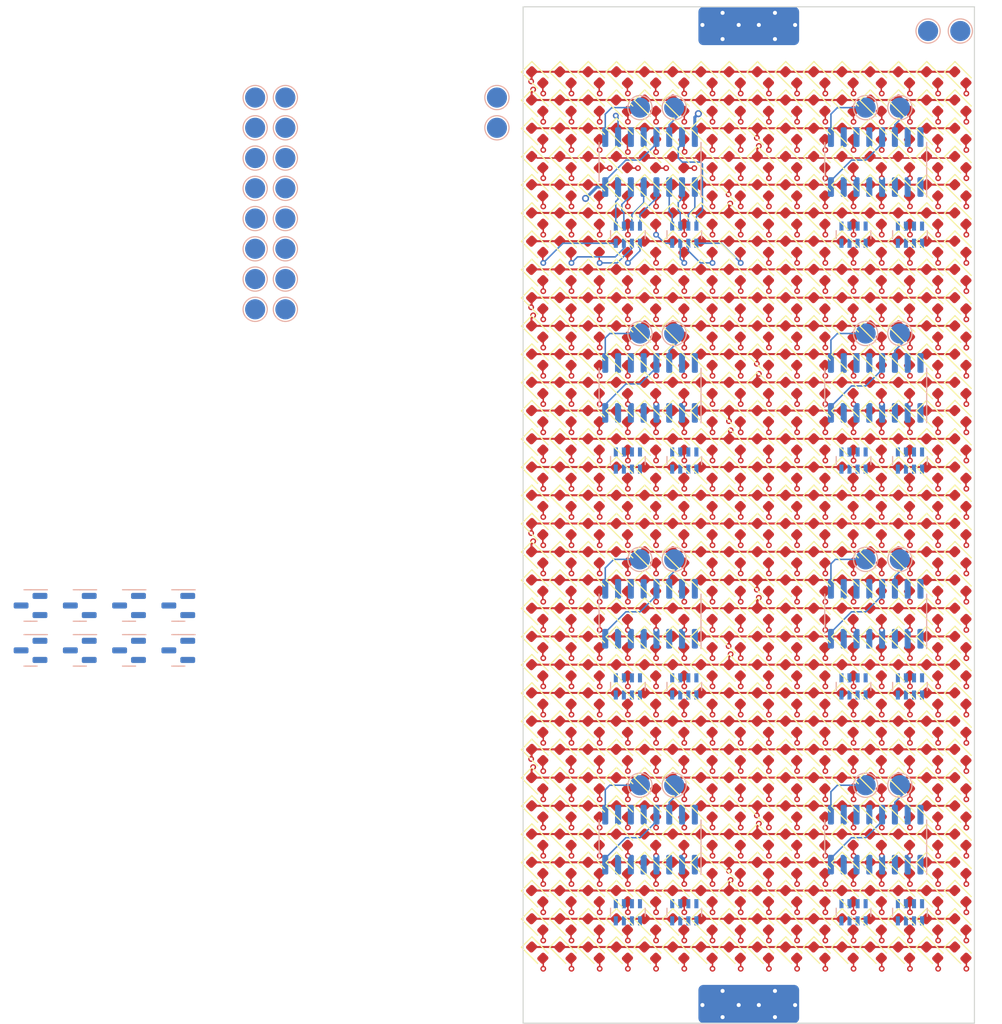
<source format=kicad_pcb>
(kicad_pcb (version 20221018) (generator pcbnew)
  (title_block (comment 4 "AISLER Project ID: TTMIKAUD"))
  (layers (0 "F.Cu" signal) (1 "In1.Cu" signal) (2 "In2.Cu" signal) (31 "B.Cu" signal) (34 "B.Paste" user) (35 "F.Paste" user) (36 "B.SilkS" user "B.Silkscreen") (37 "F.SilkS" user "F.Silkscreen") (38 "B.Mask" user) (39 "F.Mask" user) (44 "Edge.Cuts" user))
  (net 0 "")
  (net 1 "/Row0")
  (net 2 "Net-(D1-A)")
  (net 3 "Net-(D10-A)")
  (net 4 "Net-(D114-A)")
  (net 5 "Net-(D115-A)")
  (net 6 "Net-(D108-A)")
  (net 7 "Net-(D109-A)")
  (net 8 "Net-(D110-A)")
  (net 9 "Net-(D111-A)")
  (net 10 "/Row1")
  (net 11 "/Row2")
  (net 12 "/Row3")
  (net 13 "/Row4")
  (net 14 "/Row5")
  (net 15 "/Row6")
  (net 16 "/Row7")
  (net 17 "Net-(D105-A)")
  (net 18 "Net-(D112-A)")
  (net 19 "Net-(D107-A)")
  (net 20 "Net-(D100-A)")
  (net 21 "Net-(D101-A)")
  (net 22 "Net-(D102-A)")
  (net 23 "Net-(D103-A)")
  (net 24 "Net-(D104-A)")
  (net 25 "Net-(D129-A)")
  (net 26 "Net-(D130-A)")
  (net 27 "Net-(D131-A)")
  (net 28 "Net-(D132-A)")
  (net 29 "Net-(D133-A)")
  (net 30 "Net-(D134-A)")
  (net 31 "Net-(D135-A)")
  (net 32 "Net-(D136-A)")
  (net 33 "Net-(D137-A)")
  (net 34 "Net-(D138-A)")
  (net 35 "Net-(D139-A)")
  (net 36 "Net-(D140-A)")
  (net 37 "Net-(D141-A)")
  (net 38 "Net-(D142-A)")
  (net 39 "Net-(D143-A)")
  (net 40 "Net-(D144-A)")
  (net 41 "Net-(Q1-G)")
  (net 42 "GNDD")
  (net 43 "Net-(Q2-G)")
  (net 44 "Net-(Q3-G)")
  (net 45 "Net-(Q4-G)")
  (net 46 "Net-(Q5-G)")
  (net 47 "Net-(Q6-G)")
  (net 48 "Net-(Q7-G)")
  (net 49 "Net-(Q8-G)")
  (net 50 "Net-(RN1D-R4.2)")
  (net 51 "Net-(RN1C-R3.2)")
  (net 52 "Net-(RN1B-R2.2)")
  (net 53 "Net-(RN1A-R1.2)")
  (net 54 "Net-(RN2D-R4.2)")
  (net 55 "Net-(RN2C-R3.2)")
  (net 56 "Net-(RN2B-R2.2)")
  (net 57 "Net-(RN2A-R1.2)")
  (net 58 "Net-(RN3D-R4.2)")
  (net 59 "Net-(RN3C-R3.2)")
  (net 60 "Net-(RN3B-R2.2)")
  (net 61 "Net-(RN3A-R1.2)")
  (net 62 "Net-(RN4D-R4.2)")
  (net 63 "Net-(RN4C-R3.2)")
  (net 64 "Net-(RN4B-R2.2)")
  (net 65 "Net-(RN4A-R1.2)")
  (net 66 "Net-(D257-A)")
  (net 67 "Net-(D258-A)")
  (net 68 "Net-(D259-A)")
  (net 69 "Net-(D260-A)")
  (net 70 "Net-(D261-A)")
  (net 71 "Net-(D262-A)")
  (net 72 "Net-(D263-A)")
  (net 73 "Net-(D264-A)")
  (net 74 "Net-(D265-A)")
  (net 75 "Net-(D266-A)")
  (net 76 "Net-(D267-A)")
  (net 77 "Net-(D268-A)")
  (net 78 "Net-(D269-A)")
  (net 79 "Net-(D270-A)")
  (net 80 "Net-(D271-A)")
  (net 81 "Net-(D272-A)")
  (net 82 "Net-(U1-SER)")
  (net 83 "Net-(U1-QH')")
  (net 84 "Net-(U2-SER)")
  (net 85 "Net-(U2-QH')")
  (net 86 "Net-(D385-A)")
  (net 87 "Net-(D386-A)")
  (net 88 "Net-(D387-A)")
  (net 89 "Net-(D388-A)")
  (net 90 "VCC")
  (net 91 "/CLK")
  (net 92 "/LAT")
  (net 93 "Net-(D389-A)")
  (net 94 "Net-(D390-A)")
  (net 95 "Net-(D391-A)")
  (net 96 "Net-(D392-A)")
  (net 97 "Net-(D393-A)")
  (net 98 "Net-(D394-A)")
  (net 99 "Net-(D395-A)")
  (net 100 "Net-(D396-A)")
  (net 101 "Net-(D397-A)")
  (net 102 "Net-(D398-A)")
  (net 103 "Net-(D399-A)")
  (net 104 "Net-(D400-A)")
  (net 105 "Net-(RN5D-R4.2)")
  (net 106 "Net-(RN5C-R3.2)")
  (net 107 "Net-(RN5B-R2.2)")
  (net 108 "Net-(RN5A-R1.2)")
  (net 109 "Net-(RN6D-R4.2)")
  (net 110 "Net-(RN6C-R3.2)")
  (net 111 "Net-(RN6B-R2.2)")
  (net 112 "Net-(RN6A-R1.2)")
  (net 113 "Net-(RN7D-R4.2)")
  (net 114 "Net-(RN7C-R3.2)")
  (net 115 "Net-(RN7B-R2.2)")
  (net 116 "Net-(RN7A-R1.2)")
  (net 117 "Net-(RN8D-R4.2)")
  (net 118 "Net-(RN8C-R3.2)")
  (net 119 "Net-(RN8B-R2.2)")
  (net 120 "Net-(RN8A-R1.2)")
  (net 121 "Net-(RN9D-R4.2)")
  (net 122 "Net-(RN9C-R3.2)")
  (net 123 "Net-(RN9B-R2.2)")
  (net 124 "Net-(RN9A-R1.2)")
  (net 125 "Net-(RN10D-R4.2)")
  (net 126 "Net-(RN10C-R3.2)")
  (net 127 "Net-(RN10B-R2.2)")
  (net 128 "Net-(RN10A-R1.2)")
  (net 129 "Net-(RN11D-R4.2)")
  (net 130 "Net-(RN11C-R3.2)")
  (net 131 "Net-(RN11B-R2.2)")
  (net 132 "Net-(RN11A-R1.2)")
  (net 133 "Net-(RN12D-R4.2)")
  (net 134 "Net-(RN12C-R3.2)")
  (net 135 "Net-(RN12B-R2.2)")
  (net 136 "Net-(RN12A-R1.2)")
  (net 137 "Net-(RN13D-R4.2)")
  (net 138 "Net-(RN13C-R3.2)")
  (net 139 "Net-(RN13B-R2.2)")
  (net 140 "Net-(RN13A-R1.2)")
  (net 141 "Net-(RN14D-R4.2)")
  (net 142 "Net-(RN14C-R3.2)")
  (net 143 "Net-(RN14B-R2.2)")
  (net 144 "Net-(RN14A-R1.2)")
  (net 145 "Net-(RN15D-R4.2)")
  (net 146 "Net-(RN15C-R3.2)")
  (net 147 "Net-(RN15B-R2.2)")
  (net 148 "Net-(RN15A-R1.2)")
  (net 149 "Net-(RN16D-R4.2)")
  (net 150 "Net-(RN16C-R3.2)")
  (net 151 "Net-(RN16B-R2.2)")
  (net 152 "Net-(RN16A-R1.2)")
  (net 153 "Net-(U3-SER)")
  (net 154 "Net-(U4-SER)")
  (net 155 "Net-(U3-QH')")
  (net 156 "Net-(U4-QH')")
  (net 157 "Net-(U5-SER)")
  (net 158 "Net-(U6-SER)")
  (net 159 "Net-(U5-QH')")
  (net 160 "Net-(U6-QH')")
  (net 161 "Net-(U7-SER)")
  (net 162 "Net-(U8-SER)")
  (net 163 "Net-(U7-QH')")
  (net 164 "Net-(U8-QH')")
  (footprint "LED_SMD:LED_0603_1608Metric" (layer "F.Cu") (at 117.6 95.2 -45)
    (fp_text reference "D227" hide)
    (fp_text value "LED_Small_Filled")
  )
  (footprint "LED_SMD:LED_0603_1608Metric" (layer "F.Cu") (at 145.6 78.4 -45)
    (fp_text reference "D141" hide)
    (fp_text value "LED_Small_Filled")
  )
  (footprint "LED_SMD:LED_0603_1608Metric" (layer "F.Cu") (at 120.4 64.4 -45)
    (fp_text reference "D52" hide)
    (fp_text value "LED_Small_Filled")
  )
  (footprint "LED_SMD:LED_0603_1608Metric" (layer "F.Cu") (at 112 112 -45)
    (fp_text reference "D321" hide)
    (fp_text value "LED_Small_Filled")
  )
  (footprint "LED_SMD:LED_0603_1608Metric" (layer "F.Cu") (at 148.4 78.4 -45)
    (fp_text reference "D142" hide)
    (fp_text value "LED_Small_Filled")
  )
  (footprint "LED_SMD:LED_0603_1608Metric" (layer "F.Cu") (at 120.4 131.6 -45)
    (fp_text reference "D436" hide)
    (fp_text value "LED_Small_Filled")
  )
  (footprint "LED_SMD:LED_0603_1608Metric" (layer "F.Cu") (at 142.8 98 -45)
    (fp_text reference "D252" hide)
    (fp_text value "LED_Small_Filled")
  )
  (footprint "LED_SMD:LED_0603_1608Metric" (layer "F.Cu") (at 137.2 58.8 -45)
    (fp_text reference "D26" hide)
    (fp_text value "LED_Small_Filled")
  )
  (footprint "LED_SMD:LED_0603_1608Metric" (layer "F.Cu") (at 154 61.6 -45)
    (fp_text reference "D48" hide)
    (fp_text value "LED_Small_Filled")
  )
  (footprint "LED_SMD:LED_0603_1608Metric" (layer "F.Cu") (at 114.8 137.2 -45)
    (fp_text reference "D466" hide)
    (fp_text value "LED_Small_Filled")
  )
  (footprint "LED_SMD:LED_0603_1608Metric" (layer "F.Cu") (at 140 92.4 -45)
    (fp_text reference "D219" hide)
    (fp_text value "LED_Small_Filled")
  )
  (footprint "LED_SMD:LED_0603_1608Metric" (layer "F.Cu") (at 126 123.199999 -45)
    (fp_text reference "D390" hide)
    (fp_text value "LED_Small_Filled")
  )
  (footprint "LED_SMD:LED_0603_1608Metric" (layer "F.Cu") (at 154 67.2 -45)
    (fp_text reference "D80" hide)
    (fp_text value "LED_Small_Filled")
  )
  (footprint "LED_SMD:LED_0603_1608Metric" (layer "F.Cu") (at 148.4 70 -45)
    (fp_text reference "D94" hide)
    (fp_text value "LED_Small_Filled")
  )
  (footprint "LED_SMD:LED_0603_1608Metric" (layer "F.Cu") (at 112 67.2 -45)
    (fp_text reference "D65" hide)
    (fp_text value "LED_Small_Filled")
  )
  (footprint "LED_SMD:LED_0603_1608Metric" (layer "F.Cu") (at 134.4 64.4 -45)
    (fp_text reference "D57" hide)
    (fp_text value "LED_Small_Filled")
  )
  (footprint "LED_SMD:LED_0603_1608Metric" (layer "F.Cu") (at 128.8 95.2 -45)
    (fp_text reference "D231" hide)
    (fp_text value "LED_Small_Filled")
  )
  (footprint "LED_SMD:LED_0603_1608Metric" (layer "F.Cu") (at 126 89.6 -45)
    (fp_text reference "D198" hide)
    (fp_text value "LED_Small_Filled")
  )
  (footprint "LED_SMD:LED_0603_1608Metric" (layer "F.Cu") (at 137.2 100.8 -45)
    (fp_text reference "D266" hide)
    (fp_text value "LED_Small_Filled")
  )
  (footprint "LED_SMD:LED_0603_1608Metric" (layer "F.Cu") (at 112 103.6 -45)
    (fp_text reference "D273" hide)
    (fp_text value "LED_Small_Filled")
  )
  (footprint "LED_SMD:LED_0603_1608Metric" (layer "F.Cu") (at 131.6 142.8 -45)
    (fp_text reference "D504" hide)
    (fp_text value "LED_Small_Filled")
  )
  (footprint "LED_SMD:LED_0603_1608Metric" (layer "F.Cu") (at 140 128.8 -45)
    (fp_text reference "D427" hide)
    (fp_text value "LED_Small_Filled")
  )
  (footprint "LED_SMD:LED_0603_1608Metric" (layer "F.Cu") (at 120.4 72.8 -45)
    (fp_text reference "D100" hide)
    (fp_text value "LED_Small_Filled")
  )
  (footprint "LED_SMD:LED_0603_1608Metric" (layer "F.Cu") (at 151.2 109.2 -45)
    (fp_text reference "D319" hide)
    (fp_text value "LED_Small_Filled")
  )
  (footprint "LED_SMD:LED_0603_1608Metric" (layer "F.Cu") (at 137.2 126 -45)
    (fp_text reference "D410" hide)
    (fp_text value "LED_Small_Filled")
  )
  (footprint "LED_SMD:LED_0603_1608Metric" (layer "F.Cu") (at 117.6 134.4 -45)
    (fp_text reference "D451" hide)
    (fp_text value "LED_Small_Filled")
  )
  (footprint "LED_SMD:LED_0603_1608Metric" (layer "F.Cu") (at 114.8 134.4 -45)
    (fp_text reference "D450" hide)
    (fp_text value "LED_Small_Filled")
  )
  (footprint "LED_SMD:LED_0603_1608Metric" (layer "F.Cu") (at 151.2 106.4 -45)
    (fp_text reference "D303" hide)
    (fp_text value "LED_Small_Filled")
  )
  (footprint "LED_SMD:LED_0603_1608Metric" (layer "F.Cu") (at 131.6 72.8 -45)
    (fp_text reference "D104" hide)
    (fp_text value "LED_Small_Filled")
  )
  (footprint "LED_SMD:LED_0603_1608Metric" (layer "F.Cu") (at 114.8 128.8 -45)
    (fp_text reference "D418" hide)
    (fp_text value "LED_Small_Filled")
  )
  (footprint "LED_SMD:LED_0603_1608Metric" (layer "F.Cu") (at 137.2 140 -45)
    (fp_text reference "D490" hide)
    (fp_text value "LED_Small_Filled")
  )
  (footprint "LED_SMD:LED_0603_1608Metric" (layer "F.Cu") (at 151.2 134.4 -45)
    (fp_text reference "D463" hide)
    (fp_text value "LED_Small_Filled")
  )
  (footprint "LED_SMD:LED_0603_1608Metric" (layer "F.Cu") (at 123.2 134.4 -45)
    (fp_text reference "D453" hide)
    (fp_text value "LED_Small_Filled")
  )
  (footprint "LED_SMD:LED_0603_1608Metric" (layer "F.Cu") (at 140 72.8 -45)
    (fp_text reference "D107" hide)
    (fp_text value "LED_Small_Filled")
  )
  (footprint "LED_SMD:LED_0603_1608Metric" (layer "F.Cu") (at 140 75.6 -45)
    (fp_text reference "D123" hide)
    (fp_text value "LED_Small_Filled")
  )
  (footprint "LED_SMD:LED_0603_1608Metric" (layer "F.Cu") (at 137.2 131.6 -45)
    (fp_text reference "D442" hide)
    (fp_text value "LED_Small_Filled")
  )
  (footprint "LED_SMD:LED_0603_1608Metric" (layer "F.Cu") (at 134.4 137.2 -45)
    (fp_text reference "D473" hide)
    (fp_text value "LED_Small_Filled")
  )
  (footprint "LED_SMD:LED_0603_1608Metric" (layer "F.Cu") (at 148.4 61.6 -45)
    (fp_text reference "D46" hide)
    (fp_text value "LED_Small_Filled")
  )
  (footprint "LED_SMD:LED_0603_1608Metric" (layer "F.Cu") (at 126 92.4 -45)
    (fp_text reference "D214" hide)
    (fp_text value "LED_Small_Filled")
  )
  (footprint "LED_SMD:LED_0603_1608Metric" (layer "F.Cu") (at 145.6 75.6 -45)
    (fp_text reference "D125" hide)
    (fp_text value "LED_Small_Filled")
  )
  (footprint "LED_SMD:LED_0603_1608Metric" (layer "F.Cu") (at 145.6 114.8 -45)
    (fp_text reference "D349" hide)
    (fp_text value "LED_Small_Filled")
  )
  (footprint "LED_SMD:LED_0603_1608Metric" (layer "F.Cu") (at 126 70 -45)
    (fp_text reference "D86" hide)
    (fp_text value "LED_Small_Filled")
  )
  (footprint "LED_SMD:LED_0603_1608Metric" (layer "F.Cu") (at 140 100.8 -45)
    (fp_text reference "D267" hide)
    (fp_text value "LED_Small_Filled")
  )
  (footprint "LED_SMD:LED_0603_1608Metric" (layer "F.Cu") (at 120.4 75.6 -45)
    (fp_text reference "D116" hide)
    (fp_text value "LED_Small_Filled")
  )
  (footprint "LED_SMD:LED_0603_1608Metric" (layer "F.Cu") (at 126 81.2 -45)
    (fp_text reference "D150" hide)
    (fp_text value "LED_Small_Filled")
  )
  (footprint "LED_SMD:LED_0603_1608Metric" (layer "F.Cu") (at 134.4 78.4 -45)
    (fp_text reference "D137" hide)
    (fp_text value "LED_Small_Filled")
  )
  (footprint "LED_SMD:LED_0603_1608Metric" (layer "F.Cu") (at 126 95.2 -45)
    (fp_text reference "D230" hide)
    (fp_text value "LED_Small_Filled")
  )
  (footprint "LED_SMD:LED_0603_1608Metric" (layer "F.Cu") (at 148.4 109.2 -45)
    (fp_text reference "D318" hide)
    (fp_text value "LED_Small_Filled")
  )
  (footprint "LED_SMD:LED_0603_1608Metric" (layer "F.Cu") (at 126 134.4 -45)
    (fp_text reference "D454" hide)
    (fp_text value "LED_Small_Filled")
  )
  (footprint "LED_SMD:LED_0603_1608Metric" (layer "F.Cu") (at 140 84 -45)
    (fp_text reference "D171" hide)
    (fp_text value "LED_Small_Filled")
  )
  (footprint "LED_SMD:LED_0603_1608Metric" (layer "F.Cu") (at 154 103.6 -45)
    (fp_text reference "D288" hide)
    (fp_text value "LED_Small_Filled")
  )
  (footprint "LED_SMD:LED_0603_1608Metric" (layer "F.Cu") (at 112 78.4 -45)
    (fp_text reference "D129" hide)
    (fp_text value "LED_Small_Filled")
  )
  (footprint "LED_SMD:LED_0603_1608Metric" (layer "F.Cu") (at 120.4 89.6 -45)
    (fp_text reference "D196" hide)
    (fp_text value "LED_Small_Filled")
  )
  (footprint "LED_SMD:LED_0603_1608Metric" (layer "F.Cu") (at 117.6 137.2 -45)
    (fp_text reference "D467" hide)
    (fp_text value "LED_Small_Filled")
  )
  (footprint "LED_SMD:LED_0603_1608Metric" (layer "F.Cu") (at 114.8 70 -45)
    (fp_text reference "D82" hide)
    (fp_text value "LED_Small_Filled")
  )
  (footprint "LED_SMD:LED_0603_1608Metric" (layer "F.Cu") (at 114.8 84 -45)
    (fp_text reference "D162" hide)
    (fp_text value "LED_Small_Filled")
  )
  (footprint "LED_SMD:LED_0603_1608Metric" (layer "F.Cu") (at 148.4 112 -45)
    (fp_text reference "D334" hide)
    (fp_text value "LED_Small_Filled")
  )
  (footprint "LED_SMD:LED_0603_1608Metric" (layer "F.Cu") (at 142.8 78.4 -45)
    (fp_text reference "D140" hide)
    (fp_text value "LED_Small_Filled")
  )
  (footprint "LED_SMD:LED_0603_1608Metric" (layer "F.Cu") (at 148.4 92.4 -45)
    (fp_text reference "D222" hide)
    (fp_text value "LED_Small_Filled")
  )
  (footprint "LED_SMD:LED_0603_1608Metric" (layer "F.Cu") (at 126 106.4 -45)
    (fp_text reference "D294" hide)
    (fp_text value "LED_Small_Filled")
  )
  (footprint "LED_SMD:LED_0603_1608Metric" (layer "F.Cu") (at 123.2 92.4 -45)
    (fp_text reference "D213" hide)
    (fp_text value "LED_Small_Filled")
  )
  (footprint "LED_SMD:LED_0603_1608Metric" (layer "F.Cu") (at 128.8 137.2 -45)
    (fp_text reference "D471" hide)
    (fp_text value "LED_Small_Filled")
  )
  (footprint "LED_SMD:LED_0603_1608Metric" (layer "F.Cu") (at 114.8 64.4 -45)
    (fp_text reference "D50" hide)
    (fp_text value "LED_Small_Filled")
  )
  (footprint "LED_SMD:LED_0603_1608Metric" (layer "F.Cu") (at 151.2 86.8 -45)
    (fp_text reference "D191" hide)
    (fp_text value "LED_Small_Filled")
  )
  (footprint "LED_SMD:LED_0603_1608Metric" (layer "F.Cu") (at 120.4 86.8 -45)
    (fp_text reference "D180" hide)
    (fp_text value "LED_Small_Filled")
  )
  (footprint "LED_SMD:LED_0603_1608Metric" (layer "F.Cu") (at 134.4 61.6 -45)
    (fp_text reference "D41" hide)
    (fp_text value "LED_Small_Filled")
  )
  (footprint "LED_SMD:LED_0603_1608Metric" (layer "F.Cu") (at 140 114.8 -45)
    (fp_text reference "D347" hide)
    (fp_text value "LED_Small_Filled")
  )
  (footprint "LED_SMD:LED_0603_1608Metric" (layer "F.Cu") (at 140 117.6 -45)
    (fp_text reference "D363" hide)
    (fp_text value "LED_Small_Filled")
  )
  (footprint "LED_SMD:LED_0603_1608Metric" (layer "F.Cu") (at 140 67.2 -45)
    (fp_text reference "D75" hide)
    (fp_text value "LED_Small_Filled")
  )
  (footprint "LED_SMD:LED_0603_1608Metric" (layer "F.Cu") (at 112 72.8 -45)
    (fp_text reference "D97" hide)
    (fp_text value "LED_Small_Filled")
  )
  (footprint "LED_SMD:LED_0603_1608Metric" (layer "F.Cu") (at 117.6 117.6 -45)
    (fp_text reference "D355" hide)
    (fp_text value "LED_Small_Filled")
  )
  (footprint "LED_SMD:LED_0603_1608Metric" (layer "F.Cu") (at 126 67.2 -45)
    (fp_text reference "D70" hide)
    (fp_text value "LED_Small_Filled")
  )
  (footprint "LED_SMD:LED_0603_1608Metric" (layer "F.Cu") (at 148.4 106.4 -45)
    (fp_text reference "D302" hide)
    (fp_text value "LED_Small_Filled")
  )
  (footprint "LED_SMD:LED_0603_1608Metric" (layer "F.Cu") (at 142.8 103.6 -45)
    (fp_text reference "D284" hide)
    (fp_text value "LED_Small_Filled")
  )
  (footprint "LED_SMD:LED_0603_1608Metric" (layer "F.Cu") (at 142.8 64.4 -45)
    (fp_text reference "D60" hide)
    (fp_text value "LED_Small_Filled")
  )
  (footprint "LED_SMD:LED_0603_1608Metric" (layer "F.Cu") (at 126 137.2 -45)
    (fp_text reference "D470" hide)
    (fp_text value "LED_Small_Filled")
  )
  (footprint "LED_SMD:LED_0603_1608Metric" (layer "F.Cu") (at 134.4 106.4 -45)
    (fp_text reference "D297" hide)
    (fp_text value "LED_Small_Filled")
  )
  (footprint "LED_SMD:LED_0603_1608Metric" (layer "F.Cu") (at 134.4 131.6 -45)
    (fp_text reference "D441" hide)
    (fp_text value "LED_Small_Filled")
  )
  (footprint "LED_SMD:LED_0603_1608Metric" (layer "F.Cu") (at 154 98 -45)
    (fp_text reference "D256" hide)
    (fp_text value "LED_Small_Filled")
  )
  (footprint "LED_SMD:LED_0603_1608Metric" (layer "F.Cu") (at 120.4 61.6 -45)
    (fp_text reference "D36" hide)
    (fp_text value "LED_Small_Filled")
  )
  (footprint "LED_SMD:LED_0603_1608Metric" (layer "F.Cu") (at 120.4 92.4 -45)
    (fp_text reference "D212" hide)
    (fp_text value "LED_Small_Filled")
  )
  (footprint "LED_SMD:LED_0603_1608Metric" (layer "F.Cu") (at 148.4 131.6 -45)
    (fp_text reference "D446" hide)
    (fp_text value "LED_Small_Filled")
  )
  (footprint "LED_SMD:LED_0603_1608Metric" (layer "F.Cu") (at 117.6 89.6 -45)
    (fp_text reference "D195" hide)
    (fp_text value "LED_Small_Filled")
  )
  (footprint "LED_SMD:LED_0603_1608Metric" (layer "F.Cu") (at 117.6 64.4 -45)
    (fp_text reference "D51" hide)
    (fp_text value "LED_Small_Filled")
  )
  (footprint "LED_SMD:LED_0603_1608Metric" (layer "F.Cu") (at 117.6 128.8 -45)
    (fp_text reference "D419" hide)
    (fp_text value "LED_Small_Filled")
  )
  (footprint "LED_SMD:LED_0603_1608Metric" (layer "F.Cu") (at 117.6 70 -45)
    (fp_text reference "D83" hide)
    (fp_text value "LED_Small_Filled")
  )
  (footprint "LED_SMD:LED_0603_1608Metric" (layer "F.Cu") (at 148.4 123.199999 -45)
    (fp_text reference "D398" hide)
    (fp_text value "LED_Small_Filled")
  )
  (footprint "LED_SMD:LED_0603_1608Metric" (layer "F.Cu") (at 117.6 114.8 -45)
    (fp_text reference "D339" hide)
    (fp_text value "LED_Small_Filled")
  )
  (footprint "LED_SMD:LED_0603_1608Metric" (layer "F.Cu") (at 120.4 120.4 -45)
    (fp_text reference "D372" hide)
    (fp_text value "LED_Small_Filled")
  )
  (footprint "LED_SMD:LED_0603_1608Metric" (layer "F.Cu") (at 123.2 126 -45)
    (fp_text reference "D405" hide)
    (fp_text value "LED_Small_Filled")
  )
  (footprint "LED_SMD:LED_0603_1608Metric" (layer "F.Cu") (at 126 128.8 -45)
    (fp_text reference "D422" hide)
    (fp_text value "LED_Small_Filled")
  )
  (footprint "LED_SMD:LED_0603_1608Metric" (layer "F.Cu") (at 145.6 131.6 -45)
    (fp_text reference "D445" hide)
    (fp_text value "LED_Small_Filled")
  )
  (footprint "LED_SMD:LED_0603_1608Metric" (layer "F.Cu") (at 117.6 123.199999 -45)
    (fp_text reference "D387" hide)
    (fp_text value "LED_Small_Filled")
  )
  (footprint "LED_SMD:LED_0603_1608Metric" (layer "F.Cu") (at 123.2 78.4 -45)
    (fp_text reference "D133" hide)
    (fp_text value "LED_Small_Filled")
  )
  (footprint "LED_SMD:LED_0603_1608Metric" (layer "F.Cu") (at 117.6 131.6 -45)
    (fp_text reference "D435" hide)
    (fp_text value "LED_Small_Filled")
  )
  (footprint "LED_SMD:LED_0603_1608Metric" (layer "F.Cu") (at 148.4 128.8 -45)
    (fp_text reference "D430" hide)
    (fp_text value "LED_Small_Filled")
  )
  (footprint "LED_SMD:LED_0603_1608Metric" (layer "F.Cu") (at 131.6 103.6 -45)
    (fp_text reference "D280" hide)
    (fp_text value "LED_Small_Filled")
  )
  (footprint "LED_SMD:LED_0603_1608Metric" (layer "F.Cu") (at 151.2 117.6 -45)
    (fp_text reference "D367" hide)
    (fp_text value "LED_Small_Filled")
  )
  (footprint "LED_SMD:LED_0603_1608Metric" (layer "F.Cu") (at 142.8 131.6 -45)
    (fp_text reference "D444" hide)
    (fp_text value "LED_Small_Filled")
  )
  (footprint "LED_SMD:LED_0603_1608Metric" (layer "F.Cu") (at 131.6 95.2 -45)
    (fp_text reference "D232" hide)
    (fp_text value "LED_Small_Filled")
  )
  (footprint "LED_SMD:LED_0603_1608Metric" (layer "F.Cu") (at 128.8 120.4 -45)
    (fp_text reference "D375" hide)
    (fp_text value "LED_Small_Filled")
  )
  (footprint "LED_SMD:LED_0603_1608Metric" (layer "F.Cu") (at 120.4 128.8 -45)
    (fp_text reference "D420" hide)
    (fp_text value "LED_Small_Filled")
  )
  (footprint "LED_SMD:LED_0603_1608Metric" (layer "F.Cu") (at 131.6 131.6 -45)
    (fp_text reference "D440" hide)
    (fp_text value "LED_Small_Filled")
  )
  (footprint "LED_SMD:LED_0603_1608Metric" (layer "F.Cu") (at 123.2 103.6 -45)
    (fp_text reference "D277" hide)
    (fp_text value "LED_Small_Filled")
  )
  (footprint "LED_SMD:LED_0603_1608Metric" (layer "F.Cu") (at 123.2 117.6 -45)
    (fp_text reference "D357" hide)
    (fp_text value "LED_Small_Filled")
  )
  (footprint "LED_SMD:LED_0603_1608Metric" (layer "F.Cu") (at 123.2 100.8 -45)
    (fp_text reference "D261" hide)
    (fp_text value "LED_Small_Filled")
  )
  (footprint "LED_SMD:LED_0603_1608Metric" (layer "F.Cu") (at 128.8 84 -45)
    (fp_text reference "D167" hide)
    (fp_text value "LED_Small_Filled")
  )
  (footprint "matseng:MountingHole_M2" (layer "F.Cu") (at 121.8 147.4)
    (fp_text reference "H3" hide)
    (fp_text value "MountingHole" hide)
  )
  (footprint "LED_SMD:LED_0603_1608Metric" (layer "F.Cu") (at 134.4 84 -45)
    (fp_text reference "D169" hide)
    (fp_text value "LED_Small_Filled")
  )
  (footprint "LED_SMD:LED_0603_1608Metric" (layer "F.Cu") (at 148.4 67.2 -45)
    (fp_text reference "D78" hide)
    (fp_text value "LED_Small_Filled")
  )
  (footprint "LED_SMD:LED_0603_1608Metric" (layer "F.Cu") (at 134.4 126 -45)
    (fp_text reference "D409" hide)
    (fp_text value "LED_Small_Filled")
  )
  (footprint "LED_SMD:LED_0603_1608Metric" (layer "F.Cu") (at 120.4 114.8 -45)
    (fp_text reference "D340" hide)
    (fp_text value "LED_Small_Filled")
  )
  (footprint "LED_SMD:LED_0603_1608Metric" (layer "F.Cu") (at 151.2 58.8 -45)
    (fp_text reference "D31" hide)
    (fp_text value "LED_Small_Filled")
  )
  (footprint "LED_SMD:LED_0603_1608Metric" (layer "F.Cu") (at 128.8 58.8 -45)
    (fp_text reference "D23" hide)
    (fp_text value "LED_Small_Filled")
  )
  (footprint "LED_SMD:LED_0603_1608Metric" (layer "F.Cu") (at 120.4 70 -45)
    (fp_text reference "D84" hide)
    (fp_text value "LED_Small_Filled")
  )
  (footprint "LED_SMD:LED_0603_1608Metric" (layer "F.Cu") (at 112 137.2 -45)
    (fp_text reference "D465" hide)
    (fp_text value "LED_Small_Filled")
  )
  (footprint "LED_SMD:LED_0603_1608Metric" (layer "F.Cu") (at 123.2 98 -45)
    (fp_text reference "D245" hide)
    (fp_text value "LED_Small_Filled")
  )
  (footprint "LED_SMD:LED_0603_1608Metric" (layer "F.Cu") (at 128.8 98 -45)
    (fp_text reference "D247" hide)
    (fp_text value "LED_Small_Filled")
  )
  (footprint "LED_SMD:LED_0603_1608Metric" (layer "F.Cu") (at 148.4 86.8 -45)
    (fp_text reference "D190" hide)
    (fp_text value "LED_Small_Filled")
  )
  (footprint "LED_SMD:LED_0603_1608Metric" (layer "F.Cu") (at 137.2 61.6 -45)
    (fp_text reference "D42" hide)
    (fp_text value "LED_Small_Filled")
  )
  (footprint "LED_SMD:LED_0603_1608Metric" (layer "F.Cu") (at 128.8 61.6 -45)
    (fp_text reference "D39" hide)
    (fp_text value "LED_Small_Filled")
  )
  (footprint "LED_SMD:LED_0603_1608Metric" (layer "F.Cu") (at 154 109.2 -45)
    (fp_text reference "D320" hide)
    (fp_text value "LED_Small_Filled")
  )
  (footprint "LED_SMD:LED_0603_1608Metric" (layer "F.Cu") (at 148.4 95.2 -45)
    (fp_text reference "D238" hide)
    (fp_text value "LED_Small_Filled")
  )
  (footprint "LED_SMD:LED_0603_1608Metric" (layer "F.Cu") (at 128.8 100.8 -45)
    (fp_text reference "D263" hide)
    (fp_text value "LED_Small_Filled")
  )
  (footprint "LED_SMD:LED_0603_1608Metric" (layer "F.Cu") (at 123.2 140 -45)
    (fp_text reference "D485" hide)
    (fp_text value "LED_Small_Filled")
  )
  (footprint "LED_SMD:LED_0603_1608Metric" (layer "F.Cu") (at 123.2 120.4 -45)
    (fp_text reference "D373" hide)
    (fp_text value "LED_Small_Filled")
  )
  (footprint "LED_SMD:LED_0603_1608Metric" (layer "F.Cu") (at 151.2 120.4 -45)
    (fp_text reference "D383" hide)
    (fp_text value "LED_Small_Filled")
  )
  (footprint "LED_SMD:LED_0603_1608Metric" (layer "F.Cu") (at 154 142.8 -45)
    (fp_text reference "D512" hide)
    (fp_text value "LED_Small_Filled")
  )
  (footprint "LED_SMD:LED_0603_1608Metric" (layer "F.Cu") (at 126 120.4 -45)
    (fp_text reference "D374" hide)
    (fp_text value "LED_Small_Filled")
  )
  (footprint "LED_SMD:LED_0603_1608Metric" (layer "F.Cu") (at 128.8 123.199999 -45)
    (fp_text reference "D391" hide)
    (fp_text value "LED_Small_Filled")
  )
  (footprint "LED_SMD:LED_0603_1608Metric" (layer "F.Cu") (at 117.6 75.6 -45)
    (fp_text reference "D115" hide)
    (fp_text value "LED_Small_Filled")
  )
  (footprint "LED_SMD:LED_0603_1608Metric" (layer "F.Cu") (at 142.8 142.8 -45)
    (fp_text reference "D508" hide)
    (fp_text value "LED_Small_Filled")
  )
  (footprint "LED_SMD:LED_0603_1608Metric" (layer "F.Cu") (at 137.2 67.2 -45)
    (fp_text reference "D74" hide)
    (fp_text value "LED_Small_Filled")
  )
  (footprint "LED_SMD:LED_0603_1608Metric" (layer "F.Cu") (at 123.2 70 -45)
    (fp_text reference "D85" hide)
    (fp_text value "LED_Small_Filled")
  )
  (footprint "LED_SMD:LED_0603_1608Metric" (layer "F.Cu") (at 142.8 117.6 -45)
    (fp_text reference "D364" hide)
    (fp_text value "LED_Small_Filled")
  )
  (footprint "LED_SMD:LED_0603_1608Metric" (layer "F.Cu") (at 148.4 98 -45)
    (fp_text reference "D254" hide)
    (fp_text value "LED_Small_Filled")
  )
  (footprint "LED_SMD:LED_0603_1608Metric" (layer "F.Cu") (at 114.8 100.8 -45)
    (fp_text reference "D258" hide)
    (fp_text value "LED_Small_Filled")
  )
  (footprint "LED_SMD:LED_0603_1608Metric" (layer "F.Cu") (at 142.8 75.6 -45)
    (fp_text reference "D124" hide)
    (fp_text value "LED_Small_Filled")
  )
  (footprint "LED_SMD:LED_0603_1608Metric" (layer "F.Cu") (at 145.6 112 -45)
    (fp_text reference "D333" hide)
    (fp_text value "LED_Small_Filled")
  )
  (footprint "LED_SMD:LED_0603_1608Metric" (layer "F.Cu") (at 154 140 -45)
    (fp_text reference "D496" hide)
    (fp_text value "LED_Small_Filled")
  )
  (footprint "LED_SMD:LED_0603_1608Metric" (layer "F.Cu") (at 131.6 126 -45)
    (fp_text reference "D408" hide)
    (fp_text value "LED_Small_Filled")
  )
  (footprint "LED_SMD:LED_0603_1608Metric" (layer "F.Cu") (at 114.8 142.8 -45)
    (fp_text reference "D498" hide)
    (fp_text value "LED_Small_Filled")
  )
  (footprint "LED_SMD:LED_0603_1608Metric" (layer "F.Cu") (at 112 70 -45)
    (fp_text reference "D81" hide)
    (fp_text value "LED_Small_Filled")
  )
  (footprint "LED_SMD:LED_0603_1608Metric" (layer "F.Cu") (at 137.2 123.199999 -45)
    (fp_text reference "D394" hide)
    (fp_text value "LED_Small_Filled")
  )
  (footprint "LED_SMD:LED_0603_1608Metric" (layer "F.Cu") (at 131.6 84 -45)
    (fp_text reference "D168" hide)
    (fp_text value "LED_Small_Filled")
  )
  (footprint "LED_SMD:LED_0603_1608Metric" (layer "F.Cu") (at 120.4 56 -45)
    (fp_text reference "D4" hide)
    (fp_text value "LED_Small_Filled")
  )
  (footprint "LED_SMD:LED_0603_1608Metric" (layer "F.Cu") (at 142.8 137.2 -45)
    (fp_text reference "D476" hide)
    (fp_text value "LED_Small_Filled")
  )
  (footprint "LED_SMD:LED_0603_1608Metric" (layer "F.Cu") (at 112 131.6 -45)
    (fp_text reference "D433" hide)
    (fp_text value "LED_Small_Filled")
  )
  (footprint "LED_SMD:LED_0603_1608Metric" (layer "F.Cu") (at 117.6 78.4 -45)
    (fp_text reference "D131" hide)
    (fp_text value "LED_Small_Filled")
  )
  (footprint "LED_SMD:LED_0603_1608Metric" (layer "F.Cu") (at 123.2 109.2 -45)
    (fp_text reference "D309" hide)
    (fp_text value "LED_Small_Filled")
  )
  (footprint "LED_SMD:LED_0603_1608Metric" (layer "F.Cu") (at 142.8 100.8 -45)
    (fp_text reference "D268" hide)
    (fp_text value "LED_Small_Filled")
  )
  (footprint "LED_SMD:LED_0603_1608Metric" (layer "F.Cu") (at 151.2 81.2 -45)
    (fp_text reference "D159" hide)
    (fp_text value "LED_Small_Filled")
  )
  (footprint "LED_SMD:LED_0603_1608Metric" (layer "F.Cu") (at 145.6 140 -45)
    (fp_text reference "D493" hide)
    (fp_text value "LED_Small_Filled")
  )
  (footprint "LED_SMD:LED_0603_1608Metric" (layer "F.Cu") (at 142.8 72.8 -45)
    (fp_text reference "D108" hide)
    (fp_text value "LED_Small_Filled")
  )
  (footprint "LED_SMD:LED_0603_1608Metric" (layer "F.Cu") (at 120.4 123.199999 -45)
    (fp_text reference "D388" hide)
    (fp_text value "LED_Small_Filled")
  )
  (footprint "LED_SMD:LED_0603_1608Metric" (layer "F.Cu") (at 112 114.8 -45)
    (fp_text reference "D337" hide)
    (fp_text value "LED_Small_Filled")
  )
  (footprint "LED_SMD:LED_0603_1608Metric" (layer "F.Cu") (at 140 61.6 -45)
    (fp_text reference "D43" hide)
    (fp_text value "LED_Small_Filled")
  )
  (footprint "LED_SMD:LED_0603_1608Metric" (layer "F.Cu") (at 140 106.4 -45)
    (fp_text reference "D299" hide)
    (fp_text value "LED_Small_Filled")
  )
  (footprint "LED_SMD:LED_0603_1608Metric" (layer "F.Cu") (at 112 84 -45)
    (fp_text reference "D161" hide)
    (fp_text value "LED_Small_Filled")
  )
  (footprint "LED_SMD:LED_0603_1608Metric" (layer "F.Cu") (at 126 114.8 -45)
    (fp_text reference "D342" hide)
    (fp_text value "LED_Small_Filled")
  )
  (footprint "LED_SMD:LED_0603_1608Metric" (layer "F.Cu") (at 112 61.6 -45)
    (fp_text reference "D33" hide)
    (fp_text value "LED_Small_Filled")
  )
  (footprint "LED_SMD:LED_0603_1608Metric" (layer "F.Cu") (at 140 134.4 -45)
    (fp_text reference "D459" hide)
    (fp_text value "LED_Small_Filled")
  )
  (footprint "LED_SMD:LED_0603_1608Metric" (layer "F.Cu") (at 137.2 103.6 -45)
    (fp_text reference "D282" hide)
    (fp_text value "LED_Small_Filled")
  )
  (footprint "LED_SMD:LED_0603_1608Metric" (layer "F.Cu") (at 151.2 137.2 -45)
    (fp_text reference "D479" hide)
    (fp_text value "LED_Small_Filled")
  )
  (footprint "LED_SMD:LED_0603_1608Metric" (layer "F.Cu") (at 131.6 100.8 -45)
    (fp_text reference "D264" hide)
    (fp_text value "LED_Small_Filled")
  )
  (footprint "LED_SMD:LED_0603_1608Metric" (layer "F.Cu") (at 134.4 142.8 -45)
    (fp_text reference "D505" hide)
    (fp_text value "LED_Small_Filled")
  )
  (footprint "LED_SMD:LED_0603_1608Metric" (layer "F.Cu") (at 151.2 67.2 -45)
    (fp_text reference "D79" hide)
    (fp_text value "LED_Small_Filled")
  )
  (footprint "LED_SMD:LED_0603_1608Metric" (layer "F.Cu") (at 134.4 89.6 -45)
    (fp_text reference "D201" hide)
    (fp_text value "LED_Small_Filled")
  )
  (footprint "LED_SMD:LED_0603_1608Metric" (layer "F.Cu") (at 114.8 86.8 -45)
    (fp_text reference "D178" hide)
    (fp_text value "LED_Small_Filled")
  )
  (footprint "LED_SMD:LED_0603_1608Metric" (layer "F.Cu") (at 142.8 140 -45)
    (fp_text reference "D492" hide)
    (fp_text value "LED_Small_Filled")
  )
  (footprint "LED_SMD:LED_0603_1608Metric" (layer "F.Cu") (at 137.2 56 -45)
    (fp_text reference "D10" hide)
    (fp_text value "LED_Small_Filled")
  )
  (footprint "LED_SMD:LED_0603_1608Metric" (layer "F.Cu") (at 142.8 86.8 -45)
    (fp_text reference "D188" hide)
    (fp_text value "LED_Small_Filled")
  )
  (footprint "LED_SMD:LED_0603_1608Metric" (layer "F.Cu") (at 140 86.8 -45)
    (fp_text reference "D187" hide)
    (fp_text value "LED_Small_Filled")
  )
  (footprint "LED_SMD:LED_0603_1608Metric" (layer "F.Cu") (at 123.2 112 -45)
    (fp_text reference "D325" hide)
    (fp_text value "LED_Small_Filled")
  )
  (footprint "LED_SMD:LED_0603_1608Metric" (layer "F.Cu") (at 151.2 131.6 -45)
    (fp_text reference "D447" hide)
    (fp_text value "LED_Small_Filled")
  )
  (footprint "LED_SMD:LED_0603_1608Metric" (layer "F.Cu") (at 137.2 81.2 -45)
    (fp_text reference "D154" hide)
    (fp_text value "LED_Small_Filled")
  )
  (footprint "LED_SMD:LED_0603_1608Metric" (layer "F.Cu") (at 142.8 112 -45)
    (fp_text reference "D332" hide)
    (fp_text value "LED_Small_Filled")
  )
  (footprint "LED_SMD:LED_0603_1608Metric" (layer "F.Cu") (at 148.4 100.8 -45)
    (fp_text reference "D270" hide)
    (fp_text value "LED_Small_Filled")
  )
  (footprint "LED_SMD:LED_0603_1608Metric" (layer "F.Cu") (at 140 126 -45)
    (fp_text reference "D411" hide)
    (fp_text value "LED_Small_Filled")
  )
  (footprint "LED_SMD:LED_0603_1608Metric" (layer "F.Cu") (at 117.6 56 -45)
    (fp_text reference "D3" hide)
    (fp_text value "LED_Small_Filled")
  )
  (footprint "LED_SMD:LED_0603_1608Metric" (layer "F.Cu") (at 112 126 -45)
    (fp_text reference "D401" hide)
    (fp_text value "LED_Small_Filled")
  )
  (footprint "LED_SMD:LED_0603_1608Metric" (layer "F.Cu") (at 126 98 -45)
    (fp_text reference "D246" hide)
    (fp_text value "LED_Small_Filled")
  )
  (footprint "LED_SMD:LED_0603_1608Metric" (layer "F.Cu") (at 117.6 109.2 -45)
    (fp_text reference "D307" hide)
    (fp_text value "LED_Small_Filled")
  )
  (footprint "LED_SMD:LED_0603_1608Metric" (layer "F.Cu") (at 128.8 67.2 -45)
    (fp_text reference "D71" hide)
    (fp_text value "LED_Small_Filled")
  )
  (footprint "LED_SMD:LED_0603_1608Metric" (layer "F.Cu") (at 126 131.6 -45)
    (fp_text reference "D438" hide)
    (fp_text value "LED_Small_Filled")
  )
  (footprint "LED_SMD:LED_0603_1608Metric" (layer "F.Cu") (at 145.6 95.2 -45)
    (fp_text reference "D237" hide)
    (fp_text value "LED_Small_Filled")
  )
  (footprint "LED_SMD:LED_0603_1608Metric" (layer "F.Cu") (at 137.2 70 -45)
    (fp_text reference "D90" hide)
    (fp_text value "LED_Small_Filled")
  )
  (footprint "LED_SMD:LED_0603_1608Metric" (layer "F.Cu") (at 134.4 117.6 -45)
    (fp_text reference "D361" hide)
    (fp_text value "LED_Small_Filled")
  )
  (footprint "LED_SMD:LED_0603_1608Metric" (layer "F.Cu") (at 126 109.2 -45)
    (fp_text reference "D310" hide)
    (fp_text value "LED_Small_Filled")
  )
  (footprint "LED_SMD:LED_0603_1608Metric" (layer "F.Cu") (at 148.4 126 -45)
    (fp_text reference "D414" hide)
    (fp_text value "LED_Small_Filled")
  )
  (footprint "LED_SMD:LED_0603_1608Metric" (layer "F.Cu") (at 123.2 114.8 -45)
    (fp_text reference "D341" hide)
    (fp_text value "LED_Small_Filled")
  )
  (footprint "LED_SMD:LED_0603_1608Metric" (layer "F.Cu") (at 142.8 128.8 -45)
    (fp_text reference "D428" hide)
    (fp_text value "LED_Small_Filled")
  )
  (footprint "LED_SMD:LED_0603_1608Metric" (layer "F.Cu") (at 142.8 120.4 -45)
    (fp_text reference "D380" hide)
    (fp_text value "LED_Small_Filled")
  )
  (footprint "LED_SMD:LED_0603_1608Metric" (layer "F.Cu") (at 154 123.199999 -45)
    (fp_text reference "D400" hide)
    (fp_text value "LED_Small_Filled")
  )
  (footprint "LED_SMD:LED_0603_1608Metric" (layer "F.Cu") (at 131.6 61.6 -45)
    (fp_text reference "D40" hide)
    (fp_text value "LED_Small_Filled")
  )
  (footprint "LED_SMD:LED_0603_1608Metric" (layer "F.Cu") (at 120.4 95.2 -45)
    (fp_text reference "D228" hide)
    (fp_text value "LED_Small_Filled")
  )
  (footprint "LED_SMD:LED_0603_1608Metric" (layer "F.Cu") (at 126 75.6 -45)
    (fp_text reference "D118" hide)
    (fp_text value "LED_Small_Filled")
  )
  (footprint "LED_SMD:LED_0603_1608Metric" (layer "F.Cu") (at 142.8 70 -45)
    (fp_text reference "D92" hide)
    (fp_text value "LED_Small_Filled")
  )
  (footprint "LED_SMD:LED_0603_1608Metric" (layer "F.Cu") (at 140 78.4 -45)
    (fp_text reference "D139" hide)
    (fp_text value "LED_Small_Filled")
  )
  (footprint "LED_SMD:LED_0603_1608Metric" (layer "F.Cu") (at 123.2 123.199999 -45)
    (fp_text reference "D389" hide)
    (fp_text value "LED_Small_Filled")
  )
  (footprint "LED_SMD:LED_0603_1608Metric" (layer "F.Cu") (at 126 56 -45)
    (fp_text reference "D6" hide)
    (fp_text value "LED_Small_Filled")
  )
  (footprint "LED_SMD:LED_0603_1608Metric" (layer "F.Cu") (at 142.8 114.8 -45)
    (fp_text reference "D348" hide)
    (fp_text value "LED_Small_Filled")
  )
  (footprint "LED_SMD:LED_0603_1608Metric" (layer "F.Cu") (at 140 56 -45)
    (fp_text reference "D11" hide)
    (fp_text value "LED_Small_Filled")
  )
  (footprint "LED_SMD:LED_0603_1608Metric" (layer "F.Cu") (at 137.2 64.4 -45)
    (fp_text reference "D58" hide)
    (fp_text value "LED_Small_Filled")
  )
  (footprint "LED_SMD:LED_0603_1608Metric" (layer "F.Cu") (at 148.4 103.6 -45)
    (fp_text reference "D286" hide)
    (fp_text value "LED_Small_Filled")
  )
  (footprint "LED_SMD:LED_0603_1608Metric" (layer "F.Cu") (at 114.8 89.6 -45)
    (fp_text reference "D194" hide)
    (fp_text value "LED_Small_Filled")
  )
  (footprint "LED_SMD:LED_0603_1608Metric" (layer "F.Cu") (at 145.6 56 -45)
    (fp_text reference "D13" hide)
    (fp_text value "LED_Small_Filled")
  )
  (footprint "LED_SMD:LED_0603_1608Metric" (layer "F.Cu") (at 114.8 78.4 -45)
    (fp_text reference "D130" hide)
    (fp_text value "LED_Small_Filled")
  )
  (footprint "LED_SMD:LED_0603_1608Metric" (layer "F.Cu") (at 123.2 75.6 -45)
    (fp_text reference "D117" hide)
    (fp_text value "LED_Small_Filled")
  )
  (footprint "LED_SMD:LED_0603_1608Metric" (layer "F.Cu") (at 154 92.4 -45)
    (fp_text reference "D224" hide)
    (fp_text value "LED_Small_Filled")
  )
  (footprint "LED_SMD:LED_0603_1608Metric" (layer "F.Cu") (at 145.6 58.8 -45)
    (fp_text reference "D29" hide)
    (fp_text value "LED_Small_Filled")
  )
  (footprint "LED_SMD:LED_0603_1608Metric" (layer "F.Cu") (at 114.8 131.6 -45)
    (fp_text reference "D434" hide)
    (fp_text value "LED_Small_Filled")
  )
  (footprint "LED_SMD:LED_0603_1608Metric" (layer "F.Cu") (at 123.2 142.8 -45)
    (fp_text reference "D501" hide)
    (fp_text value "LED_Small_Filled")
  )
  (footprint "LED_SMD:LED_0603_1608Metric" (layer "F.Cu") (at 128.8 81.2 -45)
    (fp_text reference "D151" hide)
    (fp_text value "LED_Small_Filled")
  )
  (footprint "LED_SMD:LED_0603_1608Metric" (layer "F.Cu") (at 145.6 61.6 -45)
    (fp_text reference "D45" hide)
    (fp_text value "LED_Small_Filled")
  )
  (footprint "LED_SMD:LED_0603_1608Metric" (layer "F.Cu") (at 134.4 114.8 -45)
    (fp_text reference "D345" hide)
    (fp_text value "LED_Small_Filled")
  )
  (footprint "LED_SMD:LED_0603_1608Metric" (layer "F.Cu") (at 148.4 84 -45)
    (fp_text reference "D174" hide)
    (fp_text value "LED_Small_Filled")
  )
  (footprint "LED_SMD:LED_0603_1608Metric" (layer "F.Cu") (at 145.6 67.2 -45)
    (fp_text reference "D77" hide)
    (fp_text value "LED_Small_Filled")
  )
  (footprint "LED_SMD:LED_0603_1608Metric" (layer "F.Cu") (at 151.2 84 -45)
    (fp_text reference "D175" hide)
    (fp_text value "LED_Small_Filled")
  )
  (footprint "LED_SMD:LED_0603_1608Metric" (layer "F.Cu") (at 137.2 86.8 -45)
    (fp_text reference "D186" hide)
    (fp_text value "LED_Small_Filled")
  )
  (footprint "LED_SMD:LED_0603_1608Metric" (layer "F.Cu") (at 126 100.8 -45)
    (fp_text reference "D262" hide)
    (fp_text value "LED_Small_Filled")
  )
  (footprint "LED_SMD:LED_0603_1608Metric" (layer "F.Cu") (at 137.2 134.4 -45)
    (fp_text reference "D458" hide)
    (fp_text value "LED_Small_Filled")
  )
  (footprint "LED_SMD:LED_0603_1608Metric" (layer "F.Cu") (at 114.8 56 -45)
    (fp_text reference "D2" hide)
    (fp_text value "LED_Small_Filled")
  )
  (footprint "LED_SMD:LED_0603_1608Metric" (layer "F.Cu") (at 123.2 58.8 -45)
    (fp_text reference "D21" hide)
    (fp_text value "LED_Small_Filled")
  )
  (footprint "LED_SMD:LED_0603_1608Metric" (layer "F.Cu") (at 134.4 92.4 -45)
    (fp_text reference "D217" hide)
    (fp_text value "LED_Small_Filled")
  )
  (footprint "LED_SMD:LED_0603_1608Metric" (layer "F.Cu") (at 128.8 140 -45)
    (fp_text reference "D487" hide)
    (fp_text value "LED_Small_Filled")
  )
  (footprint "LED_SMD:LED_0603_1608Metric" (layer "F.Cu") (at 128.8 134.4 -45)
    (fp_text reference "D455" hide)
    (fp_text value "LED_Small_Filled")
  )
  (footprint "LED_SMD:LED_0603_1608Metric" (layer "F.Cu") (at 145.6 142.8 -45)
    (fp_text reference "D509" hide)
    (fp_text value "LED_Small_Filled")
  )
  (footprint "LED_SMD:LED_0603_1608Metric" (layer "F.Cu") (at 137.2 137.2 -45)
    (fp_text reference "D474" hide)
    (fp_text value "LED_Small_Filled")
  )
  (footprint "LED_SMD:LED_0603_1608Metric" (layer "F.Cu") (at 140 95.2 -45)
    (fp_text reference "D235" hide)
    (fp_text value "LED_Small_Filled")
  )
  (footprint "LED_SMD:LED_0603_1608Metric" (layer "F.Cu") (at 151.2 123.199999 -45)
    (fp_text reference "D399" hide)
    (fp_text value "LED_Small_Filled")
  )
  (footprint "LED_SMD:LED_0603_1608Metric" (layer "F.Cu") (at 128.8 103.6 -45)
    (fp_text reference "D279" hide)
    (fp_text value "LED_Small_Filled")
  )
  (footprint "LED_SMD:LED_0603_1608Metric" (layer "F.Cu") (at 154 64.4 -45)
    (fp_text reference "D64" hide)
    (fp_text value "LED_Small_Filled")
  )
  (footprint "LED_SMD:LED_0603_1608Metric" (layer "F.Cu") (at 117.6 81.2 -45)
    (fp_text reference "D147" hide)
    (fp_text value "LED_Small_Filled")
  )
  (footprint "LED_SMD:LED_0603_1608Metric" (layer "F.Cu") (at 120.4 142.8 -45)
    (fp_text reference "D500" hide)
    (fp_text value "LED_Small_Filled")
  )
  (footprint "LED_SMD:LED_0603_1608Metric" (layer "F.Cu") (at 114.8 106.4 -45)
    (fp_text reference "D290" hide)
    (fp_text value "LED_Small_Filled")
  )
  (footprint "LED_SMD:LED_0603_1608Metric" (layer "F.Cu") (at 114.8 58.8 -45)
    (fp_text reference "D18" hide)
    (fp_text value "LED_Small_Filled")
  )
  (footprint "LED_SMD:LED_0603_1608Metric" (layer "F.Cu") (at 131.6 137.2 -45)
    (fp_text reference "D472" hide)
    (fp_text value "LED_Small_Filled")
  )
  (footprint "LED_SMD:LED_0603_1608Metric" (layer "F.Cu") (at 151.2 98 -45)
    (fp_text reference "D255" hide)
    (fp_text value "LED_Small_Filled")
  )
  (footprint "LED_SMD:LED_0603_1608Metric" (layer "F.Cu") (at 117.6 142.8 -45)
    (fp_text reference "D499" hide)
    (fp_text value "LED_Small_Filled")
  )
  (footprint "LED_SMD:LED_0603_1608Metric" (layer "F.Cu") (at 142.8 89.6 -45)
    (fp_text reference "D204" hide)
    (fp_text value "LED_Small_Filled")
  )
  (footprint "LED_SMD:LED_0603_1608Metric" (layer "F.Cu") (at 131.6 56 -45)
    (fp_text reference "D8" hide)
    (fp_text value "LED_Small_Filled")
  )
  (footprint "LED_SMD:LED_0603_1608Metric" (layer "F.Cu") (at 126 61.6 -45)
    (fp_text reference "D38" hide)
    (fp_text value "LED_Small_Filled")
  )
  (footprint "LED_SMD:LED_0603_1608Metric" (layer "F.Cu") (at 154 114.8 -45)
    (fp_text reference "D352" hide)
    (fp_text value "LED_Small_Filled")
  )
  (footprint "LED_SMD:LED_0603_1608Metric" (layer "F.Cu") (at 117.6 103.6 -45)
    (fp_text reference "D275" hide)
    (fp_text value "LED_Small_Filled")
  )
  (footprint "LED_SMD:LED_0603_1608Metric" (layer "F.Cu") (at 112 140 -45)
    (fp_text reference "D481" hide)
    (fp_text value "LED_Small_Filled")
  )
  (footprint "LED_SMD:LED_0603_1608Metric" (layer "F.Cu") (at 148.4 58.8 -45)
    (fp_text reference "D30" hide)
    (fp_text value "LED_Small_Filled")
  )
  (footprint "LED_SMD:LED_0603_1608Metric" (layer "F.Cu") (at 148.4 56 -45)
    (fp_text reference "D14" hide)
    (fp_text value "LED_Small_Filled")
  )
  (footprint "LED_SMD:LED_0603_1608Metric" (layer "F.Cu") (at 154 72.8 -45)
    (fp_text reference "D112" hide)
    (fp_text value "LED_Small_Filled")
  )
  (footprint "LED_SMD:LED_0603_1608Metric" (layer "F.Cu") (at 123.2 64.4 -45)
    (fp_text reference "D53" hide)
    (fp_text value "LED_Small_Filled")
  )
  (footprint "LED_SMD:LED_0603_1608Metric" (layer "F.Cu") (at 145.6 103.6 -45)
    (fp_text reference "D285" hide)
    (fp_text value "LED_Small_Filled")
  )
  (footprint "LED_SMD:LED_0603_1608Metric" (layer "F.Cu") (at 114.8 103.6 -45)
    (fp_text reference "D274" hide)
    (fp_text value "LED_Small_Filled")
  )
  (footprint "LED_SMD:LED_0603_1608Metric" (layer "F.Cu") (at 145.6 134.4 -45)
    (fp_text reference "D461" hide)
    (fp_text value "LED_Small_Filled")
  )
  (footprint "LED_SMD:LED_0603_1608Metric" (layer "F.Cu") (at 114.8 117.6 -45)
    (fp_text reference "D354" hide)
    (fp_text value "LED_Small_Filled")
  )
  (footprint "LED_SMD:LED_0603_1608Metric" (layer "F.Cu") (at 128.8 114.8 -45)
    (fp_text reference "D343" hide)
    (fp_text value "LED_Small_Filled")
  )
  (footprint "LED_SMD:LED_0603_1608Metric" (layer "F.Cu") (at 148.4 114.8 -45)
    (fp_text reference "D350" hide)
    (fp_text value "LED_Small_Filled")
  )
  (footprint "LED_SMD:LED_0603_1608Metric" (layer "F.Cu") (at 148.4 117.6 -45)
    (fp_text reference "D366" hide)
    (fp_text value "LED_Small_Filled")
  )
  (footprint "matseng:MountingHole_M2" (layer "F.Cu") (at 121.8 51.4)
    (fp_text reference "H1" hide)
    (fp_text value "MountingHole" hide)
  )
  (footprint "LED_SMD:LED_0603_1608Metric" (layer "F.Cu") (at 137.2 95.2 -45)
    (fp_text reference "D234" hide)
    (fp_text value "LED_Small_Filled")
  )
  (footprint "LED_SMD:LED_0603_1608Metric" (layer "F.Cu") (at 120.4 137.2 -45)
    (fp_text reference "D468" hide)
    (fp_text value "LED_Small_Filled")
  )
  (footprint "LED_SMD:LED_0603_1608Metric" (layer "F.Cu") (at 120.4 112 -45)
    (fp_text reference "D324" hide)
    (fp_text value "LED_Small_Filled")
  )
  (footprint "LED_SMD:LED_0603_1608Metric" (layer "F.Cu") (at 148.4 134.4 -45)
    (fp_text reference "D462" hide)
    (fp_text value "LED_Small_Filled")
  )
  (footprint "LED_SMD:LED_0603_1608Metric" (layer "F.Cu") (at 137.2 98 -45)
    (fp_text reference "D250" hide)
    (fp_text value "LED_Small_Filled")
  )
  (footprint "LED_SMD:LED_0603_1608Metric" (layer "F.Cu") (at 128.8 89.6 -45)
    (fp_text reference "D199" hide)
    (fp_text value "LED_Small_Filled")
  )
  (footprint "LED_SMD:LED_0603_1608Metric" (layer "F.Cu") (at 140 98 -45)
    (fp_text reference "D251" hide)
    (fp_text value "LED_Small_Filled")
  )
  (footprint "LED_SMD:LED_0603_1608Metric" (layer "F.Cu") (at 112 81.2 -45)
    (fp_text reference "D145" hide)
    (fp_text value "LED_Small_Filled")
  )
  (footprint "LED_SMD:LED_0603_1608Metric" (layer "F.Cu") (at 148.4 89.6 -45)
    (fp_text reference "D206" hide)
    (fp_text value "LED_Small_Filled")
  )
  (footprint "LED_SMD:LED_0603_1608Metric" (layer "F.Cu") (at 114.8 61.6 -45)
    (fp_text reference "D34" hide)
    (fp_text value "LED_Small_Filled")
  )
  (footprint "LED_SMD:LED_0603_1608Metric" (layer "F.Cu") (at 145.6 137.2 -45)
    (fp_text reference "D477" hide)
    (fp_text value "LED_Small_Filled")
  )
  (footprint "LED_SMD:LED_0603_1608Metric" (layer "F.Cu") (at 117.6 92.4 -45)
    (fp_text reference "D211" hide)
    (fp_text value "LED_Small_Filled")
  )
  (footprint "LED_SMD:LED_0603_1608Metric" (layer "F.Cu") (at 131.6 75.6 -45)
    (fp_text reference "D120" hide)
    (fp_text value "LED_Small_Filled")
  )
  (footprint "LED_SMD:LED_0603_1608Metric" (layer "F.Cu") (at 126 103.6 -45)
    (fp_text reference "D278" hide)
    (fp_text value "LED_Small_Filled")
  )
  (footprint "LED_SMD:LED_0603_1608Metric" (layer "F.Cu") (at 142.8 126 -45)
    (fp_text reference "D412" hide)
    (fp_text value "LED_Small_Filled")
  )
  (footprint "LED_SMD:LED_0603_1608Metric" (layer "F.Cu") (at 114.8 67.2 -45)
    (fp_text reference "D66" hide)
    (fp_text value "LED_Small_Filled")
  )
  (footprint "LED_SMD:LED_0603_1608Metric" (layer "F.Cu") (at 134.4 75.6 -45)
    (fp_text reference "D121" hide)
    (fp_text value "LED_Small_Filled")
  )
  (footprint "matseng:MountingHole_M2" (layer "F.Cu") (at 144.2 147.4)
    (fp_text reference "H4" hide)
    (fp_text value "MountingHole" hide)
  )
  (footprint "LED_SMD:LED_0603_1608Metric" (layer "F.Cu") (at 148.4 81.2 -45)
    (fp_text reference "D158" hide)
    (fp_text value "LED_Small_Filled")
  )
  (footprint "LED_SMD:LED_0603_1608Metric" (layer "F.Cu") (at 148.4 137.2 -45)
    (fp_text reference "D478" hide)
    (fp_text value "LED_Small_Filled")
  )
  (footprint "LED_SMD:LED_0603_1608Metric" (layer "F.Cu") (at 151.2 114.8 -45)
    (fp_text reference "D351" hide)
    (fp_text value "LED_Small_Filled")
  )
  (footprint "LED_SMD:LED_0603_1608Metric" (layer "F.Cu") (at 154 120.4 -45)
    (fp_text reference "D384" hide)
    (fp_text value "LED_Small_Filled")
  )
  (footprint "LED_SMD:LED_0603_1608Metric" (layer "F.Cu") (at 131.6 58.8 -45)
    (fp_text reference "D24" hide)
    (fp_text value "LED_Small_Filled")
  )
  (footprint "LED_SMD:LED_0603_1608Metric" (layer "F.Cu") (at 151.2 100.8 -45)
    (fp_text reference "D271" hide)
    (fp_text value "LED_Small_Filled")
  )
  (footprint "LED_SMD:LED_0603_1608Metric" (layer "F.Cu") (at 140 81.2 -45)
    (fp_text reference "D155" hide)
    (fp_text value "LED_Small_Filled")
  )
  (footprint "LED_SMD:LED_0603_1608Metric" (layer "F.Cu") (at 126 117.6 -45)
    (fp_text reference "D358" hide)
    (fp_text value "LED_Small_Filled")
  )
  (footprint "LED_SMD:LED_0603_1608Metric" (layer "F.Cu") (at 128.8 86.8 -45)
    (fp_text reference "D183" hide)
    (fp_text value "LED_Small_Filled")
  )
  (footprint "LED_SMD:LED_0603_1608Metric" (layer "F.Cu") (at 134.4 103.6 -45)
    (fp_text reference "D281" hide)
    (fp_text value "LED_Small_Filled")
  )
  (footprint "LED_SMD:LED_0603_1608Metric" (layer "F.Cu") (at 137.2 84 -45)
    (fp_text reference "D170" hide)
    (fp_text value "LED_Small_Filled")
  )
  (footprint "LED_SMD:LED_0603_1608Metric" (layer "F.Cu") (at 128.8 128.8 -45)
    (fp_text reference "D423" hide)
    (fp_text value "LED_Small_Filled")
  )
  (footprint "LED_SMD:LED_0603_1608Metric" (layer "F.Cu") (at 112 123.199999 -45)
    (fp_text reference "D385" hide)
    (fp_text value "LED_Small_Filled")
  )
  (footprint "LED_SMD:LED_0603_1608Metric" (layer "F.Cu") (at 128.8 126 -45)
    (fp_text reference "D407" hide)
    (fp_text value "LED_Small_Filled")
  )
  (footprint "LED_SMD:LED_0603_1608Metric" (layer "F.Cu") (at 137.2 106.4 -45)
    (fp_text reference "D298" hide)
    (fp_text value "LED_Small_Filled")
  )
  (footprint "LED_SMD:LED_0603_1608Metric" (layer "F.Cu") (at 120.4 117.6 -45)
    (fp_text reference "D356" hide)
    (fp_text value "LED_Small_Filled")
  )
  (footprint "LED_SMD:LED_0603_1608Metric" (layer "F.Cu") (at 117.6 98 -45)
    (fp_text reference "D243" hide)
    (fp_text value "LED_Small_Filled")
  )
  (footprint "LED_SMD:LED_0603_1608Metric" (layer "F.Cu") (at 126 58.8 -45)
    (fp_text reference "D22" hide)
    (fp_text value "LED_Small_Filled")
  )
  (footprint "LED_SMD:LED_0603_1608Metric" (layer "F.Cu") (at 117.6 112 -45)
    (fp_text reference "D323" hide)
    (fp_text value "LED_Small_Filled")
  )
  (footprint "LED_SMD:LED_0603_1608Metric" (layer "F.Cu") (at 112 106.4 -45)
    (fp_text reference "D289" hide)
    (fp_text value "LED_Small_Filled")
  )
  (footprint "LED_SMD:LED_0603_1608Metric" (layer "F.Cu") (at 142.8 61.6 -45)
    (fp_text reference "D44" hide)
    (fp_text value "LED_Small_Filled")
  )
  (footprint "LED_SMD:LED_0603_1608Metric" (layer "F.Cu") (at 114.8 120.4 -45)
    (fp_text reference "D370" hide)
    (fp_text value "LED_Small_Filled")
  )
  (footprint "LED_SMD:LED_0603_1608Metric" (layer "F.Cu") (at 140 120.4 -45)
    (fp_text reference "D379" hide)
    (fp_text value "LED_Small_Filled")
  )
  (footprint "LED_SMD:LED_0603_1608Metric" (layer "F.Cu") (at 148.4 140 -45)
    (fp_text reference "D494" hide)
    (fp_text value "LED_Small_Filled")
  )
  (footprint "LED_SMD:LED_0603_1608Metric" (layer "F.Cu") (at 112 134.4 -45)
    (fp_text reference "D449" hide)
    (fp_text value "LED_Small_Filled")
  )
  (footprint "LED_SMD:LED_0603_1608Metric" (layer "F.Cu") (at 112 86.8 -45)
    (fp_text reference "D177" hide)
    (fp_text value "LED_Small_Filled")
  )
  (footprint "LED_SMD:LED_0603_1608Metric" (layer "F.Cu") (at 140 123.199999 -45)
    (fp_text reference "D395" hide)
    (fp_text value "LED_Small_Filled")
  )
  (footprint "LED_SMD:LED_0603_1608Metric" (layer "F.Cu") (at 154 86.8 -45)
    (fp_text reference "D192" hide)
    (fp_text value "LED_Small_Filled")
  )
  (footprint "LED_SMD:LED_0603_1608Metric" (layer "F.Cu") (at 112 117.6 -45)
    (fp_text reference "D353" hide)
    (fp_text value "LED_Small_Filled")
  )
  (footprint "LED_SMD:LED_0603_1608Metric" (layer "F.Cu") (at 114.8 72.8 -45)
    (fp_text reference "D98" hide)
    (fp_text value "LED_Small_Filled")
  )
  (footprint "LED_SMD:LED_0603_1608Metric" (layer "F.Cu") (at 131.6 89.6 -45)
    (fp_text reference "D200" hide)
    (fp_text value "LED_Small_Filled")
  )
  (footprint "LED_SMD:LED_0603_1608Metric" (layer "F.Cu") (at 145.6 64.4 -45)
    (fp_text reference "D61" hide)
    (fp_text value "LED_Small_Filled")
  )
  (footprint "LED_SMD:LED_0603_1608Metric" (layer "F.Cu") (at 134.4 140 -45)
    (fp_text reference "D489" hide)
    (fp_text value "LED_Small_Filled")
  )
  (footprint "LED_SMD:LED_0603_1608Metric" (layer "F.Cu") (at 123.2 95.2 -45)
    (fp_text reference "D229" hide)
    (fp_text value "LED_Small_Filled")
  )
  (footprint "LED_SMD:LED_0603_1608Metric" (layer "F.Cu") (at 154 134.4 -45)
    (fp_text reference "D464" hide)
    (fp_text value "LED_Small_Filled")
  )
  (footprint "LED_SMD:LED_0603_1608Metric" (layer "F.Cu") (at 154 70 -45)
    (fp_text reference "D96" hide)
    (fp_text value "LED_Small_Filled")
  )
  (footprint "LED_SMD:LED_0603_1608Metric" (layer "F.Cu") (at 140 109.2 -45)
    (fp_text reference "D315" hide)
    (fp_text value "LED_Small_Filled")
  )
  (footprint "LED_SMD:LED_0603_1608Metric" (layer "F.Cu") (at 145.6 98 -45)
    (fp_text reference "D253" hide)
    (fp_text value "LED_Small_Filled")
  )
  (footprint "LED_SMD:LED_0603_1608Metric" (layer "F.Cu") (at 112 58.8 -45)
    (fp_text reference "D17" hide)
    (fp_text value "LED_Small_Filled")
  )
  (footprint "LED_SMD:LED_0603_1608Metric" (layer "F.Cu") (at 154 84 -45)
    (fp_text reference "D176" hide)
    (fp_text value "LED_Small_Filled")
  )
  (footprint "LED_SMD:LED_0603_1608Metric" (layer "F.Cu") (at 137.2 120.4 -45)
    (fp_text reference "D378" hide)
    (fp_text value "LED_Small_Filled")
  )
  (footprint "LED_SMD:LED_0603_1608Metric" (layer "F.Cu") (at 112 89.6 -45)
    (fp_text reference "D193" hide)
    (fp_text value "LED_Small_Filled")
  )
  (footprint "LED_SMD:LED_0603_1608Metric" (layer "F.Cu") (at 154 112 -45)
    (fp_text reference "D336" hide)
    (fp_text value "LED_Small_Filled")
  )
  (footprint "LED_SMD:LED_0603_1608Metric" (layer "F.Cu") (at 131.6 86.8 -45)
    (fp_text reference "D184" hide)
    (fp_text value "LED_Small_Filled")
  )
  (footprint "LED_SMD:LED_0603_1608Metric" (layer "F.Cu") (at 131.6 81.2 -45)
    (fp_text reference "D152" hide)
    (fp_text value "LED_Small_Filled")
  )
  (footprint "LED_SMD:LED_0603_1608Metric" (layer "F.Cu") (at 137.2 75.6 -45)
    (fp_text reference "D122" hide)
    (fp_text value "LED_Small_Filled")
  )
  (footprint "LED_SMD:LED_0603_1608Metric" (layer "F.Cu") (at 112 95.2 -45)
    (fp_text reference "D225" hide)
    (fp_text value "LED_Small_Filled")
  )
  (footprint "LED_SMD:LED_0603_1608Metric" (layer "F.Cu") (at 145.6 92.4 -45)
    (fp_text reference "D221" hide)
    (fp_text value "LED_Small_Filled")
  )
  (footprint "LED_SMD:LED_0603_1608Metric" (layer "F.Cu") (at 145.6 84 -45)
    (fp_text reference "D173" hide)
    (fp_text value "LED_Small_Filled")
  )
  (footprint "LED_SMD:LED_0603_1608Metric" (layer "F.Cu") (at 145.6 120.4 -45)
    (fp_text reference "D381" hide)
    (fp_text value "LED_Small_Filled")
  )
  (footprint "LED_SMD:LED_0603_1608Metric" (layer "F.Cu") (at 145.6 100.8 -45)
    (fp_text reference "D269" hide)
    (fp_text value "LED_Small_Filled")
  )
  (footprint "LED_SMD:LED_0603_1608Metric" (layer "F.Cu") (at 120.4 126 -45)
    (fp_text reference "D404" hide)
    (fp_text value "LED_Small_Filled")
  )
  (footprint "LED_SMD:LED_0603_1608Metric" (layer "F.Cu") (at 123.2 56 -45)
    (fp_text reference "D5" hide)
    (fp_text value "LED_Small_Filled")
  )
  (footprint "LED_SMD:LED_0603_1608Metric" (layer "F.Cu") (at 128.8 131.6 -45)
    (fp_text reference "D439" hide)
    (fp_text value "LED_Small_Filled")
  )
  (footprint "LED_SMD:LED_0603_1608Metric" (layer "F.Cu") (at 128.8 75.6 -45)
    (fp_text reference "D119" hide)
    (fp_text value "LED_Small_Filled")
  )
  (footprint "LED_SMD:LED_0603_1608Metric" (layer "F.Cu") (at 142.8 106.4 -45)
    (fp_text reference "D300" hide)
    (fp_text value "LED_Small_Filled")
  )
  (footprint "LED_SMD:LED_0603_1608Metric" (layer "F.Cu") (at 140 142.8 -45)
    (fp_text reference "D507" hide)
    (fp_text value "LED_Small_Filled")
  )
  (footprint "LED_SMD:LED_0603_1608Metric" (layer "F.Cu") (at 131.6 117.6 -45)
    (fp_text reference "D360" hide)
    (fp_text value "LED_Small_Filled")
  )
  (footprint "LED_SMD:LED_0603_1608Metric" (layer "F.Cu") (at 114.8 123.199999 -45)
    (fp_text reference "D386" hide)
    (fp_text value "LED_Small_Filled")
  )
  (footprint "LED_SMD:LED_0603_1608Metric" (layer "F.Cu") (at 123.2 106.4 -45)
    (fp_text reference "D293" hide)
    (fp_text value "LED_Small_Filled")
  )
  (footprint "LED_SMD:LED_0603_1608Metric" (layer "F.Cu") (at 142.8 84 -45)
    (fp_text reference "D172" hide)
    (fp_text value "LED_Small_Filled")
  )
  (footprint "LED_SMD:LED_0603_1608Metric" (layer "F.Cu") (at 120.4 103.6 -45)
    (fp_text reference "D276" hide)
    (fp_text value "LED_Small_Filled")
  )
  (footprint "LED_SMD:LED_0603_1608Metric" (layer "F.Cu") (at 134.4 56 -45)
    (fp_text reference "D9" hide)
    (fp_text value "LED_Small_Filled")
  )
  (footprint "LED_SMD:LED_0603_1608Metric" (layer "F.Cu") (at 145.6 117.6 -45)
    (fp_text reference "D365" hide)
    (fp_text value "LED_Small_Filled")
  )
  (footprint "LED_SMD:LED_0603_1608Metric" (layer "F.Cu") (at 137.2 128.8 -45)
    (fp_text reference "D426" hide)
    (fp_text value "LED_Small_Filled")
  )
  (footprint "LED_SMD:LED_0603_1608Metric" (layer "F.Cu") (at 137.2 114.8 -45)
    (fp_text reference "D346" hide)
    (fp_text value "LED_Small_Filled")
  )
  (footprint "LED_SMD:LED_0603_1608Metric" (layer "F.Cu") (at 154 78.4 -45)
    (fp_text reference "D144" hide)
    (fp_text value "LED_Small_Filled")
  )
  (footprint "LED_SMD:LED_0603_1608Metric" (layer "F.Cu") (at 151.2 92.4 -45)
    (fp_text reference "D223" hide)
    (fp_text value "LED_Small_Filled")
  )
  (footprint "LED_SMD:LED_0603_1608Metric" (layer "F.Cu") (at 128.8 142.8 -45)
    (fp_text reference "D503" hide)
    (fp_text value "LED_Small_Filled")
  )
  (footprint "LED_SMD:LED_0603_1608Metric" (layer "F.Cu") (at 154 95.2 -45)
    (fp_text reference "D240" hide)
    (fp_text value "LED_Small_Filled")
  )
  (footprint "LED_SMD:LED_0603_1608Metric" (layer "F.Cu") (at 126 126 -45)
    (fp_text reference "D406" hide)
    (fp_text value "LED_Small_Filled")
  )
  (footprint "LED_SMD:LED_0603_1608Metric" (layer "F.Cu") (at 112 98 -45)
    (fp_text reference "D241" hide)
    (fp_text value "LED_Small_Filled")
  )
  (footprint "LED_SMD:LED_0603_1608Metric" (layer "F.Cu") (at 154 126 -45)
    (fp_text reference "D416" hide)
    (fp_text value "LED_Small_Filled")
  )
  (footprint "LED_SMD:LED_0603_1608Metric" (layer "F.Cu") (at 128.8 64.4 -45)
    (fp_text reference "D55" hide)
    (fp_text value "LED_Small_Filled")
  )
  (footprint "LED_SMD:LED_0603_1608Metric" (layer "F.Cu") (at 134.4 70 -45)
    (fp_text reference "D89" hide)
    (fp_text value "LED_Small_Filled")
  )
  (footprint "LED_SMD:LED_0603_1608Metric" (layer "F.Cu") (at 123.2 128.8 -45)
    (fp_text reference "D421" hide)
    (fp_text value "LED_Small_Filled")
  )
  (footprint "LED_SMD:LED_0603_1608Metric" (layer "F.Cu") (at 154 131.6 -45)
    (fp_text reference "D448" hide)
    (fp_text value "LED_Small_Filled")
  )
  (footprint "LED_SMD:LED_0603_1608Metric" (layer "F.Cu") (at 151.2 126 -45)
    (fp_text reference "D415" hide)
    (fp_text value "LED_Small_Filled")
  )
  (footprint "LED_SMD:LED_0603_1608Metric" (layer "F.Cu") (at 151.2 89.6 -45)
    (fp_text reference "D207" hide)
    (fp_text value "LED_Small_Filled")
  )
  (footprint "LED_SMD:LED_0603_1608Metric" (layer "F.Cu") (at 117.6 72.8 -45)
    (fp_text reference "D99" hide)
    (fp_text value "LED_Small_Filled")
  )
  (footprint "LED_SMD:LED_0603_1608Metric" (layer "F.Cu") (at 137.2 142.8 -45)
    (fp_text reference "D506" hide)
    (fp_text value "LED_Small_Filled")
  )
  (footprint "LED_SMD:LED_0603_1608Metric" (layer "F.Cu") (at 114.8 92.4 -45)
    (fp_text reference "D210" hide)
    (fp_text value "LED_Small_Filled")
  )
  (footprint "LED_SMD:LED_0603_1608Metric" (layer "F.Cu") (at 114.8 140 -45)
    (fp_text reference "D482" hide)
    (fp_text value "LED_Small_Filled")
  )
  (footprint "LED_SMD:LED_0603_1608Metric" (layer "F.Cu") (at 154 56 -45)
    (fp_text reference "D16" hide)
    (fp_text value "LED_Small_Filled")
  )
  (footprint "LED_SMD:LED_0603_1608Metric" (layer "F.Cu") (at 117.6 86.8 -45)
    (fp_text reference "D179" hide)
    (fp_text value "LED_Small_Filled")
  )
  (footprint "LED_SMD:LED_0603_1608Metric" (layer "F.Cu") (at 131.6 128.8 -45)
    (fp_text reference "D424" hide)
    (fp_text value "LED_Small_Filled")
  )
  (footprint "LED_SMD:LED_0603_1608Metric" (layer "F.Cu") (at 151.2 70 -45)
    (fp_text reference "D95" hide)
    (fp_text value "LED_Small_Filled")
  )
  (footprint "LED_SMD:LED_0603_1608Metric" (layer "F.Cu") (at 137.2 89.6 -45)
    (fp_text reference "D202" hide)
    (fp_text value "LED_Small_Filled")
  )
  (footprint "LED_SMD:LED_0603_1608Metric" (layer "F.Cu") (at 151.2 103.6 -45)
    (fp_text reference "D287" hide)
    (fp_text value "LED_Small_Filled")
  )
  (footprint "LED_SMD:LED_0603_1608Metric" (layer "F.Cu") (at 114.8 126 -45)
    (fp_text reference "D402" hide)
    (fp_text value "LED_Small_Filled")
  )
  (footprint "LED_SMD:LED_0603_1608Metric" (layer "F.Cu") (at 123.2 137.2 -45)
    (fp_text reference "D469" hide)
    (fp_text value "LED_Small_Filled")
  )
  (footprint "LED_SMD:LED_0603_1608Metric" (layer "F.Cu") (at 112 64.4 -45)
    (fp_text reference "D49" hide)
    (fp_text value "LED_Small_Filled")
  )
  (footprint "LED_SMD:LED_0603_1608Metric" (layer "F.Cu") (at 128.8 78.4 -45)
    (fp_text reference "D135" hide)
    (fp_text value "LED_Small_Filled")
  )
  (footprint "LED_SMD:LED_0603_1608Metric" (layer "F.Cu") (at 140 89.6 -45)
    (fp_text reference "D203" hide)
    (fp_text value "LED_Small_Filled")
  )
  (footprint "matseng:MountingHole_M2" (layer "F.Cu") (at 144.2 51.4)
    (fp_text reference "H2" hide)
    (fp_text value "MountingHole" hide)
  )
  (footprint "LED_SMD:LED_0603_1608Metric" (layer "F.Cu") (at 148.4 64.4 -45)
    (fp_text reference "D62" hide)
    (fp_text value "LED_Small_Filled")
  )
  (footprint "LED_SMD:LED_0603_1608Metric" (layer "F.Cu") (at 145.6 128.8 -45)
    (fp_text reference "D429" hide)
    (fp_text value "LED_Small_Filled")
  )
  (footprint "LED_SMD:LED_0603_1608Metric" (layer "F.Cu") (at 151.2 95.2 -45)
    (fp_text reference "D239" hide)
    (fp_text value "LED_Small_Filled")
  )
  (footprint "LED_SMD:LED_0603_1608Metric" (layer "F.Cu") (at 120.4 109.2 -45)
    (fp_text reference "D308" hide)
    (fp_text value "LED_Small_Filled")
  )
  (footprint "LED_SMD:LED_0603_1608Metric" (layer "F.Cu") (at 148.4 75.6 -45)
    (fp_text reference "D126" hide)
    (fp_text value "LED_Small_Filled")
  )
  (footprint "LED_SMD:LED_0603_1608Metric" (layer "F.Cu") (at 123.2 61.6 -45)
    (fp_text reference "D37" hide)
    (fp_text value "LED_Small_Filled")
  )
  (footprint "LED_SMD:LED_0603_1608Metric" (layer "F.Cu") (at 137.2 109.2 -45)
    (fp_text reference "D314" hide)
    (fp_text value "LED_Small_Filled")
  )
  (footprint "LED_SMD:LED_0603_1608Metric" (layer "F.Cu") (at 140 58.8 -45)
    (fp_text reference "D27" hide)
    (fp_text value "LED_Small_Filled")
  )
  (footprint "LED_SMD:LED_0603_1608Metric" (layer "F.Cu") (at 114.8 95.2 -45)
    (fp_text reference "D226" hide)
    (fp_text value "LED_Small_Filled")
  )
  (footprint "LED_SMD:LED_0603_1608Metric" (layer "F.Cu") (at 137.2 78.4 -45)
    (fp_text reference "D138" hide)
    (fp_text value "LED_Small_Filled")
  )
  (footprint "LED_SMD:LED_0603_1608Metric" (layer "F.Cu") (at 128.8 56 -45)
    (fp_text reference "D7" hide)
    (fp_text value "LED_Small_Filled")
  )
  (footprint "LED_SMD:LED_0603_1608Metric" (layer "F.Cu") (at 145.6 70 -45)
    (fp_text reference "D93" hide)
    (fp_text value "LED_Small_Filled")
  )
  (footprint "LED_SMD:LED_0603_1608Metric" (layer "F.Cu") (at 151.2 64.4 -45)
    (fp_text reference "D63" hide)
    (fp_text value "LED_Small_Filled")
  )
  (footprint "LED_SMD:LED_0603_1608Metric" (layer "F.Cu") (at 114.8 75.6 -45)
    (fp_text reference "D114" hide)
    (fp_text value "LED_Small_Filled")
  )
  (footprint "LED_SMD:LED_0603_1608Metric" (layer "F.Cu") (at 142.8 109.2 -45)
    (fp_text reference "D316" hide)
    (fp_text value "LED_Small_Filled")
  )
  (footprint "LED_SMD:LED_0603_1608Metric" (layer "F.Cu") (at 154 106.4 -45)
    (fp_text reference "D304" hide)
    (fp_text value "LED_Small_Filled")
  )
  (footprint "LED_SMD:LED_0603_1608Metric" (layer "F.Cu") (at 134.4 109.2 -45)
    (fp_text reference "D313" hide)
    (fp_text value "LED_Small_Filled")
  )
  (footprint "LED_SMD:LED_0603_1608Metric" (layer "F.Cu") (at 137.2 72.8 -45)
    (fp_text reference "D106" hide)
    (fp_text value "LED_Small_Filled")
  )
  (footprint "LED_SMD:LED_0603_1608Metric" (layer "F.Cu") (at 154 89.6 -45)
    (fp_text reference "D208" hide)
    (fp_text value "LED_Small_Filled")
  )
  (footprint "LED_SMD:LED_0603_1608Metric" (layer "F.Cu") (at 151.2 61.6 -45)
    (fp_text reference "D47" hide)
    (fp_text value "LED_Small_Filled")
  )
  (footprint "LED_SMD:LED_0603_1608Metric" (layer "F.Cu") (at 117.6 106.4 -45)
    (fp_text reference "D291" hide)
    (fp_text value "LED_Small_Filled")
  )
  (footprint "LED_SMD:LED_0603_1608Metric" (layer "F.Cu") (at 131.6 109.2 -45)
    (fp_text reference "D312" hide)
    (fp_text value "LED_Small_Filled")
  )
  (footprint "LED_SMD:LED_0603_1608Metric" (layer "F.Cu") (at 112 128.8 -45)
    (fp_text reference "D417" hide)
    (fp_text value "LED_Small_Filled")
  )
  (footprint "LED_SMD:LED_0603_1608Metric" (layer "F.Cu") (at 114.8 114.8 -45)
    (fp_text reference "D338" hide)
    (fp_text value "LED_Small_Filled")
  )
  (footprint "LED_SMD:LED_0603_1608Metric" (layer "F.Cu") (at 137.2 92.4 -45)
    (fp_text reference "D218" hide)
    (fp_text value "LED_Small_Filled")
  )
  (footprint "LED_SMD:LED_0603_1608Metric" (layer "F.Cu") (at 131.6 114.8 -45)
    (fp_text reference "D344" hide)
    (fp_text value "LED_Small_Filled")
  )
  (footprint "LED_SMD:LED_0603_1608Metric" (layer "F.Cu") (at 148.4 142.8 -45)
    (fp_text reference "D510" hide)
    (fp_text value "LED_Small_Filled")
  )
  (footprint "LED_SMD:LED_0603_1608Metric" (layer "F.Cu") (at 123.2 86.8 -45)
    (fp_text reference "D181" hide)
    (fp_text value "LED_Small_Filled")
  )
  (footprint "LED_SMD:LED_0603_1608Metric" (layer "F.Cu") (at 131.6 98 -45)
    (fp_text reference "D248" hide)
    (fp_text value "LED_Small_Filled")
  )
  (footprint "LED_SMD:LED_0603_1608Metric" (layer "F.Cu") (at 134.4 86.8 -45)
    (fp_text reference "D185" hide)
    (fp_text value "LED_Small_Filled")
  )
  (footprint "LED_SMD:LED_0603_1608Metric" (layer "F.Cu") (at 120.4 106.4 -45)
    (fp_text reference "D292" hide)
    (fp_text value "LED_Small_Filled")
  )
  (footprint "LED_SMD:LED_0603_1608Metric" (layer "F.Cu") (at 128.8 92.4 -45)
    (fp_text reference "D215" hide)
    (fp_text value "LED_Small_Filled")
  )
  (footprint "LED_SMD:LED_0603_1608Metric" (layer "F.Cu") (at 112 92.4 -45)
    (fp_text reference "D209" hide)
    (fp_text value "LED_Small_Filled")
  )
  (footprint "LED_SMD:LED_0603_1608Metric" (layer "F.Cu") (at 126 64.4 -45)
    (fp_text reference "D54" hide)
    (fp_text value "LED_Small_Filled")
  )
  (footprint "LED_SMD:LED_0603_1608Metric" (layer "F.Cu") (at 140 112 -45)
    (fp_text reference "D331" hide)
    (fp_text value "LED_Small_Filled")
  )
  (footprint "LED_SMD:LED_0603_1608Metric" (layer "F.Cu") (at 142.8 58.8 -45)
    (fp_text reference "D28" hide)
    (fp_text value "LED_Small_Filled")
  )
  (footprint "LED_SMD:LED_0603_1608Metric" (layer "F.Cu") (at 131.6 112 -45)
    (fp_text reference "D328" hide)
    (fp_text value "LED_Small_Filled")
  )
  (footprint "LED_SMD:LED_0603_1608Metric" (layer "F.Cu") (at 131.6 92.4 -45)
    (fp_text reference "D216" hide)
    (fp_text value "LED_Small_Filled")
  )
  (footprint "LED_SMD:LED_0603_1608Metric" (layer "F.Cu") (at 123.2 67.2 -45)
    (fp_text reference "D69" hide)
    (fp_text value "LED_Small_Filled")
  )
  (footprint "LED_SMD:LED_0603_1608Metric" (layer "F.Cu") (at 145.6 89.6 -45)
    (fp_text reference "D205" hide)
    (fp_text value "LED_Small_Filled")
  )
  (footprint "LED_SMD:LED_0603_1608Metric" (layer "F.Cu") (at 142.8 134.4 -45)
    (fp_text reference "D460" hide)
    (fp_text value "LED_Small_Filled")
  )
  (footprint "LED_SMD:LED_0603_1608Metric" (layer "F.Cu") (at 151.2 112 -45)
    (fp_text reference "D335" hide)
    (fp_text value "LED_Small_Filled")
  )
  (footprint "LED_SMD:LED_0603_1608Metric" (layer "F.Cu") (at 117.6 67.2 -45)
    (fp_text reference "D67" hide)
    (fp_text value "LED_Small_Filled")
  )
  (footprint "LED_SMD:LED_0603_1608Metric" (layer "F.Cu") (at 134.4 100.8 -45)
    (fp_text reference "D265" hide)
    (fp_text value "LED_Small_Filled")
  )
  (footprint "LED_SMD:LED_0603_1608Metric" (layer "F.Cu") (at 112 100.8 -45)
    (fp_text reference "D257" hide)
    (fp_text value "LED_Small_Filled")
  )
  (footprint "LED_SMD:LED_0603_1608Metric" (layer "F.Cu") (at 123.2 81.2 -45)
    (fp_text reference "D149" hide)
    (fp_text value "LED_Small_Filled")
  )
  (footprint "LED_SMD:LED_0603_1608Metric" (layer "F.Cu") (at 145.6 109.2 -45)
    (fp_text reference "D317" hide)
    (fp_text value "LED_Small_Filled")
  )
  (footprint "LED_SMD:LED_0603_1608Metric" (layer "F.Cu") (at 142.8 56 -45)
    (fp_text reference "D12" hide)
    (fp_text value "LED_Small_Filled")
  )
  (footprint "LED_SMD:LED_0603_1608Metric" (layer "F.Cu") (at 126 72.8 -45)
    (fp_text reference "D102" hide)
    (fp_text value "LED_Small_Filled")
  )
  (footprint "LED_SMD:LED_0603_1608Metric" (layer "F.Cu") (at 134.4 98 -45)
    (fp_text reference "D249" hide)
    (fp_text value "LED_Small_Filled")
  )
  (footprint "LED_SMD:LED_0603_1608Metric" (layer "F.Cu") (at 131.6 134.4 -45)
    (fp_text reference "D456" hide)
    (fp_text value "LED_Small_Filled")
  )
  (footprint "LED_SMD:LED_0603_1608Metric" (layer "F.Cu") (at 117.6 84 -45)
    (fp_text reference "D163" hide)
    (fp_text value "LED_Small_Filled")
  )
  (footprint "LED_SMD:LED_0603_1608Metric" (layer "F.Cu") (at 134.4 81.2 -45)
    (fp_text reference "D153" hide)
    (fp_text value "LED_Small_Filled")
  )
  (footprint "LED_SMD:LED_0603_1608Metric" (layer "F.Cu") (at 154 81.2 -45)
    (fp_text reference "D160" hide)
    (fp_text value "LED_Small_Filled")
  )
  (footprint "LED_SMD:LED_0603_1608Metric" (layer "F.Cu") (at 120.4 78.4 -45)
    (fp_text reference "D132" hide)
    (fp_text value "LED_Small_Filled")
  )
  (footprint "LED_SMD:LED_0603_1608Metric" (layer "F.Cu") (at 145.6 72.8 -45)
    (fp_text reference "D109" hide)
    (fp_text value "LED_Small_Filled")
  )
  (footprint "LED_SMD:LED_0603_1608Metric" (layer "F.Cu") (at 140 70 -45)
    (fp_text reference "D91" hide)
    (fp_text value "LED_Small_Filled")
  )
  (footprint "LED_SMD:LED_0603_1608Metric" (layer "F.Cu") (at 148.4 72.8 -45)
    (fp_text reference "D110" hide)
    (fp_text value "LED_Small_Filled")
  )
  (footprint "LED_SMD:LED_0603_1608Metric" (layer "F.Cu") (at 120.4 140 -45)
    (fp_text reference "D484" hide)
    (fp_text value "LED_Small_Filled")
  )
  (footprint "LED_SMD:LED_0603_1608Metric" (layer "F.Cu") (at 142.8 95.2 -45)
    (fp_text reference "D236" hide)
    (fp_text value "LED_Small_Filled")
  )
  (footprint "LED_SMD:LED_0603_1608Metric" (layer "F.Cu") (at 140 103.6 -45)
    (fp_text reference "D283" hide)
    (fp_text value "LED_Small_Filled")
  )
  (footprint "LED_SMD:LED_0603_1608Metric" (layer "F.Cu") (at 120.4 58.8 -45)
    (fp_text reference "D20" hide)
    (fp_text value "LED_Small_Filled")
  )
  (footprint "LED_SMD:LED_0603_1608Metric" (layer "F.Cu") (at 145.6 126 -45)
    (fp_text reference "D413" hide)
    (fp_text value "LED_Small_Filled")
  )
  (footprint "LED_SMD:LED_0603_1608Metric" (layer "F.Cu") (at 151.2 128.8 -45)
    (fp_text reference "D431" hide)
    (fp_text value "LED_Small_Filled")
  )
  (footprint "LED_SMD:LED_0603_1608Metric" (layer "F.Cu") (at 117.6 120.4 -45)
    (fp_text reference "D371" hide)
    (fp_text value "LED_Small_Filled")
  )
  (footprint "LED_SMD:LED_0603_1608Metric" (layer "F.Cu") (at 120.4 81.2 -45)
    (fp_text reference "D148" hide)
    (fp_text value "LED_Small_Filled")
  )
  (footprint "LED_SMD:LED_0603_1608Metric" (layer "F.Cu") (at 134.4 67.2 -45)
    (fp_text reference "D73" hide)
    (fp_text value "LED_Small_Filled")
  )
  (footprint "LED_SMD:LED_0603_1608Metric" (layer "F.Cu") (at 151.2 140 -45)
    (fp_text reference "D495" hide)
    (fp_text value "LED_Small_Filled")
  )
  (footprint "LED_SMD:LED_0603_1608Metric" (layer "F.Cu") (at 131.6 67.2 -45)
    (fp_text reference "D72" hide)
    (fp_text value "LED_Small_Filled")
  )
  (footprint "LED_SMD:LED_0603_1608Metric" (layer "F.Cu") (at 128.8 117.6 -45)
    (fp_text reference "D359" hide)
    (fp_text value "LED_Small_Filled")
  )
  (footprint "LED_SMD:LED_0603_1608Metric" (layer "F.Cu") (at 145.6 106.4 -45)
    (fp_text reference "D301" hide)
    (fp_text value "LED_Small_Filled")
  )
  (footprint "LED_SMD:LED_0603_1608Metric" (layer "F.Cu") (at 112 109.2 -45)
    (fp_text reference "D305" hide)
    (fp_text value "LED_Small_Filled")
  )
  (footprint "LED_SMD:LED_0603_1608Metric" (layer "F.Cu") (at 128.8 112 -45)
    (fp_text reference "D327" hide)
    (fp_text value "LED_Small_Filled")
  )
  (footprint "LED_SMD:LED_0603_1608Metric" (layer "F.Cu") (at 151.2 56 -45)
    (fp_text reference "D15" hide)
    (fp_text value "LED_Small_Filled")
  )
  (footprint "LED_SMD:LED_0603_1608Metric" (layer "F.Cu") (at 114.8 98 -45)
    (fp_text reference "D242" hide)
    (fp_text value "LED_Small_Filled")
  )
  (footprint "LED_SMD:LED_0603_1608Metric" (layer "F.Cu") (at 126 86.8 -45)
    (fp_text reference "D182" hide)
    (fp_text value "LED_Small_Filled")
  )
  (footprint "LED_SMD:LED_0603_1608Metric" (layer "F.Cu") (at 140 137.2 -45)
    (fp_text reference "D475" hide)
    (fp_text value "LED_Small_Filled")
  )
  (footprint "LED_SMD:LED_0603_1608Metric" (layer "F.Cu") (at 131.6 64.4 -45)
    (fp_text reference "D56" hide)
    (fp_text value "LED_Small_Filled")
  )
  (footprint "LED_SMD:LED_0603_1608Metric" (layer "F.Cu") (at 140 64.4 -45)
    (fp_text reference "D59" hide)
    (fp_text value "LED_Small_Filled")
  )
  (footprint "LED_SMD:LED_0603_1608Metric" (layer "F.Cu") (at 131.6 106.4 -45)
    (fp_text reference "D296" hide)
    (fp_text value "LED_Small_Filled")
  )
  (footprint "LED_SMD:LED_0603_1608Metric" (layer "F.Cu") (at 117.6 100.8 -45)
    (fp_text reference "D259" hide)
    (fp_text value "LED_Small_Filled")
  )
  (footprint "LED_SMD:LED_0603_1608Metric" (layer "F.Cu") (at 123.2 72.8 -45)
    (fp_text reference "D101" hide)
    (fp_text value "LED_Small_Filled")
  )
  (footprint "LED_SMD:LED_0603_1608Metric" (layer "F.Cu") (at 142.8 67.2 -45)
    (fp_text reference "D76" hide)
    (fp_text value "LED_Small_Filled")
  )
  (footprint "LED_SMD:LED_0603_1608Metric" (layer "F.Cu") (at 137.2 112 -45)
    (fp_text reference "D330" hide)
    (fp_text value "LED_Small_Filled")
  )
  (footprint "LED_SMD:LED_0603_1608Metric" (layer "F.Cu") (at 123.2 84 -45)
    (fp_text reference "D165" hide)
    (fp_text value "LED_Small_Filled")
  )
  (footprint "LED_SMD:LED_0603_1608Metric" (layer "F.Cu") (at 140 140 -45)
    (fp_text reference "D491" hide)
    (fp_text value "LED_Small_Filled")
  )
  (footprint "LED_SMD:LED_0603_1608Metric" (layer "F.Cu") (at 154 58.8 -45)
    (fp_text reference "D32" hide)
    (fp_text value "LED_Small_Filled")
  )
  (footprint "LED_SMD:LED_0603_1608Metric" (layer "F.Cu") (at 112 120.4 -45)
    (fp_text reference "D369" hide)
    (fp_text value "LED_Small_Filled")
  )
  (footprint "LED_SMD:LED_0603_1608Metric" (layer "F.Cu") (at 142.8 123.199999 -45)
    (fp_text reference "D396" hide)
    (fp_text value "LED_Small_Filled")
  )
  (footprint "LED_SMD:LED_0603_1608Metric" (layer "F.Cu") (at 126 84 -45)
    (fp_text reference "D166" hide)
    (fp_text value "LED_Small_Filled")
  )
  (footprint "LED_SMD:LED_0603_1608Metric" (layer "F.Cu") (at 126 140 -45)
    (fp_text reference "D486" hide)
    (fp_text value "LED_Small_Filled")
  )
  (footprint "LED_SMD:LED_0603_1608Metric" (layer "F.Cu") (at 134.4 123.199999 -45)
    (fp_text reference "D393" hide)
    (fp_text value "LED_Small_Filled")
  )
  (footprint "LED_SMD:LED_0603_1608Metric" (layer "F.Cu") (at 126 112 -45)
    (fp_text reference "D326" hide)
    (fp_text value "LED_Small_Filled")
  )
  (footprint "LED_SMD:LED_0603_1608Metric" (layer "F.Cu") (at 134.4 128.8 -45)
    (fp_text reference "D425" hide)
    (fp_text value "LED_Small_Filled")
  )
  (footprint "LED_SMD:LED_0603_1608Metric" (layer "F.Cu") (at 142.8 92.4 -45)
    (fp_text reference "D220" hide)
    (fp_text value "LED_Small_Filled")
  )
  (footprint "LED_SMD:LED_0603_1608Metric" (layer "F.Cu") (at 128.8 72.8 -45)
    (fp_text reference "D103" hide)
    (fp_text value "LED_Small_Filled")
  )
  (footprint "LED_SMD:LED_0603_1608Metric" (layer "F.Cu") (at 131.6 78.4 -45)
    (fp_text reference "D136" hide)
    (fp_text value "LED_Small_Filled")
  )
  (footprint "LED_SMD:LED_0603_1608Metric" (layer "F.Cu") (at 134.4 58.8 -45)
    (fp_text reference "D25" hide)
    (fp_text value "LED_Small_Filled")
  )
  (footprint "LED_SMD:LED_0603_1608Metric" (layer "F.Cu") (at 123.2 131.6 -45)
    (fp_text reference "D437" hide)
    (fp_text value "LED_Small_Filled")
  )
  (footprint "LED_SMD:LED_0603_1608Metric" (layer "F.Cu") (at 148.4 120.4 -45)
    (fp_text reference "D382" hide)
    (fp_text value "LED_Small_Filled")
  )
  (footprint "LED_SMD:LED_0603_1608Metric" (layer "F.Cu") (at 114.8 81.2 -45)
    (fp_text reference "D146" hide)
    (fp_text value "LED_Small_Filled")
  )
  (footprint "LED_SMD:LED_0603_1608Metric" (layer "F.Cu") (at 117.6 140 -45)
    (fp_text reference "D483" hide)
    (fp_text value "LED_Small_Filled")
  )
  (footprint "LED_SMD:LED_0603_1608Metric" (layer "F.Cu") (at 112 56 -45)
    (fp_text reference "D1" hide)
    (fp_text value "LED_Small_Filled")
  )
  (footprint "LED_SMD:LED_0603_1608Metric" (layer "F.Cu") (at 134.4 134.4 -45)
    (fp_text reference "D457" hide)
    (fp_text value "LED_Small_Filled")
  )
  (footprint "LED_SMD:LED_0603_1608Metric" (layer "F.Cu") (at 114.8 112 -45)
    (fp_text reference "D322" hide)
    (fp_text value "LED_Small_Filled")
  )
  (footprint "LED_SMD:LED_0603_1608Metric" (layer "F.Cu") (at 134.4 112 -45)
    (fp_text reference "D329" hide)
    (fp_text value "LED_Small_Filled")
  )
  (footprint "LED_SMD:LED_0603_1608Metric" (layer "F.Cu") (at 134.4 120.4 -45)
    (fp_text reference "D377" hide)
    (fp_text value "LED_Small_Filled")
  )
  (footprint "LED_SMD:LED_0603_1608Metric" (layer "F.Cu") (at 134.4 72.8 -45)
    (fp_text reference "D105" hide)
    (fp_text value "LED_Small_Filled")
  )
  (footprint "LED_SMD:LED_0603_1608Metric" (layer "F.Cu") (at 154 128.8 -45)
    (fp_text reference "D432" hide)
    (fp_text value "LED_Small_Filled")
  )
  (footprint "LED_SMD:LED_0603_1608Metric" (layer "F.Cu") (at 154 100.8 -45)
    (fp_text reference "D272" hide)
    (fp_text value "LED_Small_Filled")
  )
  (footprint "LED_SMD:LED_0603_1608Metric" (layer "F.Cu") (at 142.8 81.2 -45)
    (fp_text reference "D156" hide)
    (fp_text value "LED_Small_Filled")
  )
  (footprint "LED_SMD:LED_0603_1608Metric" (layer "F.Cu") (at 145.6 123.199999 -45)
    (fp_text reference "D397" hide)
    (fp_text value "LED_Small_Filled")
  )
  (footprint "LED_SMD:LED_0603_1608Metric" (layer "F.Cu") (at 131.6 140 -45)
    (fp_text reference "D488" hide)
    (fp_text value "LED_Small_Filled")
  )
  (footprint "LED_SMD:LED_0603_1608Metric" (layer "F.Cu") (at 120.4 100.8 -45)
    (fp_text reference "D260" hide)
    (fp_text value "LED_Small_Filled")
  )
  (footprint "LED_SMD:LED_0603_1608Metric" (layer "F.Cu") (at 151.2 75.6 -45)
    (fp_text reference "D127" hide)
    (fp_text value "LED_Small_Filled")
  )
  (footprint "LED_SMD:LED_0603_1608Metric" (layer "F.Cu") (at 112 142.8 -45)
    (fp_text reference "D497" hide)
    (fp_text value "LED_Small_Filled")
  )
  (footprint "LED_SMD:LED_0603_1608Metric" (layer "F.Cu") (at 128.8 70 -45)
    (fp_text reference "D87" hide)
    (fp_text value "LED_Small_Filled")
  )
  (footprint "LED_SMD:LED_0603_1608Metric" (layer "F.Cu") (at 120.4 67.2 -45)
    (fp_text reference "D68" hide)
    (fp_text value "LED_Small_Filled")
  )
  (footprint "LED_SMD:LED_0603_1608Metric" (layer "F.Cu") (at 112 75.6 -45)
    (fp_text reference "D113" hide)
    (fp_text value "LED_Small_Filled")
  )
  (footprint "LED_SMD:LED_0603_1608Metric" (layer "F.Cu") (at 128.8 109.2 -45)
    (fp_text reference "D311" hide)
    (fp_text value "LED_Small_Filled")
  )
  (footprint "LED_SMD:LED_0603_1608Metric" (layer "F.Cu") (at 151.2 142.8 -45)
    (fp_text reference "D511" hide)
    (fp_text value "LED_Small_Filled")
  )
  (footprint "LED_SMD:LED_0603_1608Metric" (layer "F.Cu") (at 120.4 98 -45)
    (fp_text reference "D244" hide)
    (fp_text value "LED_Small_Filled")
  )
  (footprint "LED_SMD:LED_0603_1608Metric" (layer "F.Cu") (at 120.4 134.4 -45)
    (fp_text reference "D452" hide)
    (fp_text value "LED_Small_Filled")
  )
  (footprint "LED_SMD:LED_0603_1608Metric" (layer "F.Cu") (at 131.6 120.4 -45)
    (fp_text reference "D376" hide)
    (fp_text value "LED_Small_Filled")
  )
  (footprint "LED_SMD:LED_0603_1608Metric" (layer "F.Cu") (at 117.6 61.6 -45)
    (fp_text reference "D35" hide)
    (fp_text value "LED_Small_Filled")
  )
  (footprint "LED_SMD:LED_0603_1608Metric" (layer "F.Cu") (at 151.2 72.8 -45)
    (fp_text reference "D111" hide)
    (fp_text value "LED_Small_Filled")
  )
  (footprint "LED_SMD:LED_0603_1608Metric" (layer "F.Cu") (at 154 117.6 -45)
    (fp_text reference "D368" hide)
    (fp_text value "LED_Small_Filled")
  )
  (footprint "LED_SMD:LED_0603_1608Metric" (layer "F.Cu") (at 134.4 95.2 -45)
    (fp_text reference "D233" hide)
    (fp_text value "LED_Small_Filled")
  )
  (footprint "LED_SMD:LED_0603_1608Metric" (layer "F.Cu") (at 131.6 70 -45)
    (fp_text reference "D88" hide)
    (fp_text value "LED_Small_Filled")
  )
  (footprint "LED_SMD:LED_0603_1608Metric" (layer "F.Cu") (at 114.8 109.2 -45)
    (fp_text reference "D306" hide)
    (fp_text value "LED_Small_Filled")
  )
  (footprint "LED_SMD:LED_0603_1608Metric" (layer "F.Cu") (at 145.6 81.2 -45)
    (fp_text reference "D157" hide)
    (fp_text value "LED_Small_Filled")
  )
  (footprint "LED_SMD:LED_0603_1608Metric" (layer "F.Cu") (at 123.2 89.6 -45)
    (fp_text reference "D197" hide)
    (fp_text value "LED_Small_Filled")
  )
  (footprint "LED_SMD:LED_0603_1608Metric" (layer "F.Cu") (at 117.6 58.8 -45)
    (fp_text reference "D19" hide)
    (fp_text value "LED_Small_Filled")
  )
  (footprint "LED_SMD:LED_0603_1608Metric" (layer "F.Cu") (at 154 137.2 -45)
    (fp_text reference "D480" hide)
    (fp_text value "LED_Small_Filled")
  )
  (footprint "LED_SMD:LED_0603_1608Metric" (layer "F.Cu") (at 151.2 78.4 -45)
    (fp_text reference "D143" hide)
    (fp_text value "LED_Small_Filled")
  )
  (footprint "LED_SMD:LED_0603_1608Metric" (layer "F.Cu") (at 126 142.8 -45)
    (fp_text reference "D502" hide)
    (fp_text value "LED_Small_Filled")
  )
  (footprint "LED_SMD:LED_0603_1608Metric" (layer "F.Cu") (at 131.6 123.199999 -45)
    (fp_text reference "D392" hide)
    (fp_text value "LED_Small_Filled")
  )
  (footprint "LED_SMD:LED_0603_1608Metric" (layer "F.Cu") (at 117.6 126 -45)
    (fp_text reference "D403" hide)
    (fp_text value "LED_Small_Filled")
  )
  (footprint "LED_SMD:LED_0603_1608Metric" (layer "F.Cu") (at 126 78.4 -45)
    (fp_text reference "D134" hide)
    (fp_text value "LED_Small_Filled")
  )
  (footprint "LED_SMD:LED_0603_1608Metric" (layer "F.Cu") (at 137.2 117.6 -45)
    (fp_text reference "D362" hide)
    (fp_text value "LED_Small_Filled")
  )
  (footprint "LED_SMD:LED_0603_1608Metric" (layer "F.Cu") (at 140 131.6 -45)
    (fp_text reference "D443" hide)
    (fp_text value "LED_Small_Filled")
  )
  (footprint "LED_SMD:LED_0603_1608Metric" (layer "F.Cu") (at 154 75.6 -45)
    (fp_text reference "D128" hide)
    (fp_text value "LED_Small_Filled")
  )
  (footprint "LED_SMD:LED_0603_1608Metric" (layer "F.Cu") (at 120.4 84 -45)
    (fp_text reference "D164" hide)
    (fp_text value "LED_Small_Filled")
  )
  (footprint "LED_SMD:LED_0603_1608Metric" (layer "F.Cu") (at 145.6 86.8 -45)
    (fp_text reference "D189" hide)
    (fp_text value "LED_Small_Filled")
  )
  (footprint "LED_SMD:LED_0603_1608Metric" (layer "F.Cu") (at 128.8 106.4 -45)
    (fp_text reference "D295" hide)
    (fp_text value "LED_Small_Filled")
  )
  (footprint "Package_SO:SOIC-16_3.9x9.9mm_P1.27mm" (layer "B.Cu") (at 123.2 86.8 90)
    (fp_text reference "U3" hide)
    (fp_text value "74HCT595")
  )
  (footprint "TestPoint:TestPoint_Pad_D2.0mm" (layer "B.Cu") (at 87 58 180)
    (fp_text reference "TP2" hide)
    (fp_text value "TestPoint")
  )
  (footprint "TestPoint:TestPoint_Pad_D2.0mm" (layer "B.Cu") (at 87 76 180)
    (fp_text reference "TP14" hide)
    (fp_text value "TestPoint")
  )
  (footprint "Resistor_SMD:R_Array_Concave_4x0603" (layer "B.Cu") (at 126.6 138.8 90)
    (fp_text reference "RN13" hide)
    (fp_text value "R_Pack04_Split")
  )
  (footprint "Resistor_SMD:R_Array_Concave_4x0603" (layer "B.Cu") (at 126.6 94 90)
    (fp_text reference "RN5" hide)
    (fp_text value "R_Pack04_Split")
  )
  (footprint "TestPoint:TestPoint_Pad_D2.0mm" (layer "B.Cu") (at 125.6 103.8 180)
    (fp_text reference "TP29" hide)
    (fp_text value "TestPoint")
  )
  (footprint "Resistor_SMD:R_Array_Concave_4x0603" (layer "B.Cu") (at 121 138.8 90)
    (fp_text reference "RN15" hide)
    (fp_text value "R_Pack04_Split")
  )
  (footprint "Resistor_SMD:R_Array_Concave_4x0603" (layer "B.Cu") (at 143.4 94 90)
    (fp_text reference "RN8" hide)
    (fp_text value "R_Pack04_Split")
  )
  (footprint "TestPoint:TestPoint_Pad_D2.0mm" (layer "B.Cu") (at 148 103.8 180)
    (fp_text reference "TP30" hide)
    (fp_text value "TestPoint")
  )
  (footprint "Package_SO:SOIC-16_3.9x9.9mm_P1.27mm" (layer "B.Cu") (at 145.6 109.2 90)
    (fp_text reference "U6" hide)
    (fp_text value "74HCT595")
  )
  (footprint "Resistor_SMD:R_Array_Concave_4x0603" (layer "B.Cu") (at 143.4 71.6 90)
    (fp_text reference "RN4" hide)
    (fp_text value "R_Pack04_Split")
  )
  (footprint "TestPoint:TestPoint_Pad_D2.0mm" (layer "B.Cu") (at 87 64 180)
    (fp_text reference "TP5" hide)
    (fp_text value "TestPoint")
  )
  (footprint "Resistor_SMD:R_Array_Concave_4x0603" (layer "B.Cu") (at 149 71.6 90)
    (fp_text reference "RN3" hide)
    (fp_text value "R_Pack04_Split")
  )
  (footprint "TestPoint:TestPoint_Pad_D2.0mm" (layer "B.Cu") (at 84 64 180)
    (fp_text reference "TP6" hide)
    (fp_text value "TestPoint")
  )
  (footprint "TestPoint:TestPoint_Pad_D2.0mm" (layer "B.Cu") (at 144.6 103.8 180)
    (fp_text reference "TP32" hide)
    (fp_text value "TestPoint")
  )
  (footprint "Resistor_SMD:R_Array_Concave_4x0603" (layer "B.Cu") (at 149 138.8 90)
    (fp_text reference "RN14" hide)
    (fp_text value "R_Pack04_Split")
  )
  (footprint "Resistor_SMD:R_Array_Concave_4x0603" (layer "B.Cu") (at 121 116.4 90)
    (fp_text reference "RN11" hide)
    (fp_text value "R_Pack04_Split")
  )
  (footprint "Package_TO_SOT_SMD:SOT-23" (layer "B.Cu") (at 61.70119 108.375 180)
    (fp_text reference "Q7" hide)
    (fp_text value "2N7002")
  )
  (footprint "Package_TO_SOT_SMD:SOT-23" (layer "B.Cu") (at 76.37119 112.825 180)
    (fp_text reference "Q2" hide)
    (fp_text value "2N7002")
  )
  (footprint "Package_SO:SOIC-16_3.9x9.9mm_P1.27mm" (layer "B.Cu") (at 145.6 86.8 90)
    (fp_text reference "U4" hide)
    (fp_text value "74HCT595")
  )
  (footprint "TestPoint:TestPoint_Pad_D2.0mm" (layer "B.Cu") (at 84 73 180)
    (fp_text reference "TP11" hide)
    (fp_text value "TestPoint")
  )
  (footprint "TestPoint:TestPoint_Pad_D2.0mm" (layer "B.Cu") (at 84 67 180)
    (fp_text reference "TP7" hide)
    (fp_text value "TestPoint")
  )
  (footprint "Package_SO:SOIC-16_3.9x9.9mm_P1.27mm" (layer "B.Cu") (at 123.2 109.2 90)
    (fp_text reference "U5" hide)
    (fp_text value "74HCT595")
  )
  (footprint "TestPoint:TestPoint_Pad_D2.0mm" (layer "B.Cu") (at 87 61 180)
    (fp_text reference "TP4" hide)
    (fp_text value "TestPoint")
  )
  (footprint "TestPoint:TestPoint_Pad_D2.0mm" (layer "B.Cu") (at 87 79 180)
    (fp_text reference "TP15" hide)
    (fp_text value "TestPoint")
  )
  (footprint "TestPoint:TestPoint_Pad_D2.0mm" (layer "B.Cu") (at 144.6 81.4 180)
    (fp_text reference "TP24" hide)
    (fp_text value "TestPoint")
  )
  (footprint "Package_TO_SOT_SMD:SOT-23" (layer "B.Cu") (at 66.59119 108.375 180)
    (fp_text reference "Q5" hide)
    (fp_text value "2N7002")
  )
  (footprint "TestPoint:TestPoint_Pad_D2.0mm" (layer "B.Cu") (at 84 76 180)
    (fp_text reference "TP13" hide)
    (fp_text value "TestPoint")
  )
  (footprint "Package_TO_SOT_SMD:SOT-23" (layer "B.Cu") (at 61.70119 112.825 180)
    (fp_text reference "Q8" hide)
    (fp_text value "2N7002")
  )
  (footprint "Resistor_SMD:R_Array_Concave_4x0603" (layer "B.Cu") (at 149 94 90)
    (fp_text reference "RN6" hide)
    (fp_text value "R_Pack04_Split")
  )
  (footprint "TestPoint:TestPoint_Pad_D2.0mm" (layer "B.Cu") (at 84 70 180)
    (fp_text reference "TP9" hide)
    (fp_text value "TestPoint")
  )
  (footprint "Resistor_SMD:R_Array_Concave_4x0603" (layer "B.Cu") (at 143.4 116.4 90)
    (fp_text reference "RN12" hide)
    (fp_text value "R_Pack04_Split")
  )
  (footprint "Resistor_SMD:R_Array_Concave_4x0603" (layer "B.Cu") (at 143.4 138.8 90)
    (fp_text reference "RN16" hide)
    (fp_text value "R_Pack04_Split")
  )
  (footprint "TestPoint:TestPoint_Pad_D2.0mm" (layer "B.Cu") (at 122.2 103.8 180)
    (fp_text reference "TP31" hide)
    (fp_text value "TestPoint")
  )
  (footprint "Resistor_SMD:R_Array_Concave_4x0603" (layer "B.Cu") (at 149 116.4 90)
    (fp_text reference "RN10" hide)
    (fp_text value "R_Pack04_Split")
  )
  (footprint "Package_SO:SOIC-16_3.9x9.9mm_P1.27mm" (layer "B.Cu") (at 145.6 131.6 90)
    (fp_text reference "U8" hide)
    (fp_text value "74HCT595")
  )
  (footprint "Resistor_SMD:R_Array_Concave_4x0603" (layer "B.Cu") (at 126.6 71.6 90)
    (fp_text reference "RN1" hide)
    (fp_text value "R_Pack04_Split")
  )
  (footprint "Package_TO_SOT_SMD:SOT-23" (layer "B.Cu") (at 76.37119 108.375 180)
    (fp_text reference "Q1" hide)
    (fp_text value "2N7002")
  )
  (footprint "TestPoint:TestPoint_Pad_D2.0mm" (layer "B.Cu") (at 154 51.4 180)
    (fp_text reference "TP28" hide)
    (fp_text value "TestPoint")
  )
  (footprint "Resistor_SMD:R_Array_Concave_4x0603" (layer "B.Cu") (at 121 94 90)
    (fp_text reference "RN7" hide)
    (fp_text value "R_Pack04_Split")
  )
  (footprint "TestPoint:TestPoint_Pad_D2.0mm" (layer "B.Cu") (at 122.2 126.2 180)
    (fp_text reference "TP35" hide)
    (fp_text value "TestPoint")
  )
  (footprint "TestPoint:TestPoint_Pad_D2.0mm" (layer "B.Cu") (at 150.8 51.4 180)
    (fp_text reference "TP25" hide)
    (fp_text value "TestPoint")
  )
  (footprint "Package_SO:SOIC-16_3.9x9.9mm_P1.27mm" (layer "B.Cu") (at 145.6 64.4 90)
    (fp_text reference "U2" hide)
    (fp_text value "74HCT595")
  )
  (footprint "Package_SO:SOIC-16_3.9x9.9mm_P1.27mm" (layer "B.Cu") (at 123.2 64.4 90)
    (fp_text reference "U1" hide)
    (fp_text value "74HCT595")
  )
  (footprint "TestPoint:TestPoint_Pad_D2.0mm" (layer "B.Cu") (at 125.6 81.4 180)
    (fp_text reference "TP21" hide)
    (fp_text value "TestPoint")
  )
  (footprint "TestPoint:TestPoint_Pad_D2.0mm" (layer "B.Cu") (at 84 79 180)
    (fp_text reference "TP16" hide)
    (fp_text value "TestPoint")
  )
  (footprint "TestPoint:TestPoint_Pad_D2.0mm" (layer "B.Cu") (at 84 61 180)
    (fp_text reference "TP3" hide)
    (fp_text value "TestPoint")
  )
  (footprint "Package_SO:SOIC-16_3.9x9.9mm_P1.27mm" (layer "B.Cu") (at 123.2 131.6 90)
    (fp_text reference "U7" hide)
    (fp_text value "74HCT595")
  )
  (footprint "TestPoint:TestPoint_Pad_D2.0mm" (layer "B.Cu") (at 87 70 180)
    (fp_text reference "TP10" hide)
    (fp_text value "TestPoint")
  )
  (footprint "Resistor_SMD:R_Array_Concave_4x0603" (layer "B.Cu") (at 126.6 116.4 90)
    (fp_text reference "RN9" hide)
    (fp_text value "R_Pack04_Split")
  )
  (footprint "Package_TO_SOT_SMD:SOT-23" (layer "B.Cu") (at 66.59119 112.825 180)
    (fp_text reference "Q6" hide)
    (fp_text value "2N7002")
  )
  (footprint "TestPoint:TestPoint_Pad_D2.0mm" (layer "B.Cu") (at 87 67 180)
    (fp_text reference "TP8" hide)
    (fp_text value "TestPoint")
  )
  (footprint "TestPoint:TestPoint_Pad_D2.0mm" (layer "B.Cu") (at 148 126.2 180)
    (fp_text reference "TP34" hide)
    (fp_text value "TestPoint")
  )
  (footprint "TestPoint:TestPoint_Pad_D2.0mm" (layer "B.Cu") (at 125.6 126.2 180)
    (fp_text reference "TP33" hide)
    (fp_text value "TestPoint")
  )
  (footprint "TestPoint:TestPoint_Pad_D2.0mm" (layer "B.Cu") (at 87 73 180)
    (fp_text reference "TP12" hide)
    (fp_text value "TestPoint")
  )
  (footprint "TestPoint:TestPoint_Pad_D2.0mm" (layer "B.Cu") (at 84 58 180)
    (fp_text reference "TP1" hide)
    (fp_text value "TestPoint")
  )
  (footprint "TestPoint:TestPoint_Pad_D2.0mm" (layer "B.Cu") (at 148 59 180)
    (fp_text reference "TP19" hide)
    (fp_text value "TestPoint")
  )
  (footprint "TestPoint:TestPoint_Pad_D2.0mm" (layer "B.Cu") (at 108 58 180)
    (fp_text reference "TP27" hide)
    (fp_text value "TestPoint")
  )
  (footprint "TestPoint:TestPoint_Pad_D2.0mm" (layer "B.Cu") (at 125.6 59 180)
    (fp_text reference "TP17" hide)
    (fp_text value "TestPoint")
  )
  (footprint "Package_TO_SOT_SMD:SOT-23" (layer "B.Cu") (at 71.48119 108.375 180)
    (fp_text reference "Q3" hide)
    (fp_text value "2N7002")
  )
  (footprint "TestPoint:TestPoint_Pad_D2.0mm" (layer "B.Cu") (at 144.6 59 180)
    (fp_text reference "TP20" hide)
    (fp_text value "TestPoint")
  )
  (footprint "TestPoint:TestPoint_Pad_D2.0mm" (layer "B.Cu") (at 148 81.4 180)
    (fp_text reference "TP22" hide)
    (fp_text value "TestPoint")
  )
  (footprint "TestPoint:TestPoint_Pad_D2.0mm" (layer "B.Cu") (at 144.6 126.2 180)
    (fp_text reference "TP36" hide)
    (fp_text value "TestPoint")
  )
  (footprint "TestPoint:TestPoint_Pad_D2.0mm" (layer "B.Cu") (at 122.2 59 180)
    (fp_text reference "TP18" hide)
    (fp_text value "TestPoint")
  )
  (footprint "Package_TO_SOT_SMD:SOT-23" (layer "B.Cu") (at 71.48119 112.825 180)
    (fp_text reference "Q4" hide)
    (fp_text value "2N7002")
  )
  (footprint "Resistor_SMD:R_Array_Concave_4x0603" (layer "B.Cu") (at 121 71.6 90)
    (fp_text reference "RN2" hide)
    (fp_text value "R_Pack04_Split")
  )
  (footprint "TestPoint:TestPoint_Pad_D2.0mm" (layer "B.Cu") (at 122.2 81.4 180)
    (fp_text reference "TP23" hide)
    (fp_text value "TestPoint")
  )
  (footprint "TestPoint:TestPoint_Pad_D2.0mm" (layer "B.Cu") (at 108 61 180)
    (fp_text reference "TP26" hide)
    (fp_text value "TestPoint")
  )
  (gr_line locked (start 155.4 149.8) (end 155.4 49) (stroke (width 0.1)) (layer "Edge.Cuts"))
  (gr_line locked (start 110.6 49) (end 110.6 149.8) (stroke (width 0.1)) (layer "Edge.Cuts"))
  (gr_line locked (start 155.4 49) (end 110.6 49) (stroke (width 0.1)) (layer "Edge.Cuts"))
  (gr_line locked (start 110.6 149.8) (end 155.4 149.8) (stroke (width 0.1)) (layer "Edge.Cuts"))
  (segment (start 111.443153 101.156847) (end 111.4 101.2) (width 0.2) (layer "F.Cu") (net 1))
  (segment (start 111.443153 100.243153) (end 111.443153 101.156847) (width 0.2) (layer "F.Cu") (net 1))
  (segment (start 111.443153 78.756847) (end 111.4 78.8) (width 0.2) (layer "F.Cu") (net 1))
  (segment (start 111.443153 100.243153) (end 153.443153 100.243153) (width 0.2) (layer "F.Cu") (net 1))
  (segment (start 111.443153 55.443153) (end 153.443153 55.443153) (width 0.2) (layer "F.Cu") (net 1))
  (segment (start 111.443153 56.356847) (end 111.4 56.4) (width 0.2) (layer "F.Cu") (net 1))
  (segment (start 111.443153 122.643152) (end 111.443153 123.556847) (width 0.2) (layer "F.Cu") (net 1))
  (segment (start 111.443153 77.843153) (end 111.443153 78.756847) (width 0.2) (layer "F.Cu") (net 1))
  (segment (start 111.443153 77.843153) (end 153.443153 77.843153) (width 0.2) (layer "F.Cu") (net 1))
  (segment (start 111.443153 122.643152) (end 153.443153 122.643152) (width 0.2) (layer "F.Cu") (net 1))
  (segment (start 111.443153 55.443153) (end 111.443153 56.356847) (width 0.2) (layer "F.Cu") (net 1))
  (segment (start 111.443153 123.556847) (end 111.4 123.6) (width 0.2) (layer "F.Cu") (net 1))
  (via (at 111.4 78.8) (size 0.58) (drill 0.3) (layers "F.Cu" "B.Cu") (remove_unused_layers) (net 1))
  (via (at 111.4 56.4) (size 0.58) (drill 0.3) (layers "F.Cu" "B.Cu") (remove_unused_layers) (net 1))
  (via (at 111.4 101.2) (size 0.58) (drill 0.3) (layers "F.Cu" "B.Cu") (remove_unused_layers) (net 1))
  (via (at 111.4 123.6) (size 0.58) (drill 0.3) (layers "F.Cu" "B.Cu") (remove_unused_layers) (net 1))
  (segment (start 112.6 59.4) (end 112.556847 59.356847) (width 0.15) (layer "F.Cu") (net 2))
  (segment (start 112.6 66) (end 112.6 65) (width 0.15) (layer "F.Cu") (net 2))
  (segment (start 112.556847 62.156847) (end 112.556847 63.156847) (width 0.15) (layer "F.Cu") (net 2))
  (segment (start 112.556847 74.356847) (end 112.6 74.4) (width 0.15) (layer "F.Cu") (net 2))
  (segment (start 112.6 77.2) (end 112.6 76.2) (width 0.15) (layer "F.Cu") (net 2))
  (segment (start 112.556847 68.756847) (end 112.6 68.8) (width 0.15) (layer "F.Cu") (net 2))
  (segment (start 112.556847 56.556847) (end 112.556847 57.556847) (width 0.15) (layer "F.Cu") (net 2))
  (segment (start 112.556847 57.556847) (end 112.6 57.6) (width 0.15) (layer "F.Cu") (net 2))
  (segment (start 112.556847 63.156847) (end 112.6 63.2) (width 0.15) (layer "F.Cu") (net 2))
  (segment (start 112.556847 73.356847) (end 112.556847 74.356847) (width 0.15) (layer "F.Cu") (net 2))
  (segment (start 112.6 60.4) (end 112.6 59.4) (width 0.15) (layer "F.Cu") (net 2))
  (segment (start 112.556847 67.756847) (end 112.556847 68.756847) (width 0.15) (layer "F.Cu") (net 2))
  (segment (start 112.6 71.6) (end 112.6 70.6) (width 0.15) (layer "F.Cu") (net 2))
  (via (at 112.6 68.8) (size 0.58) (drill 0.3) (layers "F.Cu" "B.Cu") (remove_unused_layers) (net 2))
  (via (at 112.6 71.6) (size 0.58) (drill 0.3) (layers "F.Cu" "B.Cu") (remove_unused_layers) (net 2))
  (via (at 112.6 74.4) (size 0.58) (drill 0.3) (layers "F.Cu" "B.Cu") (remove_unused_layers) (net 2))
  (via (at 112.6 60.4) (size 0.58) (drill 0.3) (layers "F.Cu" "B.Cu") (remove_unused_layers) (net 2))
  (via (at 112.6 57.6) (size 0.58) (drill 0.3) (layers "F.Cu" "B.Cu") (remove_unused_layers) (net 2))
  (via (at 112.6 63.2) (size 0.58) (drill 0.3) (layers "F.Cu" "B.Cu") (remove_unused_layers) (net 2))
  (via (at 112.6 66) (size 0.58) (drill 0.3) (layers "F.Cu" "B.Cu") (remove_unused_layers) (net 2))
  (via (at 112.6 77.2) (size 0.58) (drill 0.3) (layers "F.Cu" "B.Cu") (remove_unused_layers) (net 2))
  (segment (start 119.8 72.45) (end 114.55 72.45) (width 0.15) (layer "B.Cu") (net 2))
  (segment (start 114.55 72.45) (end 112.6 74.4) (width 0.15) (layer "B.Cu") (net 2))
  (segment (start 137.756847 73.356847) (end 137.756847 74.356847) (width 0.15) (layer "F.Cu") (net 3))
  (segment (start 137.756847 68.756847) (end 137.8 68.8) (width 0.15) (layer "F.Cu") (net 3))
  (segment (start 137.756847 63.156847) (end 137.8 63.2) (width 0.15) (layer "F.Cu") (net 3))
  (segment (start 137.756847 57.556847) (end 137.8 57.6) (width 0.15) (layer "F.Cu") (net 3))
  (segment (start 137.8 60.4) (end 137.8 59.4) (width 0.15) (layer "F.Cu") (net 3))
  (segment (start 137.8 59.4) (end 137.756847 59.356847) (width 0.15) (layer "F.Cu") (net 3))
  (segment (start 137.756847 56.556847) (end 137.756847 57.556847) (width 0.15) (layer "F.Cu") (net 3))
  (segment (start 137.8 66) (end 137.8 65) (width 0.15) (layer "F.Cu") (net 3))
  (segment (start 137.756847 62.156847) (end 137.756847 63.156847) (width 0.15) (layer "F.Cu") (net 3))
  (segment (start 137.756847 67.756847) (end 137.756847 68.756847) (width 0.15) (layer "F.Cu") (net 3))
  (segment (start 137.756847 74.356847) (end 137.8 74.4) (width 0.15) (layer "F.Cu") (net 3))
  (segment (start 137.8 77.2) (end 137.8 76.2) (width 0.15) (layer "F.Cu") (net 3))
  (segment (start 137.8 71.6) (end 137.8 70.6) (width 0.15) (layer "F.Cu") (net 3))
  (via (at 137.8 63.2) (size 0.58) (drill 0.3) (layers "F.Cu" "B.Cu") (remove_unused_layers) (net 3))
  (via (at 137.8 77.2) (size 0.58) (drill 0.3) (layers "F.Cu" "B.Cu") (remove_unused_layers) (net 3))
  (via (at 137.8 60.4) (size 0.58) (drill 0.3) (layers "F.Cu" "B.Cu") (remove_unused_layers) (net 3))
  (via (at 137.8 71.6) (size 0.58) (drill 0.3) (layers "F.Cu" "B.Cu") (remove_unused_layers) (net 3))
  (via (at 137.8 57.6) (size 0.58) (drill 0.3) (layers "F.Cu" "B.Cu") (remove_unused_layers) (net 3))
  (via (at 137.8 74.4) (size 0.58) (drill 0.3) (layers "F.Cu" "B.Cu") (remove_unused_layers) (net 3))
  (via (at 137.8 66) (size 0.58) (drill 0.3) (layers "F.Cu" "B.Cu") (remove_unused_layers) (net 3))
  (via (at 137.8 68.8) (size 0.58) (drill 0.3) (layers "F.Cu" "B.Cu") (remove_unused_layers) (net 3))
  (segment (start 115.356847 73.356847) (end 115.356847 74.356847) (width 0.15) (layer "F.Cu") (net 4))
  (segment (start 115.4 59.4) (end 115.356847 59.356847) (width 0.15) (layer "F.Cu") (net 4))
  (segment (start 115.4 77.2) (end 115.4 76.2) (width 0.15) (layer "F.Cu") (net 4))
  (segment (start 115.356847 67.756847) (end 115.356847 68.756847) (width 0.15) (layer "F.Cu") (net 4))
  (segment (start 115.4 66) (end 115.4 65) (width 0.15) (layer "F.Cu") (net 4))
  (segment (start 115.4 60.4) (end 115.4 59.4) (width 0.15) (layer "F.Cu") (net 4))
  (segment (start 115.356847 57.556847) (end 115.4 57.6) (width 0.15) (layer "F.Cu") (net 4))
  (segment (start 115.356847 56.556847) (end 115.356847 57.556847) (width 0.15) (layer "F.Cu") (net 4))
  (segment (start 115.4 71.6) (end 115.4 70.6) (width 0.15) (layer "F.Cu") (net 4))
  (segment (start 115.356847 63.156847) (end 115.4 63.2) (width 0.15) (layer "F.Cu") (net 4))
  (segment (start 115.356847 74.356847) (end 115.4 74.4) (width 0.15) (layer "F.Cu") (net 4))
  (segment (start 115.356847 68.756847) (end 115.4 68.8) (width 0.15) (layer "F.Cu") (net 4))
  (segment (start 115.356847 62.156847) (end 115.356847 63.156847) (width 0.15) (layer "F.Cu") (net 4))
  (via (at 115.4 68.8) (size 0.58) (drill 0.3) (layers "F.Cu" "B.Cu") (remove_unused_layers) (net 4))
  (via (at 115.4 66) (size 0.58) (drill 0.3) (layers "F.Cu" "B.Cu") (remove_unused_layers) (net 4))
  (via (at 115.4 71.6) (size 0.58) (drill 0.3) (layers "F.Cu" "B.Cu") (remove_unused_layers) (net 4))
  (via (at 115.4 77.2) (size 0.58) (drill 0.3) (layers "F.Cu" "B.Cu") (remove_unused_layers) (net 4))
  (via (at 115.4 57.6) (size 0.58) (drill 0.3) (layers "F.Cu" "B.Cu") (remove_unused_layers) (net 4))
  (via (at 115.4 63.2) (size 0.58) (drill 0.3) (layers "F.Cu" "B.Cu") (remove_unused_layers) (net 4))
  (via (at 115.4 60.4) (size 0.58) (drill 0.3) (layers "F.Cu" "B.Cu") (remove_unused_layers) (net 4))
  (via (at 115.4 74.4) (size 0.58) (drill 0.3) (layers "F.Cu" "B.Cu") (remove_unused_layers) (net 4))
  (segment (start 120.6 72.95) (end 119.75 73.8) (width 0.15) (layer "B.Cu") (net 4))
  (segment (start 119.75 73.8) (end 116 73.8) (width 0.15) (layer "B.Cu") (net 4))
  (segment (start 116 73.8) (end 115.4 74.4) (width 0.15) (layer "B.Cu") (net 4))
  (segment (start 120.6 72.45) (end 120.6 72.95) (width 0.15) (layer "B.Cu") (net 4))
  (segment (start 118.2 77.2) (end 118.2 76.2) (width 0.15) (layer "F.Cu") (net 5))
  (segment (start 118.2 60.4) (end 118.2 59.4) (width 0.15) (layer "F.Cu") (net 5))
  (segment (start 118.2 59.4) (end 118.156847 59.356847) (width 0.15) (layer "F.Cu") (net 5))
  (segment (start 118.156847 67.756847) (end 118.156847 68.756847) (width 0.15) (layer "F.Cu") (net 5))
  (segment (start 118.156847 73.356847) (end 118.156847 74.356847) (width 0.15) (layer "F.Cu") (net 5))
  (segment (start 118.156847 74.356847) (end 118.2 74.4) (width 0.15) (layer "F.Cu") (net 5))
  (segment (start 118.156847 56.556847) (end 118.156847 57.556847) (width 0.15) (layer "F.Cu") (net 5))
  (segment (start 118.2 71.6) (end 118.2 70.6) (width 0.15) (layer "F.Cu") (net 5))
  (segment (start 118.2 65) (end 119.199998 65) (width 0.15) (layer "F.Cu") (net 5))
  (segment (start 118.156847 68.756847) (end 118.2 68.8) (width 0.15) (layer "F.Cu") (net 5))
  (segment (start 118.156847 57.556847) (end 118.2 57.6) (width 0.15) (layer "F.Cu") (net 5))
  (segment (start 118.156847 62.156847) (end 118.156847 63.156847) (width 0.15) (layer "F.Cu") (net 5))
  (segment (start 118.156847 63.156847) (end 118.2 63.2) (width 0.15) (layer "F.Cu") (net 5))
  (via (at 118.2 68.8) (size 0.58) (drill 0.3) (layers "F.Cu" "B.Cu") (remove_unused_layers) (net 5))
  (via (at 118.2 74.4) (size 0.58) (drill 0.3) (layers "F.Cu" "B.Cu") (remove_unused_layers) (net 5))
  (via (at 118.2 71.6) (size 0.58) (drill 0.3) (layers "F.Cu" "B.Cu") (remove_unused_layers) (net 5))
  (via (at 118.2 57.6) (size 0.58) (drill 0.3) (layers "F.Cu" "B.Cu") (remove_unused_layers) (net 5))
  (via (at 118.2 60.4) (size 0.58) (drill 0.3) (layers "F.Cu" "B.Cu") (remove_unused_layers) (net 5))
  (via (at 118.2 77.2) (size 0.58) (drill 0.3) (layers "F.Cu" "B.Cu") (remove_unused_layers) (net 5))
  (via (at 119.199998 65) (size 0.58) (drill 0.3) (layers "F.Cu" "B.Cu") (remove_unused_layers) (net 5))
  (via (at 118.2 63.2) (size 0.58) (drill 0.3) (layers "F.Cu" "B.Cu") (remove_unused_layers) (net 5))
  (segment (start 119.95 74.4) (end 118.2 74.4) (width 0.15) (layer "B.Cu") (net 5))
  (segment (start 121.4 72.95) (end 119.95 74.4) (width 0.15) (layer "B.Cu") (net 5))
  (segment (start 121.4 72.45) (end 121.4 72.95) (width 0.15) (layer "B.Cu") (net 5))
  (segment (start 143.356847 73.356847) (end 143.356847 74.356847) (width 0.15) (layer "F.Cu") (net 6))
  (segment (start 143.4 59.4) (end 143.356847 59.356847) (width 0.15) (layer "F.Cu") (net 6))
  (segment (start 143.4 77.2) (end 143.4 76.2) (width 0.15) (layer "F.Cu") (net 6))
  (segment (start 143.4 60.4) (end 143.4 59.4) (width 0.15) (layer "F.Cu") (net 6))
  (segment (start 143.356847 68.756847) (end 143.4 68.8) (width 0.15) (layer "F.Cu") (net 6))
  (segment (start 143.4 71.6) (end 143.4 70.6) (width 0.15) (layer "F.Cu") (net 6))
  (segment (start 143.356847 74.356847) (end 143.4 74.4) (width 0.15) (layer "F.Cu") (net 6))
  (segment (start 143.356847 63.156847) (end 143.4 63.2) (width 0.15) (layer "F.Cu") (net 6))
  (segment (start 143.4 66) (end 143.4 65) (width 0.15) (layer "F.Cu") (net 6))
  (segment (start 143.356847 67.756847) (end 143.356847 68.756847) (width 0.15) (layer "F.Cu") (net 6))
  (segment (start 143.356847 57.556847) (end 143.4 57.6) (width 0.15) (layer "F.Cu") (net 6))
  (segment (start 143.356847 62.156847) (end 143.356847 63.156847) (width 0.15) (layer "F.Cu") (net 6))
  (segment (start 143.356847 56.556847) (end 143.356847 57.556847) (width 0.15) (layer "F.Cu") (net 6))
  (via (at 143.4 66) (size 0.58) (drill 0.3) (layers "F.Cu" "B.Cu") (remove_unused_layers) (net 6))
  (via (at 143.4 71.6) (size 0.58) (drill 0.3) (layers "F.Cu" "B.Cu") (remove_unused_layers) (net 6))
  (via (at 143.4 57.6) (size 0.58) (drill 0.3) (layers "F.Cu" "B.Cu") (remove_unused_layers) (net 6))
  (via (at 143.4 74.4) (size 0.58) (drill 0.3) (layers "F.Cu" "B.Cu") (remove_unused_layers) (net 6))
  (via (at 143.4 63.2) (size 0.58) (drill 0.3) (layers "F.Cu" "B.Cu") (remove_unused_layers) (net 6))
  (via (at 143.4 77.2) (size 0.58) (drill 0.3) (layers "F.Cu" "B.Cu") (remove_unused_layers) (net 6))
  (via (at 143.4 68.8) (size 0.58) (drill 0.3) (layers "F.Cu" "B.Cu") (remove_unused_layers) (net 6))
  (via (at 143.4 60.4) (size 0.58) (drill 0.3) (layers "F.Cu" "B.Cu") (remove_unused_layers) (net 6))
  (segment (start 146.2 77.2) (end 146.2 76.2) (width 0.15) (layer "F.Cu") (net 7))
  (segment (start 146.156847 63.156847) (end 146.2 63.2) (width 0.15) (layer "F.Cu") (net 7))
  (segment (start 146.156847 67.756847) (end 146.156847 68.756847) (width 0.15) (layer "F.Cu") (net 7))
  (segment (start 146.2 71.6) (end 146.2 70.6) (width 0.15) (layer "F.Cu") (net 7))
  (segment (start 146.156847 57.556847) (end 146.2 57.6) (width 0.15) (layer "F.Cu") (net 7))
  (segment (start 146.2 59.4) (end 146.156847 59.356847) (width 0.15) (layer "F.Cu") (net 7))
  (segment (start 146.156847 62.156847) (end 146.156847 63.156847) (width 0.15) (layer "F.Cu") (net 7))
  (segment (start 146.156847 56.556847) (end 146.156847 57.556847) (width 0.15) (layer "F.Cu") (net 7))
  (segment (start 146.156847 73.356847) (end 146.156847 74.356847) (width 0.15) (layer "F.Cu") (net 7))
  (segment (start 146.156847 68.756847) (end 146.2 68.8) (width 0.15) (layer "F.Cu") (net 7))
  (segment (start 146.2 60.4) (end 146.2 59.4) (width 0.15) (layer "F.Cu") (net 7))
  (segment (start 146.2 66) (end 146.2 65) (width 0.15) (layer "F.Cu") (net 7))
  (segment (start 146.156847 74.356847) (end 146.2 74.4) (width 0.15) (layer "F.Cu") (net 7))
  (via (at 146.2 77.2) (size 0.58) (drill 0.3) (layers "F.Cu" "B.Cu") (remove_unused_layers) (net 7))
  (via (at 146.2 66) (size 0.58) (drill 0.3) (layers "F.Cu" "B.Cu") (remove_unused_layers) (net 7))
  (via (at 146.2 74.4) (size 0.58) (drill 0.3) (layers "F.Cu" "B.Cu") (remove_unused_layers) (net 7))
  (via (at 146.2 57.6) (size 0.58) (drill 0.3) (layers "F.Cu" "B.Cu") (remove_unused_layers) (net 7))
  (via (at 146.2 63.2) (size 0.58) (drill 0.3) (layers "F.Cu" "B.Cu") (remove_unused_layers) (net 7))
  (via (at 146.2 71.6) (size 0.58) (drill 0.3) (layers "F.Cu" "B.Cu") (remove_unused_layers) (net 7))
  (via (at 146.2 60.4) (size 0.58) (drill 0.3) (layers "F.Cu" "B.Cu") (remove_unused_layers) (net 7))
  (via (at 146.2 68.8) (size 0.58) (drill 0.3) (layers "F.Cu" "B.Cu") (remove_unused_layers) (net 7))
  (segment (start 148.956847 57.556847) (end 149 57.6) (width 0.15) (layer "F.Cu") (net 8))
  (segment (start 148.956847 74.356847) (end 149 74.4) (width 0.15) (layer "F.Cu") (net 8))
  (segment (start 149 60.4) (end 149 59.4) (width 0.15) (layer "F.Cu") (net 8))
  (segment (start 148.956847 73.356847) (end 148.956847 74.356847) (width 0.15) (layer "F.Cu") (net 8))
  (segment (start 148.956847 63.156847) (end 149 63.2) (width 0.15) (layer "F.Cu") (net 8))
  (segment (start 148.956847 68.756847) (end 149 68.8) (width 0.15) (layer "F.Cu") (net 8))
  (segment (start 149 77.2) (end 149 76.2) (width 0.15) (layer "F.Cu") (net 8))
  (segment (start 149 71.6) (end 149 70.6) (width 0.15) (layer "F.Cu") (net 8))
  (segment (start 148.956847 67.756847) (end 148.956847 68.756847) (width 0.15) (layer "F.Cu") (net 8))
  (segment (start 149 66) (end 149 65) (width 0.15) (layer "F.Cu") (net 8))
  (segment (start 148.956847 56.556847) (end 148.956847 57.556847) (width 0.15) (layer "F.Cu") (net 8))
  (segment (start 148.956847 62.156847) (end 148.956847 63.156847) (width 0.15) (layer "F.Cu") (net 8))
  (segment (start 149 59.4) (end 148.956847 59.356847) (width 0.15) (layer "F.Cu") (net 8))
  (via (at 149 60.4) (size 0.58) (drill 0.3) (layers "F.Cu" "B.Cu") (remove_unused_layers) (net 8))
  (via (at 149 68.8) (size 0.58) (drill 0.3) (layers "F.Cu" "B.Cu") (remove_unused_layers) (net 8))
  (via (at 149 71.6) (size 0.58) (drill 0.3) (layers "F.Cu" "B.Cu") (remove_unused_layers) (net 8))
  (via (at 149 57.6) (size 0.58) (drill 0.3) (layers "F.Cu" "B.Cu") (remove_unused_layers) (net 8))
  (via (at 149 77.2) (size 0.58) (drill 0.3) (layers "F.Cu" "B.Cu") (remove_unused_layers) (net 8))
  (via (at 149 63.2) (size 0.58) (drill 0.3) (layers "F.Cu" "B.Cu") (remove_unused_layers) (net 8))
  (via (at 149 66) (size 0.58) (drill 0.3) (layers "F.Cu" "B.Cu") (remove_unused_layers) (net 8))
  (via (at 149 74.4) (size 0.58) (drill 0.3) (layers "F.Cu" "B.Cu") (remove_unused_layers) (net 8))
  (segment (start 151.756847 67.756847) (end 151.756847 68.756847) (width 0.15) (layer "F.Cu") (net 9))
  (segment (start 151.8 59.4) (end 151.756847 59.356847) (width 0.15) (layer "F.Cu") (net 9))
  (segment (start 151.756847 56.556847) (end 151.756847 57.556847) (width 0.15) (layer "F.Cu") (net 9))
  (segment (start 151.8 60.4) (end 151.8 59.4) (width 0.15) (layer "F.Cu") (net 9))
  (segment (start 151.8 77.2) (end 151.8 76.2) (width 0.15) (layer "F.Cu") (net 9))
  (segment (start 151.756847 68.756847) (end 151.8 68.8) (width 0.15) (layer "F.Cu") (net 9))
  (segment (start 151.756847 73.356847) (end 151.756847 74.356847) (width 0.15) (layer "F.Cu") (net 9))
  (segment (start 151.8 66) (end 151.8 65) (width 0.15) (layer "F.Cu") (net 9))
  (segment (start 151.756847 57.556847) (end 151.8 57.6) (width 0.15) (layer "F.Cu") (net 9))
  (segment (start 151.8 71.6) (end 151.8 70.6) (width 0.15) (layer "F.Cu") (net 9))
  (segment (start 151.756847 62.156847) (end 151.756847 63.156847) (width 0.15) (layer "F.Cu") (net 9))
  (segment (start 151.756847 74.356847) (end 151.8 74.4) (width 0.15) (layer "F.Cu") (net 9))
  (segment (start 151.756847 63.156847) (end 151.8 63.2) (width 0.15) (layer "F.Cu") (net 9))
  (via (at 151.8 68.8) (size 0.58) (drill 0.3) (layers "F.Cu" "B.Cu") (remove_unused_layers) (net 9))
  (via (at 151.8 77.2) (size 0.58) (drill 0.3) (layers "F.Cu" "B.Cu") (remove_unused_layers) (net 9))
  (via (at 151.8 57.6) (size 0.58) (drill 0.3) (layers "F.Cu" "B.Cu") (remove_unused_layers) (net 9))
  (via (at 151.8 60.4) (size 0.58) (drill 0.3) (layers "F.Cu" "B.Cu") (remove_unused_layers) (net 9))
  (via (at 151.8 66) (size 0.58) (drill 0.3) (layers "F.Cu" "B.Cu") (remove_unused_layers) (net 9))
  (via (at 151.8 74.4) (size 0.58) (drill 0.3) (layers "F.Cu" "B.Cu") (remove_unused_layers) (net 9))
  (via (at 151.8 63.2) (size 0.58) (drill 0.3) (layers "F.Cu" "B.Cu") (remove_unused_layers) (net 9))
  (via (at 151.8 71.6) (size 0.58) (drill 0.3) (layers "F.Cu" "B.Cu") (remove_unused_layers) (net 9))
  (segment (start 111.443153 58.243153) (end 153.443153 58.243153) (width 0.2) (layer "F.Cu") (net 10))
  (segment (start 111.443153 125.443153) (end 153.443153 125.443153) (width 0.2) (layer "F.Cu") (net 10))
  (segment (start 111.443153 58.243153) (end 111.443153 57.371347) (width 0.2) (layer "F.Cu") (net 10))
  (segment (start 111.443153 80.643153) (end 153.443153 80.643153) (width 0.2) (layer "F.Cu") (net 10))
  (segment (start 111.443153 125.443153) (end 111.443153 124.556847) (width 0.2) (layer "F.Cu") (net 10))
  (segment (start 111.443153 57.371347) (end 111.6145 57.2) (width 0.2) (layer "F.Cu") (net 10))
  (segment (start 111.428653 80.643153) (end 111.428653 79.771347) (width 0.2) (layer "F.Cu") (net 10))
  (segment (start 111.428653 103.043153) (end 111.428653 102.171347) (width 0.2) (layer "F.Cu") (net 10))
  (segment (start 111.443153 124.556847) (end 111.6 124.4) (width 0.2) (layer "F.Cu") (net 10))
  (segment (start 111.443153 103.043153) (end 153.443153 103.043153) (width 0.2) (layer "F.Cu") (net 10))
  (via (at 111.6 124.4) (size 0.58) (drill 0.3) (layers "F.Cu" "B.Cu") (remove_unused_layers) (net 10))
  (via (at 111.6 79.6) (size 0.58) (drill 0.3) (layers "F.Cu" "B.Cu") (remove_unused_layers) (net 10))
  (via (at 111.6 57.2) (size 0.58) (drill 0.3) (layers "F.Cu" "B.Cu") (remove_unused_layers) (net 10))
  (via (at 111.6 102) (size 0.58) (drill 0.3) (layers "F.Cu" "B.Cu") (remove_unused_layers) (net 10))
  (segment (start 111.443153 83.443153) (end 153.443153 83.443153) (width 0.2) (layer "F.Cu") (net 11))
  (segment (start 111.443153 128.243153) (end 153.443153 128.243153) (width 0.2) (layer "F.Cu") (net 11))
  (segment (start 111.443153 61.043153) (end 153.443153 61.043153) (width 0.2) (layer "F.Cu") (net 11))
  (segment (start 133.843153 61.956847) (end 133.8 62) (width 0.2) (layer "F.Cu") (net 11))
  (segment (start 133.843153 83.443153) (end 133.843153 84.356847) (width 0.2) (layer "F.Cu") (net 11))
  (segment (start 133.843153 105.843153) (end 133.843153 106.756847) (width 0.2) (layer "F.Cu") (net 11))
  (segment (start 111.443153 105.843153) (end 153.443153 105.843153) (width 0.2) (layer "F.Cu") (net 11))
  (segment (start 133.843153 129.156847) (end 133.8 129.2) (width 0.2) (layer "F.Cu") (net 11))
  (segment (start 133.843153 128.243152) (end 133.843153 129.156847) (width 0.2) (layer "F.Cu") (net 11))
  (segment (start 133.843153 61.043153) (end 133.843153 61.956847) (width 0.2) (layer "F.Cu") (net 11))
  (segment (start 133.843153 84.356847) (end 133.8 84.4) (width 0.2) (layer "F.Cu") (net 11))
  (via (at 133.8 84.4) (size 0.58) (drill 0.3) (layers "F.Cu" "B.Cu") (remove_unused_layers) (net 11))
  (via (at 133.8 106.8) (size 0.58) (drill 0.3) (layers "F.Cu" "B.Cu") (remove_unused_layers) (net 11))
  (via (at 133.8 62) (size 0.58) (drill 0.3) (layers "F.Cu" "B.Cu") (remove_unused_layers) (net 11))
  (via (at 133.8 129.2) (size 0.58) (drill 0.3) (layers "F.Cu" "B.Cu") (remove_unused_layers) (net 11))
  (segment (start 112 64) (end 153.286306 64) (width 0.15) (layer "F.Cu") (net 12))
  (segment (start 144.759085 64.127221) (end 145.043153 63.843153) (width 0.15) (layer "F.Cu") (net 12))
  (segment (start 133.843153 62.971347) (end 134.0145 62.8) (width 0.2) (layer "F.Cu") (net 12))
  (segment (start 111.843153 63.843153) (end 112 64) (width 0.15) (layer "F.Cu") (net 12))
  (segment (start 133.828653 86.243153) (end 133.828653 85.371347) (width 0.2) (layer "F.Cu") (net 12))
  (segment (start 114.243153 63.843153) (end 114.527221 64.127221) (width 0.15) (layer "F.Cu") (net 12))
  (segment (start 111.443153 86.243153) (end 153.443153 86.243153) (width 0.2) (layer "F.Cu") (net 12))
  (segment (start 133.843153 107.756847) (end 134 107.6) (width 0.25) (layer "F.Cu") (net 12))
  (segment (start 133.843153 131.043153) (end 133.843153 130.156847) (width 0.2) (layer "F.Cu") (net 12))
  (segment (start 153.286306 64) (end 153.443153 63.843153) (width 0.15) (layer "F.Cu") (net 12))
  (segment (start 133.843153 63.843153) (end 133.843153 62.971347) (width 0.2) (layer "F.Cu") (net 12))
  (segment (start 133.843153 108.643153) (end 133.843153 107.756847) (width 0.25) (layer "F.Cu") (net 12))
  (segment (start 111.443153 108.643153) (end 153.443153 108.643153) (width 0.2) (layer "F.Cu") (net 12))
  (segment (start 111.443153 63.843153) (end 111.843153 63.843153) (width 0.15) (layer "F.Cu") (net 12))
  (segment (start 111.443153 131.043153) (end 153.443153 131.043153) (width 0.2) (layer "F.Cu") (net 12))
  (segment (start 133.843153 130.156847) (end 134 130) (width 0.2) (layer "F.Cu") (net 12))
  (via (at 134 130) (size 0.58) (drill 0.3) (layers "F.Cu" "B.Cu") (remove_unused_layers) (net 12))
  (via (at 134 62.8) (size 0.58) (drill 0.3) (layers "F.Cu" "B.Cu") (remove_unused_layers) (net 12))
  (via (at 134 85.4) (size 0.58) (drill 0.3) (layers "F.Cu" "B.Cu") (remove_unused_layers) (net 12))
  (via (at 134 107.6) (size 0.58) (drill 0.3) (layers "F.Cu" "B.Cu") (remove_unused_layers) (net 12))
  (segment (start 111.443153 66.643153) (end 153.443153 66.643153) (width 0.2) (layer "F.Cu") (net 13))
  (segment (start 111.443153 89.043153) (end 153.443153 89.043153) (width 0.2) (layer "F.Cu") (net 13))
  (segment (start 131.043153 89.043153) (end 131.043153 89.956847) (width 0.2) (layer "F.Cu") (net 13))
  (segment (start 131.043153 111.443153) (end 131.043153 112.356847) (width 0.2) (layer "F.Cu") (net 13))
  (segment (start 111.443153 111.443153) (end 153.443153 111.443153) (width 0.2) (layer "F.Cu") (net 13))
  (segment (start 131.043153 133.843152) (end 131.043153 134.756847) (width 0.2) (layer "F.Cu") (net 13))
  (segment (start 131.043153 66.643153) (end 131.043153 67.556847) (width 0.2) (layer "F.Cu") (net 13))
  (segment (start 111.443153 133.843153) (end 153.443153 133.843153) (width 0.2) (layer "F.Cu") (net 13))
  (via (at 131 112.399998) (size 0.58) (drill 0.3) (layers "F.Cu" "B.Cu") (remove_unused_layers) (net 13))
  (via (at 131.0355 134.695095) (size 0.58) (drill 0.3) (layers "F.Cu" "B.Cu") (remove_unused_layers) (net 13))
  (via (at 131.0355 90.095095) (size 0.58) (drill 0.3) (layers "F.Cu" "B.Cu") (remove_unused_layers) (net 13))
  (via (at 131 67.6) (size 0.58) (drill 0.3) (layers "F.Cu" "B.Cu") (remove_unused_layers) (net 13))
  (segment (start 111.443153 136.643153) (end 153.443153 136.643153) (width 0.2) (layer "F.Cu") (net 14))
  (segment (start 131.043153 69.443153) (end 131.043153 68.571347) (width 0.2) (layer "F.Cu") (net 14))
  (segment (start 111.443153 69.443153) (end 153.443153 69.443153) (width 0.2) (layer "F.Cu") (net 14))
  (segment (start 131.043153 136.643153) (end 131.043153 135.756847) (width 0.15) (layer "F.Cu") (net 14))
  (segment (start 131.043153 91.156847) (end 131.2 91) (width 0.15) (layer "F.Cu") (net 14))
  (segment (start 111.443153 91.843153) (end 153.443153 91.843153) (width 0.2) (layer "F.Cu") (net 14))
  (segment (start 131.043153 135.756847) (end 131.2 135.6) (width 0.15) (layer "F.Cu") (net 14))
  (segment (start 131.043153 113.356847) (end 131.2 113.2) (width 0.15) (layer "F.Cu") (net 14))
  (segment (start 111.443153 114.243153) (end 153.443153 114.243153) (width 0.2) (layer "F.Cu") (net 14))
  (segment (start 131.043153 91.843153) (end 131.043153 91.156847) (width 0.15) (layer "F.Cu") (net 14))
  (segment (start 131.043153 114.243153) (end 131.043153 113.356847) (width 0.15) (layer "F.Cu") (net 14))
  (via (at 131.2 91) (size 0.58) (drill 0.3) (layers "F.Cu" "B.Cu") (remove_unused_layers) (net 14))
  (via (at 131.2 113.2) (size 0.58) (drill 0.3) (layers "F.Cu" "B.Cu") (remove_unused_layers) (net 14))
  (via (at 131.2 135.6) (size 0.58) (drill 0.3) (layers "F.Cu" "B.Cu") (remove_unused_layers) (net 14))
  (via (at 131.1645 68.504905) (size 0.58) (drill 0.3) (layers "F.Cu" "B.Cu") (remove_unused_layers) (net 14))
  (segment (start 111.443153 139.443153) (end 153.443153 139.443153) (width 0.2) (layer "F.Cu") (net 15))
  (segment (start 111.443153 72.243153) (end 153.443153 72.243153) (width 0.2) (layer "F.Cu") (net 15))
  (segment (start 111.443153 117.043153) (end 153.443153 117.043153) (width 0.2) (layer "F.Cu") (net 15))
  (segment (start 111.443153 94.643153) (end 153.443153 94.643153) (width 0.2) (layer "F.Cu") (net 15))
  (segment (start 111.443153 75.043153) (end 153.443153 75.043153) (width 0.2) (layer "F.Cu") (net 16))
  (segment (start 111.443153 119.843153) (end 153.443153 119.843153) (width 0.2) (layer "F.Cu") (net 16))
  (segment (start 111.443153 97.443153) (end 153.443153 97.443153) (width 0.2) (layer "F.Cu") (net 16))
  (segment (start 111.443153 142.243153) (end 153.443153 142.243153) (width 0.2) (layer "F.Cu") (net 16))
  (segment (start 134.956847 57.556847) (end 135 57.6) (width 0.15) (layer "F.Cu") (net 17))
  (segment (start 134.956847 67.756847) (end 134.956847 68.756847) (width 0.15) (layer "F.Cu") (net 17))
  (segment (start 135 60.4) (end 135 59.4) (width 0.15) (layer "F.Cu") (net 17))
  (segment (start 134.956847 63.156847) (end 135 63.2) (width 0.15) (layer "F.Cu") (net 17))
  (segment (start 135 59.4) (end 134.956847 59.356847) (width 0.15) (layer "F.Cu") (net 17))
  (segment (start 134.956847 56.556847) (end 134.956847 57.556847) (width 0.15) (layer "F.Cu") (net 17))
  (segment (start 134.956847 62.156847) (end 134.956847 63.156847) (width 0.15) (layer "F.Cu") (net 17))
  (segment (start 135 77.2) (end 135 76.2) (width 0.15) (layer "F.Cu") (net 17))
  (segment (start 135 66) (end 135 65) (width 0.15) (layer "F.Cu") (net 17))
  (segment (start 134.956847 74.356847) (end 135 74.4) (width 0.15) (layer "F.Cu") (net 17))
  (segment (start 134.956847 68.756847) (end 135 68.8) (width 0.15) (layer "F.Cu") (net 17))
  (segment (start 134.956847 73.356847) (end 134.956847 74.356847) (width 0.15) (layer "F.Cu") (net 17))
  (segment (start 135 71.6) (end 135 70.6) (width 0.15) (layer "F.Cu") (net 17))
  (via (at 135 57.6) (size 0.58) (drill 0.3) (layers "F.Cu" "B.Cu") (remove_unused_layers) (net 17))
  (via (at 135 60.4) (size 0.58) (drill 0.3) (layers "F.Cu" "B.Cu") (remove_unused_layers) (net 17))
  (via (at 135 71.6) (size 0.58) (drill 0.3) (layers "F.Cu" "B.Cu") (remove_unused_layers) (net 17))
  (via (at 135 66) (size 0.58) (drill 0.3) (layers "F.Cu" "B.Cu") (remove_unused_layers) (net 17))
  (via (at 135 68.8) (size 0.58) (drill 0.3) (layers "F.Cu" "B.Cu") (remove_unused_layers) (net 17))
  (via (at 135 63.2) (size 0.58) (drill 0.3) (layers "F.Cu" "B.Cu") (remove_unused_layers) (net 17))
  (via (at 135 77.2) (size 0.58) (drill 0.3) (layers "F.Cu" "B.Cu") (remove_unused_layers) (net 17))
  (via (at 135 74.4) (size 0.58) (drill 0.3) (layers "F.Cu" "B.Cu") (remove_unused_layers) (net 17))
  (segment (start 154.556847 74.356847) (end 154.6 74.4) (width 0.15) (layer "F.Cu") (net 18))
  (segment (start 154.556847 57.556847) (end 154.6 57.6) (width 0.15) (layer "F.Cu") (net 18))
  (segment (start 154.6 66) (end 154.6 65) (width 0.15) (layer "F.Cu") (net 18))
  (segment (start 154.556847 62.156847) (end 154.556847 63.156847) (width 0.15) (layer "F.Cu") (net 18))
  (segment (start 154.556847 68.756847) (end 154.6 68.8) (width 0.15) (layer "F.Cu") (net 18))
  (segment (start 154.6 77.2) (end 154.6 76.2) (width 0.15) (layer "F.Cu") (net 18))
  (segment (start 154.6 59.4) (end 154.556847 59.356847) (width 0.15) (layer "F.Cu") (net 18))
  (segment (start 154.556847 56.556847) (end 154.556847 57.556847) (width 0.15) (layer "F.Cu") (net 18))
  (segment (start 154.556847 67.756847) (end 154.556847 68.756847) (width 0.15) (layer "F.Cu") (net 18))
  (segment (start 154.556847 63.156847) (end 154.6 63.2) (width 0.15) (layer "F.Cu") (net 18))
  (segment (start 154.6 60.4) (end 154.6 59.4) (width 0.15) (layer "F.Cu") (net 18))
  (segment (start 154.6 71.6) (end 154.6 70.6) (width 0.15) (layer "F.Cu") (net 18))
  (segment (start 154.556847 73.356847) (end 154.556847 74.356847) (width 0.15) (layer "F.Cu") (net 18))
  (via (at 154.6 66) (size 0.58) (drill 0.3) (layers "F.Cu" "B.Cu") (remove_unused_layers) (net 18))
  (via (at 154.6 63.2) (size 0.58) (drill 0.3) (layers "F.Cu" "B.Cu") (remove_unused_layers) (net 18))
  (via (at 154.6 71.6) (size 0.58) (drill 0.3) (layers "F.Cu" "B.Cu") (remove_unused_layers) (net 18))
  (via (at 154.6 74.4) (size 0.58) (drill 0.3) (layers "F.Cu" "B.Cu") (remove_unused_layers) (net 18))
  (via (at 154.6 68.8) (size 0.58) (drill 0.3) (layers "F.Cu" "B.Cu") (remove_unused_layers) (net 18))
  (via (at 154.6 57.6) (size 0.58) (drill 0.3) (layers "F.Cu" "B.Cu") (remove_unused_layers) (net 18))
  (via (at 154.6 77.2) (size 0.58) (drill 0.3) (layers "F.Cu" "B.Cu") (remove_unused_layers) (net 18))
  (via (at 154.6 60.4) (size 0.58) (drill 0.3) (layers "F.Cu" "B.Cu") (remove_unused_layers) (net 18))
  (segment (start 140.556847 73.356847) (end 140.556847 74.356847) (width 0.15) (layer "F.Cu") (net 19))
  (segment (start 140.556847 74.356847) (end 140.6 74.4) (width 0.15) (layer "F.Cu") (net 19))
  (segment (start 140.556847 68.756847) (end 140.6 68.8) (width 0.15) (layer "F.Cu") (net 19))
  (segment (start 140.6 60.4) (end 140.6 59.4) (width 0.15) (layer "F.Cu") (net 19))
  (segment (start 140.556847 63.156847) (end 140.6 63.2) (width 0.15) (layer "F.Cu") (net 19))
  (segment (start 140.556847 67.756847) (end 140.556847 68.756847) (width 0.15) (layer "F.Cu") (net 19))
  (segment (start 140.6 71.6) (end 140.6 70.6) (width 0.15) (layer "F.Cu") (net 19))
  (segment (start 140.6 59.4) (end 140.556847 59.356847) (width 0.15) (layer "F.Cu") (net 19))
  (segment (start 140.556847 62.156847) (end 140.556847 63.156847) (width 0.15) (layer "F.Cu") (net 19))
  (segment (start 140.556847 57.556847) (end 140.6 57.6) (width 0.15) (layer "F.Cu") (net 19))
  (segment (start 140.556847 56.556847) (end 140.556847 57.556847) (width 0.15) (layer "F.Cu") (net 19))
  (segment (start 140.6 77.2) (end 140.6 76.2) (width 0.15) (layer "F.Cu") (net 19))
  (segment (start 140.6 66) (end 140.6 65) (width 0.15) (layer "F.Cu") (net 19))
  (via (at 140.6 66) (size 0.58) (drill 0.3) (layers "F.Cu" "B.Cu") (remove_unused_layers) (net 19))
  (via (at 140.6 63.2) (size 0.58) (drill 0.3) (layers "F.Cu" "B.Cu") (remove_unused_layers) (net 19))
  (via (at 140.6 68.8) (size 0.58) (drill 0.3) (layers "F.Cu" "B.Cu") (remove_unused_layers) (net 19))
  (via (at 140.6 74.4) (size 0.58) (drill 0.3) (layers "F.Cu" "B.Cu") (remove_unused_layers) (net 19))
  (via (at 140.6 77.2) (size 0.58) (drill 0.3) (layers "F.Cu" "B.Cu") (remove_unused_layers) (net 19))
  (via (at 140.6 57.6) (size 0.58) (drill 0.3) (layers "F.Cu" "B.Cu") (remove_unused_layers) (net 19))
  (via (at 140.6 71.6) (size 0.58) (drill 0.3) (layers "F.Cu" "B.Cu") (remove_unused_layers) (net 19))
  (via (at 140.6 60.4) (size 0.58) (drill 0.3) (layers "F.Cu" "B.Cu") (remove_unused_layers) (net 19))
  (segment (start 121 71.6) (end 121 70.6) (width 0.15) (layer "F.Cu") (net 20))
  (segment (start 120.956847 68.756847) (end 121 68.8) (width 0.15) (layer "F.Cu") (net 20))
  (segment (start 122 65) (end 121 65) (width 0.15) (layer "F.Cu") (net 20))
  (segment (start 121 59.4) (end 120.956847 59.356847) (width 0.15) (layer "F.Cu") (net 20))
  (segment (start 120.956847 67.756847) (end 120.956847 68.756847) (width 0.15) (layer "F.Cu") (net 20))
  (segment (start 120.956847 56.556847) (end 120.956847 57.556847) (width 0.15) (layer "F.Cu") (net 20))
  (segment (start 120.956847 73.356847) (end 120.956847 74.356847) (width 0.15) (layer "F.Cu") (net 20))
  (segment (start 120.956847 63.356839) (end 121.000008 63.4) (width 0.15) (layer "F.Cu") (net 20))
  (segment (start 120.956847 62.156847) (end 120.956847 63.356839) (width 0.15) (layer "F.Cu") (net 20))
  (segment (start 120.956847 74.356847) (end 121 74.4) (width 0.15) (layer "F.Cu") (net 20))
  (segment (start 121 60.4) (end 121 59.4) (width 0.15) (layer "F.Cu") (net 20))
  (segment (start 121 77.2) (end 121 76.2) (width 0.15) (layer "F.Cu") (net 20))
  (segment (start 120.956847 57.556847) (end 121 57.6) (width 0.15) (layer "F.Cu") (net 20))
  (via (at 122 65) (size 0.58) (drill 0.3) (layers "F.Cu" "B.Cu") (remove_unused_layers) (net 20))
  (via (at 121 74.4) (size 0.58) (drill 0.3) (layers "F.Cu" "B.Cu") (remove_unused_layers) (net 20))
  (via (at 121 71.6) (size 0.58) (drill 0.3) (layers "F.Cu" "B.Cu") (remove_unused_layers) (net 20))
  (via (at 121 57.6) (size 0.58) (drill 0.3) (layers "F.Cu" "B.Cu") (remove_unused_layers) (net 20))
  (via (at 121 68.8) (size 0.58) (drill 0.3) (layers "F.Cu" "B.Cu") (remove_unused_layers) (net 20))
  (via (at 121 60.4) (size 0.58) (drill 0.3) (layers "F.Cu" "B.Cu") (remove_unused_layers) (net 20))
  (via (at 121 77.2) (size 0.58) (drill 0.3) (layers "F.Cu" "B.Cu") (remove_unused_layers) (net 20))
  (via (at 121.000008 63.4) (size 0.58) (drill 0.3) (layers "F.Cu" "B.Cu") (remove_unused_layers) (net 20))
  (segment (start 122.2 72.45) (end 122.2 73.2) (width 0.15) (layer "B.Cu") (net 20))
  (segment (start 122.2 73.2) (end 121 74.4) (width 0.15) (layer "B.Cu") (net 20))
  (segment (start 123.756847 67.756847) (end 123.756847 68.756847) (width 0.15) (layer "F.Cu") (net 21))
  (segment (start 123.756847 68.756847) (end 123.8 68.8) (width 0.15) (layer "F.Cu") (net 21))
  (segment (start 123.756847 74.356847) (end 123.8 74.4) (width 0.15) (layer "F.Cu") (net 21))
  (segment (start 123.756847 57.556847) (end 123.8 57.6) (width 0.15) (layer "F.Cu") (net 21))
  (segment (start 123.756847 62.156847) (end 123.756847 63.356847) (width 0.15) (layer "F.Cu") (net 21))
  (segment (start 124.8 65) (end 123.8 65) (width 0.15) (layer "F.Cu") (net 21))
  (segment (start 123.756847 63.356847) (end 123.8 63.4) (width 0.15) (layer "F.Cu") (net 21))
  (segment (start 123.756847 56.556847) (end 123.756847 57.556847) (width 0.15) (layer "F.Cu") (net 21))
  (segment (start 123.8 77.2) (end 123.8 76.2) (width 0.15) (layer "F.Cu") (net 21))
  (segment (start 123.8 71.6) (end 123.8 70.6) (width 0.15) (layer "F.Cu") (net 21))
  (segment (start 123.756847 73.356847) (end 123.756847 74.356847) (width 0.15) (layer "F.Cu") (net 21))
  (segment (start 123.8 59.4) (end 123.756847 59.356847) (width 0.15) (layer "F.Cu") (net 21))
  (segment (start 123.8 60.4) (end 123.8 59.4) (width 0.15) (layer "F.Cu") (net 21))
  (via (at 123.8 77.2) (size 0.58) (drill 0.3) (layers "F.Cu" "B.Cu") (remove_unused_layers) (net 21))
  (via (at 123.8 68.8) (size 0.58) (drill 0.3) (layers "F.Cu" "B.Cu") (remove_unused_layers) (net 21))
  (via (at 123.8 74.4) (size 0.58) (drill 0.3) (layers "F.Cu" "B.Cu") (remove_unused_layers) (net 21))
  (via (at 123.8 60.4) (size 0.58) (drill 0.3) (layers "F.Cu" "B.Cu") (remove_unused_layers) (net 21))
  (via (at 123.8 57.6) (size 0.58) (drill 0.3) (layers "F.Cu" "B.Cu") (remove_unused_layers) (net 21))
  (via (at 124.8 65) (size 0.58) (drill 0.3) (layers "F.Cu" "B.Cu") (remove_unused_layers) (net 21))
  (via (at 123.8 71.6) (size 0.58) (drill 0.3) (layers "F.Cu" "B.Cu") (remove_unused_layers) (net 21))
  (via (at 123.8 63.4) (size 0.58) (drill 0.3) (layers "F.Cu" "B.Cu") (remove_unused_layers) (net 21))
  (segment (start 125.4 72.45) (end 124.65 72.45) (width 0.15) (layer "B.Cu") (net 21))
  (segment (start 124.65 72.45) (end 123.8 71.6) (width 0.15) (layer "B.Cu") (net 21))
  (segment (start 126.556847 57.556847) (end 126.6 57.6) (width 0.15) (layer "F.Cu") (net 22))
  (segment (start 126.556847 56.556847) (end 126.556847 57.556847) (width 0.15) (layer "F.Cu") (net 22))
  (segment (start 126.556847 68.756847) (end 126.6 68.8) (width 0.15) (layer "F.Cu") (net 22))
  (segment (start 126.6 60.4) (end 126.6 59.4) (width 0.15) (layer "F.Cu") (net 22))
  (segment (start 126.6 71.6) (end 126.6 70.6) (width 0.15) (layer "F.Cu") (net 22))
  (segment (start 126.630133 63.380799) (end 126.556847 63.307513) (width 0.15) (layer "F.Cu") (net 22))
  (segment (start 126.556847 73.356847) (end 126.556847 74.356847) (width 0.15) (layer "F.Cu") (net 22))
  (segment (start 126.556847 63.307513) (end 126.556847 62.156847) (width 0.15) (layer "F.Cu") (net 22))
  (segment (start 127.6 65) (end 126.6 65) (width 0.15) (layer "F.Cu") (net 22))
  (segment (start 126.6 59.4) (end 126.556847 59.356847) (width 0.15) (layer "F.Cu") (net 22))
  (segment (start 126.556847 67.756847) (end 126.556847 68.756847) (width 0.15) (layer "F.Cu") (net 22))
  (segment (start 126.556847 74.356847) (end 126.6 74.4) (width 0.15) (layer "F.Cu") (net 22))
  (segment (start 126.6 77.2) (end 126.6 76.2) (width 0.15) (layer "F.Cu") (net 22))
  (via (at 126.6 71.6) (size 0.58) (drill 0.3) (layers "F.Cu" "B.Cu") (remove_unused_layers) (net 22))
  (via (at 126.6 74.4) (size 0.58) (drill 0.3) (layers "F.Cu" "B.Cu") (remove_unused_layers) (net 22))
  (via (at 126.6 60.4) (size 0.58) (drill 0.3) (layers "F.Cu" "B.Cu") (remove_unused_layers) (net 22))
  (via (at 127.6 65) (size 0.58) (drill 0.3) (layers "F.Cu" "B.Cu") (remove_unused_layers) (net 22))
  (via (at 126.6 57.6) (size 0.58) (drill 0.3) (layers "F.Cu" "B.Cu") (remove_unused_layers) (net 22))
  (via (at 126.630133 63.380799) (size 0.58) (drill 0.3) (layers "F.Cu" "B.Cu") (remove_unused_layers) (net 22))
  (via (at 126.6 68.8) (size 0.58) (drill 0.3) (layers "F.Cu" "B.Cu") (remove_unused_layers) (net 22))
  (via (at 126.6 77.2) (size 0.58) (drill 0.3) (layers "F.Cu" "B.Cu") (remove_unused_layers) (net 22))
  (segment (start 126.2 72.45) (end 126.2 74) (width 0.15) (layer "B.Cu") (net 22))
  (segment (start 126.2 74) (end 126.6 74.4) (width 0.15) (layer "B.Cu") (net 22))
  (segment (start 129.356847 56.556847) (end 129.356847 57.556847) (width 0.15) (layer "F.Cu") (net 23))
  (segment (start 129.356847 63.156847) (end 129.4 63.2) (width 0.15) (layer "F.Cu") (net 23))
  (segment (start 129.356847 62.156847) (end 129.356847 63.156847) (width 0.15) (layer "F.Cu") (net 23))
  (segment (start 129.356847 74.356847) (end 129.4 74.4) (width 0.15) (layer "F.Cu") (net 23))
  (segment (start 129.356847 57.556847) (end 129.4 57.6) (width 0.15) (layer "F.Cu") (net 23))
  (segment (start 129.4 77.2) (end 129.4 76.2) (width 0.15) (layer "F.Cu") (net 23))
  (segment (start 129.356847 68.756847) (end 129.4 68.8) (width 0.15) (layer "F.Cu") (net 23))
  (segment (start 129.4 66) (end 129.4 65) (width 0.15) (layer "F.Cu") (net 23))
  (segment (start 129.4 59.4) (end 129.356847 59.356847) (width 0.15) (layer "F.Cu") (net 23))
  (segment (start 129.4 71.6) (end 129.4 70.6) (width 0.15) (layer "F.Cu") (net 23))
  (segment (start 129.356847 67.756847) (end 129.356847 68.756847) (width 0.15) (layer "F.Cu") (net 23))
  (segment (start 129.356847 73.356847) (end 129.356847 74.356847) (width 0.15) (layer "F.Cu") (net 23))
  (segment (start 129.4 60.4) (end 129.4 59.4) (width 0.15) (layer "F.Cu") (net 23))
  (via (at 129.4 71.6) (size 0.58) (drill 0.3) (layers "F.Cu" "B.Cu") (remove_unused_layers) (net 23))
  (via (at 129.4 66) (size 0.58) (drill 0.3) (layers "F.Cu" "B.Cu") (remove_unused_layers) (net 23))
  (via (at 129.4 63.2) (size 0.58) (drill 0.3) (layers "F.Cu" "B.Cu") (remove_unused_layers) (net 23))
  (via (at 129.4 74.4) (size 0.58) (drill 0.3) (layers "F.Cu" "B.Cu") (remove_unused_layers) (net 23))
  (via (at 129.4 77.2) (size 0.58) (drill 0.3) (layers "F.Cu" "B.Cu") (remove_unused_layers) (net 23))
  (via (at 129.4 57.6) (size 0.58) (drill 0.3) (layers "F.Cu" "B.Cu") (remove_unused_layers) (net 23))
  (via (at 129.4 60.4) (size 0.58) (drill 0.3) (layers "F.Cu" "B.Cu") (remove_unused_layers) (net 23))
  (via (at 129.4 68.8) (size 0.58) (drill 0.3) (layers "F.Cu" "B.Cu") (remove_unused_layers) (net 23))
  (segment (start 127 73.2) (end 128.2 74.4) (width 0.15) (layer "B.Cu") (net 23))
  (segment (start 128.2 74.4) (end 129.4 74.4) (width 0.15) (layer "B.Cu") (net 23))
  (segment (start 127 72.45) (end 127 73.2) (width 0.15) (layer "B.Cu") (net 23))
  (segment (start 132.2 71.6) (end 132.2 70.6) (width 0.15) (layer "F.Cu") (net 24))
  (segment (start 132.2 66) (end 132.2 65) (width 0.15) (layer "F.Cu") (net 24))
  (segment (start 132.156847 68.756847) (end 132.2 68.8) (width 0.15) (layer "F.Cu") (net 24))
  (segment (start 132.156847 73.356847) (end 132.156847 74.356847) (width 0.15) (layer "F.Cu") (net 24))
  (segment (start 132.156847 56.556847) (end 132.156847 57.556847) (width 0.15) (layer "F.Cu") (net 24))
  (segment (start 132.156847 67.756847) (end 132.156847 68.756847) (width 0.15) (layer "F.Cu") (net 24))
  (segment (start 132.156847 62.156847) (end 132.156847 63.156847) (width 0.15) (layer "F.Cu") (net 24))
  (segment (start 132.2 59.4) (end 132.156847 59.356847) (width 0.15) (layer "F.Cu") (net 24))
  (segment (start 132.2 60.4) (end 132.2 59.4) (width 0.15) (layer "F.Cu") (net 24))
  (segment (start 132.156847 63.156847) (end 132.2 63.2) (width 0.15) (layer "F.Cu") (net 24))
  (segment (start 132.156847 57.556847) (end 132.2 57.6) (width 0.15) (layer "F.Cu") (net 24))
  (segment (start 132.2 77.2) (end 132.2 76.2) (width 0.15) (layer "F.Cu") (net 24))
  (segment (start 132.156847 74.356847) (end 132.2 74.4) (width 0.15) (layer "F.Cu") (net 24))
  (via (at 132.2 57.6) (size 0.58) (drill 0.3) (layers "F.Cu" "B.Cu") (remove_unused_layers) (net 24))
  (via (at 132.2 77.2) (size 0.58) (drill 0.3) (layers "F.Cu" "B.Cu") (remove_unused_layers) (net 24))
  (via (at 132.2 60.4) (size 0.58) (drill 0.3) (layers "F.Cu" "B.Cu") (remove_unused_layers) (net 24))
  (via (at 132.2 66) (size 0.58) (drill 0.3) (layers "F.Cu" "B.Cu") (remove_unused_layers) (net 24))
  (via (at 132.2 63.2) (size 0.58) (drill 0.3) (layers "F.Cu" "B.Cu") (remove_unused_layers) (net 24))
  (via (at 132.2 68.8) (size 0.58) (drill 0.3) (layers "F.Cu" "B.Cu") (remove_unused_layers) (net 24))
  (via (at 132.2 74.4) (size 0.58) (drill 0.3) (layers "F.Cu" "B.Cu") (remove_unused_layers) (net 24))
  (via (at 132.2 71.6) (size 0.58) (drill 0.3) (layers "F.Cu" "B.Cu") (remove_unused_layers) (net 24))
  (segment (start 130.25 72.45) (end 132.2 74.4) (width 0.15) (layer "B.Cu") (net 24))
  (segment (start 127.8 72.45) (end 130.25 72.45) (width 0.15) (layer "B.Cu") (net 24))
  (segment (start 112.6 99.6) (end 112.6 98.6) (width 0.15) (layer "F.Cu") (net 25))
  (segment (start 112.556847 78.956847) (end 112.556847 79.956847) (width 0.15) (layer "F.Cu") (net 25))
  (segment (start 112.556847 85.556847) (end 112.6 85.6) (width 0.15) (layer "F.Cu") (net 25))
  (segment (start 112.6 82.8) (end 112.6 81.8) (width 0.15) (layer "F.Cu") (net 25))
  (segment (start 112.556847 95.756847) (end 112.556847 96.756847) (width 0.15) (layer "F.Cu") (net 25))
  (segment (start 112.6 94) (end 112.6 93) (width 0.15) (layer "F.Cu") (net 25))
  (segment (start 112.556847 96.756847) (end 112.6 96.8) (width 0.15) (layer "F.Cu") (net 25))
  (segment (start 112.556847 79.956847) (end 112.6 80) (width 0.15) (layer "F.Cu") (net 25))
  (segment (start 112.556847 84.556847) (end 112.556847 85.556847) (width 0.15) (layer "F.Cu") (net 25))
  (segment (start 112.556847 91.156847) (end 112.6 91.2) (width 0.15) (layer "F.Cu") (net 25))
  (segment (start 112.6 88.4) (end 112.6 87.4) (width 0.15) (layer "F.Cu") (net 25))
  (segment (start 112.6 81.8) (end 112.556847 81.756847) (width 0.15) (layer "F.Cu") (net 25))
  (segment (start 112.556847 90.156847) (end 112.556847 91.156847) (width 0.15) (layer "F.Cu") (net 25))
  (via (at 112.6 85.6) (size 0.58) (drill 0.3) (layers "F.Cu" "B.Cu") (remove_unused_layers) (net 25))
  (via (at 112.6 91.2) (size 0.58) (drill 0.3) (layers "F.Cu" "B.Cu") (remove_unused_layers) (net 25))
  (via (at 112.6 99.6) (size 0.58) (drill 0.3) (layers "F.Cu" "B.Cu") (remove_unused_layers) (net 25))
  (via (at 112.6 82.8) (size 0.58) (drill 0.3) (layers "F.Cu" "B.Cu") (remove_unused_layers) (net 25))
  (via (at 112.6 96.8) (size 0.58) (drill 0.3) (layers "F.Cu" "B.Cu") (remove_unused_layers) (net 25))
  (via (at 112.6 80) (size 0.58) (drill 0.3) (layers "F.Cu" "B.Cu") (remove_unused_layers) (net 25))
  (via (at 112.6 94) (size 0.58) (drill 0.3) (layers "F.Cu" "B.Cu") (remove_unused_layers) (net 25))
  (via (at 112.6 88.4) (size 0.58) (drill 0.3) (layers "F.Cu" "B.Cu") (remove_unused_layers) (net 25))
  (segment (start 115.4 82.8) (end 115.4 81.8) (width 0.15) (layer "F.Cu") (net 26))
  (segment (start 115.4 88.4) (end 115.4 87.4) (width 0.15) (layer "F.Cu") (net 26))
  (segment (start 115.356847 78.956847) (end 115.356847 79.956847) (width 0.15) (layer "F.Cu") (net 26))
  (segment (start 115.356847 79.956847) (end 115.4 80) (width 0.15) (layer "F.Cu") (net 26))
  (segment (start 115.356847 96.756847) (end 115.4 96.8) (width 0.15) (layer "F.Cu") (net 26))
  (segment (start 115.356847 84.556847) (end 115.356847 85.556847) (width 0.15) (layer "F.Cu") (net 26))
  (segment (start 115.356847 91.156847) (end 115.4 91.2) (width 0.15) (layer "F.Cu") (net 26))
  (segment (start 115.356847 95.756847) (end 115.356847 96.756847) (width 0.15) (layer "F.Cu") (net 26))
  (segment (start 115.356847 90.156847) (end 115.356847 91.156847) (width 0.15) (layer "F.Cu") (net 26))
  (segment (start 115.4 81.8) (end 115.356847 81.756847) (width 0.15) (layer "F.Cu") (net 26))
  (segment (start 115.4 94) (end 115.4 93) (width 0.15) (layer "F.Cu") (net 26))
  (segment (start 115.4 99.6) (end 115.4 98.6) (width 0.15) (layer "F.Cu") (net 26))
  (segment (start 115.356847 85.556847) (end 115.4 85.6) (width 0.15) (layer "F.Cu") (net 26))
  (via (at 115.4 80) (size 0.58) (drill 0.3) (layers "F.Cu" "B.Cu") (remove_unused_layers) (net 26))
  (via (at 115.4 91.2) (size 0.58) (drill 0.3) (layers "F.Cu" "B.Cu") (remove_unused_layers) (net 26))
  (via (at 115.4 96.8) (size 0.58) (drill 0.3) (layers "F.Cu" "B.Cu") (remove_unused_layers) (net 26))
  (via (at 115.4 82.8) (size 0.58) (drill 0.3) (layers "F.Cu" "B.Cu") (remove_unused_layers) (net 26))
  (via (at 115.4 88.4) (size 0.58) (drill 0.3) (layers "F.Cu" "B.Cu") (remove_unused_layers) (net 26))
  (via (at 115.4 85.6) (size 0.58) (drill 0.3) (layers "F.Cu" "B.Cu") (remove_unused_layers) (net 26))
  (via (at 115.4 99.6) (size 0.58) (drill 0.3) (layers "F.Cu" "B.Cu") (remove_unused_layers) (net 26))
  (via (at 115.4 94) (size 0.58) (drill 0.3) (layers "F.Cu" "B.Cu") (remove_unused_layers) (net 26))
  (segment (start 118.156847 95.756847) (end 118.156847 96.756847) (width 0.15) (layer "F.Cu") (net 27))
  (segment (start 118.156847 96.756847) (end 118.2 96.8) (width 0.15) (layer "F.Cu") (net 27))
  (segment (start 118.2 99.6) (end 118.2 98.6) (width 0.15) (layer "F.Cu") (net 27))
  (segment (start 118.2 82.8) (end 118.2 81.8) (width 0.15) (layer "F.Cu") (net 27))
  (segment (start 118.156847 79.956847) (end 118.2 80) (width 0.15) (layer "F.Cu") (net 27))
  (segment (start 118.156847 78.956847) (end 118.156847 79.956847) (width 0.15) (layer "F.Cu") (net 27))
  (segment (start 118.156847 90.156847) (end 118.156847 91.156847) (width 0.15) (layer "F.Cu") (net 27))
  (segment (start 118.2 88.4) (end 118.2 87.4) (width 0.15) (layer "F.Cu") (net 27))
  (segment (start 118.156847 85.556847) (end 118.2 85.6) (width 0.15) (layer "F.Cu") (net 27))
  (segment (start 118.2 81.8) (end 118.156847 81.756847) (width 0.15) (layer "F.Cu") (net 27))
  (segment (start 118.156847 91.156847) (end 118.2 91.2) (width 0.15) (layer "F.Cu") (net 27))
  (segment (start 118.2 94) (end 118.2 93) (width 0.15) (layer "F.Cu") (net 27))
  (segment (start 118.156847 84.556847) (end 118.156847 85.556847) (width 0.15) (layer "F.Cu") (net 27))
  (via (at 118.2 94) (size 0.58) (drill 0.3) (layers "F.Cu" "B.Cu") (remove_unused_layers) (net 27))
  (via (at 118.2 99.6) (size 0.58) (drill 0.3) (layers "F.Cu" "B.Cu") (remove_unused_layers) (net 27))
  (via (at 118.2 88.4) (size 0.58) (drill 0.3) (layers "F.Cu" "B.Cu") (remove_unused_layers) (net 27))
  (via (at 118.2 80) (size 0.58) (drill 0.3) (layers "F.Cu" "B.Cu") (remove_unused_layers) (net 27))
  (via (at 118.2 91.2) (size 0.58) (drill 0.3) (layers "F.Cu" "B.Cu") (remove_unused_layers) (net 27))
  (via (at 118.2 96.8) (size 0.58) (drill 0.3) (layers "F.Cu" "B.Cu") (remove_unused_layers) (net 27))
  (via (at 118.2 85.6) (size 0.58) (drill 0.3) (layers "F.Cu" "B.Cu") (remove_unused_layers) (net 27))
  (via (at 118.2 82.8) (size 0.58) (drill 0.3) (layers "F.Cu" "B.Cu") (remove_unused_layers) (net 27))
  (segment (start 121 99.6) (end 121 98.6) (width 0.15) (layer "F.Cu") (net 28))
  (segment (start 120.956847 90.156847) (end 120.956847 91.156847) (width 0.15) (layer "F.Cu") (net 28))
  (segment (start 121 82.8) (end 121 81.8) (width 0.15) (layer "F.Cu") (net 28))
  (segment (start 120.956847 79.956847) (end 121 80) (width 0.15) (layer "F.Cu") (net 28))
  (segment (start 121 94) (end 121 93) (width 0.15) (layer "F.Cu") (net 28))
  (segment (start 120.956847 95.756847) (end 120.956847 96.756847) (width 0.15) (layer "F.Cu") (net 28))
  (segment (start 120.956847 91.156847) (end 121 91.2) (width 0.15) (layer "F.Cu") (net 28))
  (segment (start 120.956847 84.556847) (end 120.956847 85.556847) (width 0.15) (layer "F.Cu") (net 28))
  (segment (start 120.956847 78.956847) (end 120.956847 79.956847) (width 0.15) (layer "F.Cu") (net 28))
  (segment (start 121 81.8) (end 120.956847 81.756847) (width 0.15) (layer "F.Cu") (net 28))
  (segment (start 120.956847 96.756847) (end 121 96.8) (width 0.15) (layer "F.Cu") (net 28))
  (segment (start 121 88.4) (end 121 87.4) (width 0.15) (layer "F.Cu") (net 28))
  (segment (start 120.956847 85.556847) (end 121 85.6) (width 0.15) (layer "F.Cu") (net 28))
  (via (at 121 80) (size 0.58) (drill 0.3) (layers "F.Cu" "B.Cu") (remove_unused_layers) (net 28))
  (via (at 121 88.4) (size 0.58) (drill 0.3) (layers "F.Cu" "B.Cu") (remove_unused_layers) (net 28))
  (via (at 121 85.6) (size 0.58) (drill 0.3) (layers "F.Cu" "B.Cu") (remove_unused_layers) (net 28))
  (via (at 121 96.8) (size 0.58) (drill 0.3) (layers "F.Cu" "B.Cu") (remove_unused_layers) (net 28))
  (via (at 121 91.2) (size 0.58) (drill 0.3) (layers "F.Cu" "B.Cu") (remove_unused_layers) (net 28))
  (via (at 121 82.8) (size 0.58) (drill 0.3) (layers "F.Cu" "B.Cu") (remove_unused_layers) (net 28))
  (via (at 121 99.6) (size 0.58) (drill 0.3) (layers "F.Cu" "B.Cu") (remove_unused_layers) (net 28))
  (via (at 121 94) (size 0.58) (drill 0.3) (layers "F.Cu" "B.Cu") (remove_unused_layers) (net 28))
  (segment (start 123.756847 78.956847) (end 123.756847 79.956847) (width 0.15) (layer "F.Cu") (net 29))
  (segment (start 123.756847 85.556847) (end 123.8 85.6) (width 0.15) (layer "F.Cu") (net 29))
  (segment (start 123.756847 95.756847) (end 123.756847 96.756847) (width 0.15) (layer "F.Cu") (net 29))
  (segment (start 123.8 94) (end 123.8 93) (width 0.15) (layer "F.Cu") (net 29))
  (segment (start 123.756847 84.556847) (end 123.756847 85.556847) (width 0.15) (layer "F.Cu") (net 29))
  (segment (start 123.8 99.6) (end 123.8 98.6) (width 0.15) (layer "F.Cu") (net 29))
  (segment (start 123.756847 79.956847) (end 123.8 80) (width 0.15) (layer "F.Cu") (net 29))
  (segment (start 123.756847 96.756847) (end 123.8 96.8) (width 0.15) (layer "F.Cu") (net 29))
  (segment (start 123.8 81.8) (end 123.756847 81.756847) (width 0.15) (layer "F.Cu") (net 29))
  (segment (start 123.756847 90.156847) (end 123.756847 91.156847) (width 0.15) (layer "F.Cu") (net 29))
  (segment (start 123.8 82.8) (end 123.8 81.8) (width 0.15) (layer "F.Cu") (net 29))
  (segment (start 123.756847 91.156847) (end 123.8 91.2) (width 0.15) (layer "F.Cu") (net 29))
  (segment (start 123.8 88.4) (end 123.8 87.4) (width 0.15) (layer "F.Cu") (net 29))
  (via (at 123.8 82.8) (size 0.58) (drill 0.3) (layers "F.Cu" "B.Cu") (remove_unused_layers) (net 29))
  (via (at 123.8 94) (size 0.58) (drill 0.3) (layers "F.Cu" "B.Cu") (remove_unused_layers) (net 29))
  (via (at 123.8 85.6) (size 0.58) (drill 0.3) (layers "F.Cu" "B.Cu") (remove_unused_layers) (net 29))
  (via (at 123.8 96.8) (size 0.58) (drill 0.3) (layers "F.Cu" "B.Cu") (remove_unused_layers) (net 29))
  (via (at 123.8 80) (size 0.58) (drill 0.3) (layers "F.Cu" "B.Cu") (remove_unused_layers) (net 29))
  (via (at 123.8 99.6) (size 0.58) (drill 0.3) (layers "F.Cu" "B.Cu") (remove_unused_layers) (net 29))
  (via (at 123.8 88.4) (size 0.58) (drill 0.3) (layers "F.Cu" "B.Cu") (remove_unused_layers) (net 29))
  (via (at 123.8 91.2) (size 0.58) (drill 0.3) (layers "F.Cu" "B.Cu") (remove_unused_layers) (net 29))
  (segment (start 126.6 81.8) (end 126.556847 81.756847) (width 0.15) (layer "F.Cu") (net 30))
  (segment (start 126.6 99.6) (end 126.6 98.6) (width 0.15) (layer "F.Cu") (net 30))
  (segment (start 126.6 88.4) (end 126.6 87.4) (width 0.15) (layer "F.Cu") (net 30))
  (segment (start 126.6 82.8) (end 126.6 81.8) (width 0.15) (layer "F.Cu") (net 30))
  (segment (start 126.556847 91.156847) (end 126.6 91.2) (width 0.15) (layer "F.Cu") (net 30))
  (segment (start 126.556847 96.756847) (end 126.6 96.8) (width 0.15) (layer "F.Cu") (net 30))
  (segment (start 126.556847 85.556847) (end 126.6 85.6) (width 0.15) (layer "F.Cu") (net 30))
  (segment (start 126.556847 84.556847) (end 126.556847 85.556847) (width 0.15) (layer "F.Cu") (net 30))
  (segment (start 126.556847 79.956847) (end 126.6 80) (width 0.15) (layer "F.Cu") (net 30))
  (segment (start 126.6 94) (end 126.6 93) (width 0.15) (layer "F.Cu") (net 30))
  (segment (start 126.556847 95.756847) (end 126.556847 96.756847) (width 0.15) (layer "F.Cu") (net 30))
  (segment (start 126.556847 90.156847) (end 126.556847 91.156847) (width 0.15) (layer "F.Cu") (net 30))
  (segment (start 126.556847 78.956847) (end 126.556847 79.956847) (width 0.15) (layer "F.Cu") (net 30))
  (via (at 126.6 99.6) (size 0.58) (drill 0.3) (layers "F.Cu" "B.Cu") (remove_unused_layers) (net 30))
  (via (at 126.6 94) (size 0.58) (drill 0.3) (layers "F.Cu" "B.Cu") (remove_unused_layers) (net 30))
  (via (at 126.6 91.2) (size 0.58) (drill 0.3) (layers "F.Cu" "B.Cu") (remove_unused_layers) (net 30))
  (via (at 126.6 85.6) (size 0.58) (drill 0.3) (layers "F.Cu" "B.Cu") (remove_unused_layers) (net 30))
  (via (at 126.6 82.8) (size 0.58) (drill 0.3) (layers "F.Cu" "B.Cu") (remove_unused_layers) (net 30))
  (via (at 126.6 80) (size 0.58) (drill 0.3) (layers "F.Cu" "B.Cu") (remove_unused_layers) (net 30))
  (via (at 126.6 96.8) (size 0.58) (drill 0.3) (layers "F.Cu" "B.Cu") (remove_unused_layers) (net 30))
  (via (at 126.6 88.4) (size 0.58) (drill 0.3) (layers "F.Cu" "B.Cu") (remove_unused_layers) (net 30))
  (segment (start 129.4 99.6) (end 129.4 98.6) (width 0.15) (layer "F.Cu") (net 31))
  (segment (start 129.356847 96.756847) (end 129.4 96.8) (width 0.15) (layer "F.Cu") (net 31))
  (segment (start 129.4 82.8) (end 129.4 81.8) (width 0.15) (layer "F.Cu") (net 31))
  (segment (start 129.356847 79.956847) (end 129.4 80) (width 0.15) (layer "F.Cu") (net 31))
  (segment (start 129.356847 78.956847) (end 129.356847 79.956847) (width 0.15) (layer "F.Cu") (net 31))
  (segment (start 129.4 88.4) (end 129.4 87.4) (width 0.15) (layer "F.Cu") (net 31))
  (segment (start 129.4 94) (end 129.4 93) (width 0.15) (layer "F.Cu") (net 31))
  (segment (start 129.4 81.8) (end 129.356847 81.756847) (width 0.15) (layer "F.Cu") (net 31))
  (segment (start 129.356847 84.556847) (end 129.356847 85.556847) (width 0.15) (layer "F.Cu") (net 31))
  (segment (start 129.356847 95.756847) (end 129.356847 96.756847) (width 0.15) (layer "F.Cu") (net 31))
  (segment (start 129.356847 91.156847) (end 129.4 91.2) (width 0.15) (layer "F.Cu") (net 31))
  (segment (start 129.356847 85.556847) (end 129.4 85.6) (width 0.15) (layer "F.Cu") (net 31))
  (segment (start 129.356847 90.156847) (end 129.356847 91.156847) (width 0.15) (layer "F.Cu") (net 31))
  (via (at 129.4 91.2) (size 0.58) (drill 0.3) (layers "F.Cu" "B.Cu") (remove_unused_layers) (net 31))
  (via (at 129.4 94) (size 0.58) (drill 0.3) (layers "F.Cu" "B.Cu") (remove_unused_layers) (net 31))
  (via (at 129.4 99.6) (size 0.58) (drill 0.3) (layers "F.Cu" "B.Cu") (remove_unused_layers) (net 31))
  (via (at 129.4 85.6) (size 0.58) (drill 0.3) (layers "F.Cu" "B.Cu") (remove_unused_layers) (net 31))
  (via (at 129.4 88.4) (size 0.58) (drill 0.3) (layers "F.Cu" "B.Cu") (remove_unused_layers) (net 31))
  (via (at 129.4 96.8) (size 0.58) (drill 0.3) (layers "F.Cu" "B.Cu") (remove_unused_layers) (net 31))
  (via (at 129.4 82.8) (size 0.58) (drill 0.3) (layers "F.Cu" "B.Cu") (remove_unused_layers) (net 31))
  (via (at 129.4 80) (size 0.58) (drill 0.3) (layers "F.Cu" "B.Cu") (remove_unused_layers) (net 31))
  (segment (start 132.2 88.4) (end 132.2 87.4) (width 0.15) (layer "F.Cu") (net 32))
  (segment (start 132.156847 79.956847) (end 132.2 80) (width 0.15) (layer "F.Cu") (net 32))
  (segment (start 132.156847 91.156847) (end 132.2 91.2) (width 0.15) (layer "F.Cu") (net 32))
  (segment (start 132.156847 85.556847) (end 132.2 85.6) (width 0.15) (layer "F.Cu") (net 32))
  (segment (start 132.156847 84.556847) (end 132.156847 85.556847) (width 0.15) (layer "F.Cu") (net 32))
  (segment (start 132.156847 96.756847) (end 132.2 96.8) (width 0.15) (layer "F.Cu") (net 32))
  (segment (start 132.156847 95.756847) (end 132.156847 96.756847) (width 0.15) (layer "F.Cu") (net 32))
  (segment (start 132.156847 90.156847) (end 132.156847 91.156847) (width 0.15) (layer "F.Cu") (net 32))
  (segment (start 132.2 82.8) (end 132.2 81.8) (width 0.15) (layer "F.Cu") (net 32))
  (segment (start 132.2 94) (end 132.2 93) (width 0.15) (layer "F.Cu") (net 32))
  (segment (start 132.2 99.6) (end 132.2 98.6) (width 0.15) (layer "F.Cu") (net 32))
  (segment (start 132.2 81.8) (end 132.156847 81.756847) (width 0.15) (layer "F.Cu") (net 32))
  (segment (start 132.156847 78.956847) (end 132.156847 79.956847) (width 0.15) (layer "F.Cu") (net 32))
  (via (at 132.2 96.8) (size 0.58) (drill 0.3) (layers "F.Cu" "B.Cu") (remove_unused_layers) (net 32))
  (via (at 132.2 82.8) (size 0.58) (drill 0.3) (layers "F.Cu" "B.Cu") (remove_unused_layers) (net 32))
  (via (at 132.2 88.4) (size 0.58) (drill 0.3) (layers "F.Cu" "B.Cu") (remove_unused_layers) (net 32))
  (via (at 132.2 94) (size 0.58) (drill 0.3) (layers "F.Cu" "B.Cu") (remove_unused_layers) (net 32))
  (via (at 132.2 85.6) (size 0.58) (drill 0.3) (layers "F.Cu" "B.Cu") (remove_unused_layers) (net 32))
  (via (at 132.2 91.2) (size 0.58) (drill 0.3) (layers "F.Cu" "B.Cu") (remove_unused_layers) (net 32))
  (via (at 132.2 99.6) (size 0.58) (drill 0.3) (layers "F.Cu" "B.Cu") (remove_unused_layers) (net 32))
  (via (at 132.2 80) (size 0.58) (drill 0.3) (layers "F.Cu" "B.Cu") (remove_unused_layers) (net 32))
  (segment (start 135 88.4) (end 135 87.4) (width 0.15) (layer "F.Cu") (net 33))
  (segment (start 135 94) (end 135 93) (width 0.15) (layer "F.Cu") (net 33))
  (segment (start 135 99.6) (end 135 98.6) (width 0.15) (layer "F.Cu") (net 33))
  (segment (start 134.956847 85.556847) (end 135 85.6) (width 0.15) (layer "F.Cu") (net 33))
  (segment (start 135 82.8) (end 135 81.8) (width 0.15) (layer "F.Cu") (net 33))
  (segment (start 134.956847 90.156847) (end 134.956847 91.156847) (width 0.15) (layer "F.Cu") (net 33))
  (segment (start 134.956847 95.756847) (end 134.956847 96.756847) (width 0.15) (layer "F.Cu") (net 33))
  (segment (start 134.956847 78.956847) (end 134.956847 79.956847) (width 0.15) (layer "F.Cu") (net 33))
  (segment (start 135 81.8) (end 134.956847 81.756847) (width 0.15) (layer "F.Cu") (net 33))
  (segment (start 134.956847 84.556847) (end 134.956847 85.556847) (width 0.15) (layer "F.Cu") (net 33))
  (segment (start 134.956847 91.156847) (end 135 91.2) (width 0.15) (layer "F.Cu") (net 33))
  (segment (start 134.956847 79.956847) (end 135 80) (width 0.15) (layer "F.Cu") (net 33))
  (segment (start 134.956847 96.756847) (end 135 96.8) (width 0.15) (layer "F.Cu") (net 33))
  (via (at 135 80) (size 0.58) (drill 0.3) (layers "F.Cu" "B.Cu") (remove_unused_layers) (net 33))
  (via (at 135 94) (size 0.58) (drill 0.3) (layers "F.Cu" "B.Cu") (remove_unused_layers) (net 33))
  (via (at 135 85.6) (size 0.58) (drill 0.3) (layers "F.Cu" "B.Cu") (remove_unused_layers) (net 33))
  (via (at 135 88.4) (size 0.58) (drill 0.3) (layers "F.Cu" "B.Cu") (remove_unused_layers) (net 33))
  (via (at 135 96.8) (size 0.58) (drill 0.3) (layers "F.Cu" "B.Cu") (remove_unused_layers) (net 33))
  (via (at 135 91.2) (size 0.58) (drill 0.3) (layers "F.Cu" "B.Cu") (remove_unused_layers) (net 33))
  (via (at 135 82.8) (size 0.58) (drill 0.3) (layers "F.Cu" "B.Cu") (remove_unused_layers) (net 33))
  (via (at 135 99.6) (size 0.58) (drill 0.3) (layers "F.Cu" "B.Cu") (remove_unused_layers) (net 33))
  (segment (start 137.756847 96.756847) (end 137.8 96.8) (width 0.15) (layer "F.Cu") (net 34))
  (segment (start 137.756847 79.956847) (end 137.8 80) (width 0.15) (layer "F.Cu") (net 34))
  (segment (start 137.756847 90.156847) (end 137.756847 91.156847) (width 0.15) (layer "F.Cu") (net 34))
  (segment (start 137.8 99.6) (end 137.8 98.6) (width 0.15) (layer "F.Cu") (net 34))
  (segment (start 137.8 94) (end 137.8 93) (width 0.15) (layer "F.Cu") (net 34))
  (segment (start 137.756847 95.756847) (end 137.756847 96.756847) (width 0.15) (layer "F.Cu") (net 34))
  (segment (start 137.756847 91.156847) (end 137.8 91.2) (width 0.15) (layer "F.Cu") (net 34))
  (segment (start 137.8 88.4) (end 137.8 87.4) (width 0.15) (layer "F.Cu") (net 34))
  (segment (start 137.8 82.8) (end 137.8 81.8) (width 0.15) (layer "F.Cu") (net 34))
  (segment (start 137.756847 78.956847) (end 137.756847 79.956847) (width 0.15) (layer "F.Cu") (net 34))
  (segment (start 137.8 81.8) (end 137.756847 81.756847) (width 0.15) (layer "F.Cu") (net 34))
  (segment (start 137.756847 85.556847) (end 137.8 85.6) (width 0.15) (layer "F.Cu") (net 34))
  (segment (start 137.756847 84.556847) (end 137.756847 85.556847) (width 0.15) (layer "F.Cu") (net 34))
  (via (at 137.8 82.8) (size 0.58) (drill 0.3) (layers "F.Cu" "B.Cu") (remove_unused_layers) (net 34))
  (via (at 137.8 85.6) (size 0.58) (drill 0.3) (layers "F.Cu" "B.Cu") (remove_unused_layers) (net 34))
  (via (at 137.8 96.8) (size 0.58) (drill 0.3) (layers "F.Cu" "B.Cu") (remove_unused_layers) (net 34))
  (via (at 137.8 91.2) (size 0.58) (drill 0.3) (layers "F.Cu" "B.Cu") (remove_unused_layers) (net 34))
  (via (at 137.8 99.6) (size 0.58) (drill 0.3) (layers "F.Cu" "B.Cu") (remove_unused_layers) (net 34))
  (via (at 137.8 94) (size 0.58) (drill 0.3) (layers "F.Cu" "B.Cu") (remove_unused_layers) (net 34))
  (via (at 137.8 80) (size 0.58) (drill 0.3) (layers "F.Cu" "B.Cu") (remove_unused_layers) (net 34))
  (via (at 137.8 88.4) (size 0.58) (drill 0.3) (layers "F.Cu" "B.Cu") (remove_unused_layers) (net 34))
  (segment (start 140.6 88.4) (end 140.6 87.4) (width 0.15) (layer "F.Cu") (net 35))
  (segment (start 140.556847 90.156847) (end 140.556847 91.156847) (width 0.15) (layer "F.Cu") (net 35))
  (segment (start 140.556847 85.556847) (end 140.6 85.6) (width 0.15) (layer "F.Cu") (net 35))
  (segment (start 140.556847 96.756847) (end 140.6 96.8) (width 0.15) (layer "F.Cu") (net 35))
  (segment (start 140.556847 95.756847) (end 140.556847 96.756847) (width 0.15) (layer "F.Cu") (net 35))
  (segment (start 140.6 99.6) (end 140.6 98.6) (width 0.15) (layer "F.Cu") (net 35))
  (segment (start 140.6 82.8) (end 140.6 81.8) (width 0.15) (layer "F.Cu") (net 35))
  (segment (start 140.556847 79.956847) (end 140.6 80) (width 0.15) (layer "F.Cu") (net 35))
  (segment (start 140.6 81.8) (end 140.556847 81.756847) (width 0.15) (layer "F.Cu") (net 35))
  (segment (start 140.6 94) (end 140.6 93) (width 0.15) (layer "F.Cu") (net 35))
  (segment (start 140.556847 78.956847) (end 140.556847 79.956847) (width 0.15) (layer "F.Cu") (net 35))
  (segment (start 140.556847 91.156847) (end 140.6 91.2) (width 0.15) (layer "F.Cu") (net 35))
  (segment (start 140.556847 84.556847) (end 140.556847 85.556847) (width 0.15) (layer "F.Cu") (net 35))
  (via (at 140.6 91.2) (size 0.58) (drill 0.3) (layers "F.Cu" "B.Cu") (remove_unused_layers) (net 35))
  (via (at 140.6 80) (size 0.58) (drill 0.3) (layers "F.Cu" "B.Cu") (remove_unused_layers) (net 35))
  (via (at 140.6 82.8) (size 0.58) (drill 0.3) (layers "F.Cu" "B.Cu") (remove_unused_layers) (net 35))
  (via (at 140.6 88.4) (size 0.58) (drill 0.3) (layers "F.Cu" "B.Cu") (remove_unused_layers) (net 35))
  (via (at 140.6 99.6) (size 0.58) (drill 0.3) (layers "F.Cu" "B.Cu") (remove_unused_layers) (net 35))
  (via (at 140.6 85.6) (size 0.58) (drill 0.3) (layers "F.Cu" "B.Cu") (remove_unused_layers) (net 35))
  (via (at 140.6 96.8) (size 0.58) (drill 0.3) (layers "F.Cu" "B.Cu") (remove_unused_layers) (net 35))
  (via (at 140.6 94) (size 0.58) (drill 0.3) (layers "F.Cu" "B.Cu") (remove_unused_layers) (net 35))
  (segment (start 143.356847 96.756847) (end 143.4 96.8) (width 0.15) (layer "F.Cu") (net 36))
  (segment (start 143.4 81.8) (end 143.356847 81.756847) (width 0.15) (layer "F.Cu") (net 36))
  (segment (start 143.4 99.6) (end 143.4 98.6) (width 0.15) (layer "F.Cu") (net 36))
  (segment (start 143.356847 85.556847) (end 143.4 85.6) (width 0.15) (layer "F.Cu") (net 36))
  (segment (start 143.356847 90.156847) (end 143.356847 91.156847) (width 0.15) (layer "F.Cu") (net 36))
  (segment (start 143.4 88.4) (end 143.4 87.4) (width 0.15) (layer "F.Cu") (net 36))
  (segment (start 143.356847 91.156847) (end 143.4 91.2) (width 0.15) (layer "F.Cu") (net 36))
  (segment (start 143.356847 95.756847) (end 143.356847 96.756847) (width 0.15) (layer "F.Cu") (net 36))
  (segment (start 143.4 94) (end 143.4 93) (width 0.15) (layer "F.Cu") (net 36))
  (segment (start 143.356847 78.956847) (end 143.356847 79.956847) (width 0.15) (layer "F.Cu") (net 36))
  (segment (start 143.4 82.8) (end 143.4 81.8) (width 0.15) (layer "F.Cu") (net 36))
  (segment (start 143.356847 84.556847) (end 143.356847 85.556847) (width 0.15) (layer "F.Cu") (net 36))
  (segment (start 143.356847 79.956847) (end 143.4 80) (width 0.15) (layer "F.Cu") (net 36))
  (via (at 143.4 96.8) (size 0.58) (drill 0.3) (layers "F.Cu" "B.Cu") (remove_unused_layers) (net 36))
  (via (at 143.4 94) (size 0.58) (drill 0.3) (layers "F.Cu" "B.Cu") (remove_unused_layers) (net 36))
  (via (at 143.4 99.6) (size 0.58) (drill 0.3) (layers "F.Cu" "B.Cu") (remove_unused_layers) (net 36))
  (via (at 143.4 82.8) (size 0.58) (drill 0.3) (layers "F.Cu" "B.Cu") (remove_unused_layers) (net 36))
  (via (at 143.4 91.2) (size 0.58) (drill 0.3) (layers "F.Cu" "B.Cu") (remove_unused_layers) (net 36))
  (via (at 143.4 88.4) (size 0.58) (drill 0.3) (layers "F.Cu" "B.Cu") (remove_unused_layers) (net 36))
  (via (at 143.4 85.6) (size 0.58) (drill 0.3) (layers "F.Cu" "B.Cu") (remove_unused_layers) (net 36))
  (via (at 143.4 80) (size 0.58) (drill 0.3) (layers "F.Cu" "B.Cu") (remove_unused_layers) (net 36))
  (segment (start 146.156847 95.756847) (end 146.156847 96.756847) (width 0.15) (layer "F.Cu") (net 37))
  (segment (start 146.156847 91.156847) (end 146.2 91.2) (width 0.15) (layer "F.Cu") (net 37))
  (segment (start 146.156847 96.756847) (end 146.2 96.8) (width 0.15) (layer "F.Cu") (net 37))
  (segment (start 146.156847 78.956847) (end 146.156847 79.956847) (width 0.15) (layer "F.Cu") (net 37))
  (segment (start 146.2 88.4) (end 146.2 87.4) (width 0.15) (layer "F.Cu") (net 37))
  (segment (start 146.156847 85.556847) (end 146.2 85.6) (width 0.15) (layer "F.Cu") (net 37))
  (segment (start 146.2 81.8) (end 146.156847 81.756847) (width 0.15) (layer "F.Cu") (net 37))
  (segment (start 146.156847 90.156847) (end 146.156847 91.156847) (width 0.15) (layer "F.Cu") (net 37))
  (segment (start 146.2 99.6) (end 146.2 98.6) (width 0.15) (layer "F.Cu") (net 37))
  (segment (start 146.156847 84.556847) (end 146.156847 85.556847) (width 0.15) (layer "F.Cu") (net 37))
  (segment (start 146.2 82.8) (end 146.2 81.8) (width 0.15) (layer "F.Cu") (net 37))
  (segment (start 146.156847 79.956847) (end 146.2 80) (width 0.15) (layer "F.Cu") (net 37))
  (segment (start 146.2 94) (end 146.2 93) (width 0.15) (layer "F.Cu") (net 37))
  (via (at 146.2 96.8) (size 0.58) (drill 0.3) (layers "F.Cu" "B.Cu") (remove_unused_layers) (net 37))
  (via (at 146.2 82.8) (size 0.58) (drill 0.3) (layers "F.Cu" "B.Cu") (remove_unused_layers) (net 37))
  (via (at 146.2 85.6) (size 0.58) (drill 0.3) (layers "F.Cu" "B.Cu") (remove_unused_layers) (net 37))
  (via (at 146.2 80) (size 0.58) (drill 0.3) (layers "F.Cu" "B.Cu") (remove_unused_layers) (net 37))
  (via (at 146.2 91.2) (size 0.58) (drill 0.3) (layers "F.Cu" "B.Cu") (remove_unused_layers) (net 37))
  (via (at 146.2 94) (size 0.58) (drill 0.3) (layers "F.Cu" "B.Cu") (remove_unused_layers) (net 37))
  (via (at 146.2 99.6) (size 0.58) (drill 0.3) (layers "F.Cu" "B.Cu") (remove_unused_layers) (net 37))
  (via (at 146.2 88.4) (size 0.58) (drill 0.3) (layers "F.Cu" "B.Cu") (remove_unused_layers) (net 37))
  (segment (start 149 82.8) (end 149 81.8) (width 0.15) (layer "F.Cu") (net 38))
  (segment (start 148.956847 78.956847) (end 148.956847 79.956847) (width 0.15) (layer "F.Cu") (net 38))
  (segment (start 148.956847 95.756847) (end 148.956847 96.756847) (width 0.15) (layer "F.Cu") (net 38))
  (segment (start 148.956847 90.156847) (end 148.956847 91.156847) (width 0.15) (layer "F.Cu") (net 38))
  (segment (start 149 99.6) (end 149 98.6) (width 0.15) (layer "F.Cu") (net 38))
  (segment (start 148.956847 84.556847) (end 148.956847 85.556847) (width 0.15) (layer "F.Cu") (net 38))
  (segment (start 148.956847 91.156847) (end 149 91.2) (width 0.15) (layer "F.Cu") (net 38))
  (segment (start 148.956847 85.556847) (end 149 85.6) (width 0.15) (layer "F.Cu") (net 38))
  (segment (start 149 88.4) (end 149 87.4) (width 0.15) (layer "F.Cu") (net 38))
  (segment (start 149 81.8) (end 148.956847 81.756847) (width 0.15) (layer "F.Cu") (net 38))
  (segment (start 148.956847 96.756847) (end 149 96.8) (width 0.15) (layer "F.Cu") (net 38))
  (segment (start 149 94) (end 149 93) (width 0.15) (layer "F.Cu") (net 38))
  (segment (start 148.956847 79.956847) (end 149 80) (width 0.15) (layer "F.Cu") (net 38))
  (via (at 149 88.4) (size 0.58) (drill 0.3) (layers "F.Cu" "B.Cu") (remove_unused_layers) (net 38))
  (via (at 149 94) (size 0.58) (drill 0.3) (layers "F.Cu" "B.Cu") (remove_unused_layers) (net 38))
  (via (at 149 85.6) (size 0.58) (drill 0.3) (layers "F.Cu" "B.Cu") (remove_unused_layers) (net 38))
  (via (at 149 91.2) (size 0.58) (drill 0.3) (layers "F.Cu" "B.Cu") (remove_unused_layers) (net 38))
  (via (at 149 82.8) (size 0.58) (drill 0.3) (layers "F.Cu" "B.Cu") (remove_unused_layers) (net 38))
  (via (at 149 96.8) (size 0.58) (drill 0.3) (layers "F.Cu" "B.Cu") (remove_unused_layers) (net 38))
  (via (at 149 80) (size 0.58) (drill 0.3) (layers "F.Cu" "B.Cu") (remove_unused_layers) (net 38))
  (via (at 149 99.6) (size 0.58) (drill 0.3) (layers "F.Cu" "B.Cu") (remove_unused_layers) (net 38))
  (segment (start 151.756847 95.756847) (end 151.756847 96.756847) (width 0.15) (layer "F.Cu") (net 39))
  (segment (start 151.756847 79.956847) (end 151.8 80) (width 0.15) (layer "F.Cu") (net 39))
  (segment (start 151.8 88.4) (end 151.8 87.4) (width 0.15) (layer "F.Cu") (net 39))
  (segment (start 151.756847 96.756847) (end 151.8 96.8) (width 0.15) (layer "F.Cu") (net 39))
  (segment (start 151.8 94) (end 151.8 93) (width 0.15) (layer "F.Cu") (net 39))
  (segment (start 151.8 81.8) (end 151.756847 81.756847) (width 0.15) (layer "F.Cu") (net 39))
  (segment (start 151.756847 90.156847) (end 151.756847 91.156847) (width 0.15) (layer "F.Cu") (net 39))
  (segment (start 151.756847 85.556847) (end 151.8 85.6) (width 0.15) (layer "F.Cu") (net 39))
  (segment (start 151.756847 91.156847) (end 151.8 91.2) (width 0.15) (layer "F.Cu") (net 39))
  (segment (start 151.756847 84.556847) (end 151.756847 85.556847) (width 0.15) (layer "F.Cu") (net 39))
  (segment (start 151.8 82.8) (end 151.8 81.8) (width 0.15) (layer "F.Cu") (net 39))
  (segment (start 151.756847 78.956847) (end 151.756847 79.956847) (width 0.15) (layer "F.Cu") (net 39))
  (segment (start 151.8 99.6) (end 151.8 98.6) (width 0.15) (layer "F.Cu") (net 39))
  (via (at 151.8 88.4) (size 0.58) (drill 0.3) (layers "F.Cu" "B.Cu") (remove_unused_layers) (net 39))
  (via (at 151.8 80) (size 0.58) (drill 0.3) (layers "F.Cu" "B.Cu") (remove_unused_layers) (net 39))
  (via (at 151.8 85.6) (size 0.58) (drill 0.3) (layers "F.Cu" "B.Cu") (remove_unused_layers) (net 39))
  (via (at 151.8 99.6) (size 0.58) (drill 0.3) (layers "F.Cu" "B.Cu") (remove_unused_layers) (net 39))
  (via (at 151.8 96.8) (size 0.58) (drill 0.3) (layers "F.Cu" "B.Cu") (remove_unused_layers) (net 39))
  (via (at 151.8 91.2) (size 0.58) (drill 0.3) (layers "F.Cu" "B.Cu") (remove_unused_layers) (net 39))
  (via (at 151.8 94) (size 0.58) (drill 0.3) (layers "F.Cu" "B.Cu") (remove_unused_layers) (net 39))
  (via (at 151.8 82.8) (size 0.58) (drill 0.3) (layers "F.Cu" "B.Cu") (remove_unused_layers) (net 39))
  (segment (start 154.556847 96.756847) (end 154.6 96.8) (width 0.15) (layer "F.Cu") (net 40))
  (segment (start 154.6 82.8) (end 154.6 81.8) (width 0.15) (layer "F.Cu") (net 40))
  (segment (start 154.556847 90.156847) (end 154.556847 91.156847) (width 0.15) (layer "F.Cu") (net 40))
  (segment (start 154.556847 91.156847) (end 154.6 91.2) (width 0.15) (layer "F.Cu") (net 40))
  (segment (start 154.6 81.8) (end 154.556847 81.756847) (width 0.15) (layer "F.Cu") (net 40))
  (segment (start 154.556847 85.556847) (end 154.6 85.6) (width 0.15) (layer "F.Cu") (net 40))
  (segment (start 154.6 99.6) (end 154.6 98.6) (width 0.15) (layer "F.Cu") (net 40))
  (segment (start 154.556847 95.756847) (end 154.556847 96.756847) (width 0.15) (layer "F.Cu") (net 40))
  (segment (start 154.556847 84.556847) (end 154.556847 85.556847) (width 0.15) (layer "F.Cu") (net 40))
  (segment (start 154.556847 79.956847) (end 154.6 80) (width 0.15) (layer "F.Cu") (net 40))
  (segment (start 154.6 94) (end 154.6 93) (width 0.15) (layer "F.Cu") (net 40))
  (segment (start 154.6 88.4) (end 154.6 87.4) (width 0.15) (layer "F.Cu") (net 40))
  (segment (start 154.556847 78.956847) (end 154.556847 79.956847) (width 0.15) (layer "F.Cu") (net 40))
  (via (at 154.6 80) (size 0.58) (drill 0.3) (layers "F.Cu" "B.Cu") (remove_unused_layers) (net 40))
  (via (at 154.6 94) (size 0.58) (drill 0.3) (layers "F.Cu" "B.Cu") (remove_unused_layers) (net 40))
  (via (at 154.6 96.8) (size 0.58) (drill 0.3) (layers "F.Cu" "B.Cu") (remove_unused_layers) (net 40))
  (via (at 154.6 88.4) (size 0.58) (drill 0.3) (layers "F.Cu" "B.Cu") (remove_unused_layers) (net 40))
  (via (at 154.6 85.6) (size 0.58) (drill 0.3) (layers "F.Cu" "B.Cu") (remove_unused_layers) (net 40))
  (via (at 154.6 82.8) (size 0.58) (drill 0.3) (layers "F.Cu" "B.Cu") (remove_unused_layers) (net 40))
  (via (at 154.6 99.6) (size 0.58) (drill 0.3) (layers "F.Cu" "B.Cu") (remove_unused_layers) (net 40))
  (via (at 154.6 91.2) (size 0.58) (drill 0.3) (layers "F.Cu" "B.Cu") (remove_unused_layers) (net 40))
  (via (at 135.6 149.2) (size 0.7) (drill 0.4) (layers "F.Cu" "B.Cu") (remove_unused_layers) (zone_layer_connections "In2.Cu" "B.Cu") (net 42))
  (via (at 132 148) (size 0.7) (drill 0.4) (layers "F.Cu" "B.Cu") (remove_unused_layers) (zone_layer_connections "In2.Cu" "B.Cu") (net 42))
  (via (at 134 148) (size 0.7) (drill 0.4) (layers "F.Cu" "B.Cu") (remove_unused_layers) (zone_layer_connections "In2.Cu" "B.Cu") (net 42))
  (via (at 137.6 148) (size 0.7) (drill 0.4) (layers "F.Cu" "B.Cu") (remove_unused_layers) (zone_layer_connections "In2.Cu" "B.Cu") (net 42))
  (via (at 128.4 148) (size 0.7) (drill 0.4) (layers "F.Cu" "B.Cu") (remove_unused_layers) (zone_layer_connections "In2.Cu" "B.Cu") (net 42))
  (via (at 116.8 68) (size 0.7) (drill 0.4) (layers "F.Cu" "B.Cu") (net 42))
  (via (at 130.4 149.2) (size 0.7) (drill 0.4) (layers "F.Cu" "B.Cu") (remove_unused_layers) (zone_layer_connections "In2.Cu" "B.Cu") (net 42))
  (via (at 130.4 146.6) (size 0.7) (drill 0.4) (layers "F.Cu" "B.Cu") (remove_unused_layers) (zone_layer_connections "In2.Cu" "B.Cu") (net 42))
  (via (at 135.6 146.6) (size 0.7) (drill 0.4) (layers "F.Cu" "B.Cu") (remove_unused_layers) (zone_layer_connections "In2.Cu" "B.Cu") (net 42))
  (segment (start 123.835 62.580111) (end 122.215111 64.2) (width 0.15) (layer "B.Cu") (net 42))
  (segment (start 141.155 88.645) (end 141.155 89.275) (width 0.15) (layer "B.Cu") (net 42))
  (segment (start 120.8 131.4) (end 118.755 133.445) (width 0.15) (layer "B.Cu") (net 42))
  (segment (start 123.835 107.380111) (end 122.215111 109) (width 0.15) (layer "B.Cu") (net 42))
  (segment (start 144.615111 131.4) (end 143.2 131.4) (width 0.15) (layer "B.Cu") (net 42))
  (segment (start 144.615111 109) (end 143.2 109) (width 0.15) (layer "B.Cu") (net 42))
  (segment (start 123.835 129.125) (end 123.835 129.780111) (width 0.15) (layer "B.Cu") (net 42))
  (segment (start 141.155 66.245) (end 141.155 66.875) (width 0.15) (layer "B.Cu") (net 42))
  (segment (start 118.755 133.445) (end 118.755 134.075) (width 0.15) (layer "B.Cu") (net 42))
  (segment (start 144.615111 64.2) (end 143.2 64.2) (width 0.15) (layer "B.Cu") (net 42))
  (segment (start 117.925 66.875) (end 116.8 68) (width 0.3) (layer "B.Cu") (net 42))
  (segment (start 122.215111 64.2) (end 120.8 64.2) (width 0.15) (layer "B.Cu") (net 42))
  (segment (start 146.235 61.925) (end 146.235 62.580111) (width 0.15) (layer "B.Cu") (net 42))
  (segment (start 122.215111 131.4) (end 120.8 131.4) (width 0.15) (layer "B.Cu") (net 42))
  (segment (start 123.835 61.925) (end 123.835 62.580111) (width 0.15) (layer "B.Cu") (net 42))
  (segment (start 146.235 84.980111) (end 144.615111 86.6) (width 0.15) (layer "B.Cu") (net 42))
  (segment (start 146.235 129.780111) (end 144.615111 131.4) (width 0.15) (layer "B.Cu") (net 42))
  (segment (start 122.215111 86.4) (end 120.8 86.4) (width 0.15) (layer "B.Cu") (net 42))
  (segment (start 118.755 88.445) (end 118.755 89.075) (width 0.15) (layer "B.Cu") (net 42))
  (segment (start 123.835 106.725) (end 123.835 107.380111) (width 0.15) (layer "B.Cu") (net 42))
  (segment (start 123.835 129.780111) (end 122.215111 131.4) (width 0.15) (layer "B.Cu") (net 42))
  (segment (start 146.235 129.125) (end 146.235 129.780111) (width 0.15) (layer "B.Cu") (net 42))
  (segment (start 118.755 111.045) (end 118.755 111.675) (width 0.15) (layer "B.Cu") (net 42))
  (segment (start 141.155 133.445) (end 141.155 134.075) (width 0.15) (layer "B.Cu") (net 42))
  (segment (start 120.8 109) (end 118.755 111.045) (width 0.15) (layer "B.Cu") (net 42))
  (segment (start 143.2 109) (end 141.155 111.045) (width 0.15) (layer "B.Cu") (net 42))
  (segment (start 146.235 106.725) (end 146.235 107.380111) (width 0.15) (layer "B.Cu") (net 42))
  (segment (start 118.755 66.875) (end 117.925 66.875) (width 0.3) (layer "B.Cu") (net 42))
  (segment (start 120.8 86.4) (end 118.755 88.445) (width 0.15) (layer "B.Cu") (net 42))
  (segment (start 123.835 84.780111) (end 122.215111 86.4) (width 0.15) (layer "B.Cu") (net 42))
  (segment (start 118.755 66.245) (end 118.755 66.875) (width 0.15) (layer "B.Cu") (net 42))
  (segment (start 120.8 64.2) (end 118.755 66.245) (width 0.15) (layer "B.Cu") (net 42))
  (segment (start 122.215111 109) (end 120.8 109) (width 0.15) (layer "B.Cu") (net 42))
  (segment (start 146.235 62.580111) (end 144.615111 64.2) (width 0.15) (layer "B.Cu") (net 42))
  (segment (start 144.615111 86.6) (end 143.2 86.6) (width 0.15) (layer "B.Cu") (net 42))
  (segment (start 143.2 131.4) (end 141.155 133.445) (width 0.15) (layer "B.Cu") (net 42))
  (segment (start 123.835 84.125) (end 123.835 84.780111) (width 0.15) (layer "B.Cu") (net 42))
  (segment (start 141.155 111.045) (end 141.155 111.675) (width 0.15) (layer "B.Cu") (net 42))
  (segment (start 143.2 64.2) (end 141.155 66.245) (width 0.15) (layer "B.Cu") (net 42))
  (segment (start 123.835 61.165) (end 123.835 61.925) (width 0.15) (layer "B.Cu") (net 42))
  (segment (start 143.2 86.6) (end 141.155 88.645) (width 0.15) (layer "B.Cu") (net 42))
  (segment (start 146.235 84.325) (end 146.235 84.980111) (width 0.15) (layer "B.Cu") (net 42))
  (segment (start 146.235 107.380111) (end 144.615111 109) (width 0.15) (layer "B.Cu") (net 42))
  (segment (start 125.105 69.305) (end 125.105 66.875) (width 0.15) (layer "B.Cu") (net 50))
  (segment (start 125.4 70.75) (end 125.4 69.6) (width 0.15) (layer "B.Cu") (net 50))
  (segment (start 125.4 69.6) (end 125.105 69.305) (width 0.15) (layer "B.Cu") (net 50))
  (segment (start 126.375 68.025) (end 126 68.4) (width 0.15) (layer "B.Cu") (net 51))
  (segment (start 126.2 69.4) (end 126.2 70.75) (width 0.15) (layer "B.Cu") (net 51))
  (segment (start 126.375 66.875) (end 126.375 68.025) (width 0.15) (layer "B.Cu") (net 51))
  (segment (start 126 69.2) (end 126.2 69.4) (width 0.15) (layer "B.Cu") (net 51))
  (segment (start 126 68.4) (end 126 69.2) (width 0.15) (layer "B.Cu") (net 51))
  (segment (start 127.645 68.955) (end 127 69.6) (width 0.15) (layer "B.Cu") (net 52))
  (segment (start 127 69.6) (end 127 70.75) (width 0.15) (layer "B.Cu") (net 52))
  (segment (start 127.645 66.875) (end 127.645 68.955) (width 0.15) (layer "B.Cu") (net 52))
  (segment (start 128.4 69.2) (end 127.8 69.8) (width 0.15) (layer "B.Cu") (net 53))
  (segment (start 128.4 64.6) (end 128.4 69.2) (width 0.15) (layer "B.Cu") (net 53))
  (segment (start 126.4 64.4) (end 128.2 64.4) (width 0.15) (layer "B.Cu") (net 53))
  (segment (start 126 64) (end 126.4 64.4) (width 0.15) (layer "B.Cu") (net 53))
  (segment (start 128.2 64.4) (end 128.4 64.6) (width 0.15) (layer "B.Cu") (net 53))
  (segment (start 126 63) (end 126 64) (width 0.15) (layer "B.Cu") (net 53))
  (segment (start 127.8 69.8) (end 127.8 70.75) (width 0.15) (layer "B.Cu") (net 53))
  (segment (start 126.375 61.925) (end 126.375 62.625) (width 0.15) (layer "B.Cu") (net 53))
  (segment (start 126.375 62.625) (end 126 63) (width 0.15) (layer "B.Cu") (net 53))
  (segment (start 119.8 70.75) (end 119.8 68.3) (width 0.15) (layer "B.Cu") (net 54))
  (segment (start 119.8 68.3) (end 120.025 68.075) (width 0.15) (layer "B.Cu") (net 54))
  (segment (start 120.025 68.075) (end 120.025 66.875) (width 0.15) (layer "B.Cu") (net 54))
  (segment (start 120.4 68.6) (end 121.295 67.705) (width 0.15) (layer "B.Cu") (net 55))
  (segment (start 121.295 67.705) (end 121.295 66.875) (width 0.15) (layer "B.Cu") (net 55))
  (segment (start 120.6 69.4) (end 120.4 69.2) (width 0.15) (layer "B.Cu") (net 55))
  (segment (start 120.4 69.2) (end 120.4 68.6) (width 0.15) (layer "B.Cu") (net 55))
  (segment (start 120.6 70.75) (end 120.6 69.4) (width 0.15) (layer "B.Cu") (net 55))
  (segment (start 122.565 68.435) (end 122.565 66.875) (width 0.15) (layer "B.Cu") (net 56))
  (segment (start 121.4 69.6) (end 122.565 68.435) (width 0.15) (layer "B.Cu") (net 56))
  (segment (start 121.4 70.75) (end 121.4 69.6) (width 0.15) (layer "B.Cu") (net 56))
  (segment (start 122.2 69.615111) (end 123.835 67.980111) (width 0.15) (layer "B.Cu") (net 57))
  (segment (start 123.835 67.980111) (end 123.835 66.875) (width 0.15) (layer "B.Cu") (net 57))
  (segment (start 122.2 70.75) (end 122.2 69.615111) (width 0.15) (layer "B.Cu") (net 57))
  (segment (start 112.556847 113.556847) (end 112.6 113.6) (width 0.15) (layer "F.Cu") (net 66))
  (segment (start 112.6 105.2) (end 112.6 104.2) (width 0.15) (layer "F.Cu") (net 66))
  (segment (start 112.556847 118.156847) (end 112.556847 119.156847) (width 0.15) (layer "F.Cu") (net 66))
  (segment (start 112.556847 102.356847) (end 112.6 102.4) (width 0.15) (layer "F.Cu") (net 66))
  (segment (start 112.556847 112.556847) (end 112.556847 113.556847) (width 0.15) (layer "F.Cu") (net 66))
  (segment (start 112.6 110.8) (end 112.6 109.8) (width 0.15) (layer "F.Cu") (net 66))
  (segment (start 112.6 104.2) (end 112.556847 104.156847) (width 0.15) (layer "F.Cu") (net 66))
  (segment (start 112.6 122) (end 112.6 121) (width 0.15) (layer "F.Cu") (net 66))
  (segment (start 112.556847 119.156847) (end 112.6 119.2) (width 0.15) (layer "F.Cu") (net 66))
  (segment (start 112.6 116.4) (end 112.6 115.4) (width 0.15) (layer "F.Cu") (net 66))
  (segment (start 112.556847 106.956847) (end 112.556847 107.956847) (width 0.15) (layer "F.Cu") (net 66))
  (segment (start 112.556847 107.956847) (end 112.6 108) (width 0.15) (layer "F.Cu") (net 66))
  (segment (start 112.556847 101.356847) (end 112.556847 102.356847) (width 0.15) (layer "F.Cu") (net 66))
  (via (at 112.6 110.8) (size 0.58) (drill 0.3) (layers "F.Cu" "B.Cu") (remove_unused_layers) (net 66))
  (via (at 112.6 113.6) (size 0.58) (drill 0.3) (layers "F.Cu" "B.Cu") (remove_unused_layers) (net 66))
  (via (at 112.6 105.2) (size 0.58) (drill 0.3) (layers "F.Cu" "B.Cu") (remove_unused_layers) (net 66))
  (via (at 112.6 102.4) (size 0.58) (drill 0.3) (layers "F.Cu" "B.Cu") (remove_unused_layers) (net 66))
  (via (at 112.6 122) (size 0.58) (drill 0.3) (layers "F.Cu" "B.Cu") (remove_unused_layers) (net 66))
  (via (at 112.6 116.4) (size 0.58) (drill 0.3) (layers "F.Cu" "B.Cu") (remove_unused_layers) (net 66))
  (via (at 112.6 108) (size 0.58) (drill 0.3) (layers "F.Cu" "B.Cu") (remove_unused_layers) (net 66))
  (via (at 112.6 119.2) (size 0.58) (drill 0.3) (layers "F.Cu" "B.Cu") (remove_unused_layers) (net 66))
  (segment (start 115.4 105.2) (end 115.4 104.2) (width 0.15) (layer "F.Cu") (net 67))
  (segment (start 115.356847 102.356847) (end 115.4 102.4) (width 0.15) (layer "F.Cu") (net 67))
  (segment (start 115.356847 112.556847) (end 115.356847 113.556847) (width 0.15) (layer "F.Cu") (net 67))
  (segment (start 115.356847 113.556847) (end 115.4 113.6) (width 0.15) (layer "F.Cu") (net 67))
  (segment (start 115.4 116.4) (end 115.4 115.4) (width 0.15) (layer "F.Cu") (net 67))
  (segment (start 115.4 122) (end 115.4 121) (width 0.15) (layer "F.Cu") (net 67))
  (segment (start 115.4 110.8) (end 115.4 109.8) (width 0.15) (layer "F.Cu") (net 67))
  (segment (start 115.356847 119.156847) (end 115.4 119.2) (width 0.15) (layer "F.Cu") (net 67))
  (segment (start 115.4 104.2) (end 115.356847 104.156847) (width 0.15) (layer "F.Cu") (net 67))
  (segment (start 115.356847 106.956847) (end 115.356847 107.956847) (width 0.15) (layer "F.Cu") (net 67))
  (segment (start 115.356847 101.356847) (end 115.356847 102.356847) (width 0.15) (layer "F.Cu") (net 67))
  (segment (start 115.356847 107.956847) (end 115.4 108) (width 0.15) (layer "F.Cu") (net 67))
  (segment (start 115.356847 118.156847) (end 115.356847 119.156847) (width 0.15) (layer "F.Cu") (net 67))
  (via (at 115.4 108) (size 0.58) (drill 0.3) (layers "F.Cu" "B.Cu") (remove_unused_layers) (net 67))
  (via (at 115.4 110.8) (size 0.58) (drill 0.3) (layers "F.Cu" "B.Cu") (remove_unused_layers) (net 67))
  (via (at 115.4 113.6) (size 0.58) (drill 0.3) (layers "F.Cu" "B.Cu") (remove_unused_layers) (net 67))
  (via (at 115.4 105.2) (size 0.58) (drill 0.3) (layers "F.Cu" "B.Cu") (remove_unused_layers) (net 67))
  (via (at 115.4 122) (size 0.58) (drill 0.3) (layers "F.Cu" "B.Cu") (remove_unused_layers) (net 67))
  (via (at 115.4 119.2) (size 0.58) (drill 0.3) (layers "F.Cu" "B.Cu") (remove_unused_layers) (net 67))
  (via (at 115.4 116.4) (size 0.58) (drill 0.3) (layers "F.Cu" "B.Cu") (remove_unused_layers) (net 67))
  (via (at 115.4 102.4) (size 0.58) (drill 0.3) (layers "F.Cu" "B.Cu") (remove_unused_layers) (net 67))
  (segment (start 118.156847 107.956847) (end 118.2 108) (width 0.15) (layer "F.Cu") (net 68))
  (segment (start 118.2 122) (end 118.2 121) (width 0.15) (layer "F.Cu") (net 68))
  (segment (start 118.156847 113.556847) (end 118.2 113.6) (width 0.15) (layer "F.Cu") (net 68))
  (segment (start 118.156847 118.156847) (end 118.156847 119.156847) (width 0.15) (layer "F.Cu") (net 68))
  (segment (start 118.156847 106.956847) (end 118.156847 107.956847) (width 0.15) (layer "F.Cu") (net 68))
  (segment (start 118.2 116.4) (end 118.2 115.4) (width 0.15) (layer "F.Cu") (net 68))
  (segment (start 118.2 104.2) (end 118.156847 104.156847) (width 0.15) (layer "F.Cu") (net 68))
  (segment (start 118.2 110.8) (end 118.2 109.8) (width 0.15) (layer "F.Cu") (net 68))
  (segment (start 118.156847 101.356847) (end 118.156847 102.356847) (width 0.15) (layer "F.Cu") (net 68))
  (segment (start 118.156847 119.156847) (end 118.2 119.2) (width 0.15) (layer "F.Cu") (net 68))
  (segment (start 118.2 105.2) (end 118.2 104.2) (width 0.15) (layer "F.Cu") (net 68))
  (segment (start 118.156847 102.356847) (end 118.2 102.4) (width 0.15) (layer "F.Cu") (net 68))
  (segment (start 118.156847 112.556847) (end 118.156847 113.556847) (width 0.15) (layer "F.Cu") (net 68))
  (via (at 118.2 102.4) (size 0.58) (drill 0.3) (layers "F.Cu" "B.Cu") (remove_unused_layers) (net 68))
  (via (at 118.2 110.8) (size 0.58) (drill 0.3) (layers "F.Cu" "B.Cu") (remove_unused_layers) (net 68))
  (via (at 118.2 119.2) (size 0.58) (drill 0.3) (layers "F.Cu" "B.Cu") (remove_unused_layers) (net 68))
  (via (at 118.2 113.6) (size 0.58) (drill 0.3) (layers "F.Cu" "B.Cu") (remove_unused_layers) (net 68))
  (via (at 118.2 108) (size 0.58) (drill 0.3) (layers "F.Cu" "B.Cu") (remove_unused_layers) (net 68))
  (via (at 118.2 116.4) (size 0.58) (drill 0.3) (layers "F.Cu" "B.Cu") (remove_unused_layers) (net 68))
  (via (at 118.2 105.2) (size 0.58) (drill 0.3) (layers "F.Cu" "B.Cu") (remove_unused_layers) (net 68))
  (via (at 118.2 122) (size 0.58) (drill 0.3) (layers "F.Cu" "B.Cu") (remove_unused_layers) (net 68))
  (segment (start 120.956847 102.356847) (end 121 102.4) (width 0.15) (layer "F.Cu") (net 69))
  (segment (start 121 110.8) (end 121 109.8) (width 0.15) (layer "F.Cu") (net 69))
  (segment (start 120.956847 118.156847) (end 120.956847 119.156847) (width 0.15) (layer "F.Cu") (net 69))
  (segment (start 120.956847 101.356847) (end 120.956847 102.356847) (width 0.15) (layer "F.Cu") (net 69))
  (segment (start 120.956847 113.556847) (end 121 113.6) (width 0.15) (layer "F.Cu") (net 69))
  (segment (start 121 105.2) (end 121 104.2) (width 0.15) (layer "F.Cu") (net 69))
  (segment (start 121 122) (end 121 121) (width 0.15) (layer "F.Cu") (net 69))
  (segment (start 121 116.4) (end 121 115.4) (width 0.15) (layer "F.Cu") (net 69))
  (segment (start 120.956847 107.956847) (end 121 108) (width 0.15) (layer "F.Cu") (net 69))
  (segment (start 120.956847 112.556847) (end 120.956847 113.556847) (width 0.15) (layer "F.Cu") (net 69))
  (segment (start 120.956847 106.956847) (end 120.956847 107.956847) (width 0.15) (layer "F.Cu") (net 69))
  (segment (start 120.956847 119.156847) (end 121 119.2) (width 0.15) (layer "F.Cu") (net 69))
  (segment (start 121 104.2) (end 120.956847 104.156847) (width 0.15) (layer "F.Cu") (net 69))
  (via (at 121 105.2) (size 0.58) (drill 0.3) (layers "F.Cu" "B.Cu") (remove_unused_layers) (net 69))
  (via (at 121 110.8) (size 0.58) (drill 0.3) (layers "F.Cu" "B.Cu") (remove_unused_layers) (net 69))
  (via (at 121 108) (size 0.58) (drill 0.3) (layers "F.Cu" "B.Cu") (remove_unused_layers) (net 69))
  (via (at 121 113.6) (size 0.58) (drill 0.3) (layers "F.Cu" "B.Cu") (remove_unused_layers) (net 69))
  (via (at 121 119.2) (size 0.58) (drill 0.3) (layers "F.Cu" "B.Cu") (remove_unused_layers) (net 69))
  (via (at 121 102.4) (size 0.58) (drill 0.3) (layers "F.Cu" "B.Cu") (remove_unused_layers) (net 69))
  (via (at 121 116.4) (size 0.58) (drill 0.3) (layers "F.Cu" "B.Cu") (remove_unused_layers) (net 69))
  (via (at 121 122) (size 0.58) (drill 0.3) (layers "F.Cu" "B.Cu") (remove_unused_layers) (net 69))
  (segment (start 123.8 116.4) (end 123.8 115.4) (width 0.15) (layer "F.Cu") (net 70))
  (segment (start 123.756847 106.956847) (end 123.756847 107.956847) (width 0.15) (layer "F.Cu") (net 70))
  (segment (start 123.756847 119.156847) (end 123.8 119.2) (width 0.15) (layer "F.Cu") (net 70))
  (segment (start 123.8 122) (end 123.8 121) (width 0.15) (layer "F.Cu") (net 70))
  (segment (start 123.756847 107.956847) (end 123.8 108) (width 0.15) (layer "F.Cu") (net 70))
  (segment (start 123.756847 112.556847) (end 123.756847 113.556847) (width 0.15) (layer "F.Cu") (net 70))
  (segment (start 123.756847 118.156847) (end 123.756847 119.156847) (width 0.15) (layer "F.Cu") (net 70))
  (segment (start 123.756847 101.356847) (end 123.756847 102.356847) (width 0.15) (layer "F.Cu") (net 70))
  (segment (start 123.756847 102.356847) (end 123.8 102.4) (width 0.15) (layer "F.Cu") (net 70))
  (segment (start 123.8 104.2) (end 123.756847 104.156847) (width 0.15) (layer "F.Cu") (net 70))
  (segment (start 123.8 105.2) (end 123.8 104.2) (width 0.15) (layer "F.Cu") (net 70))
  (segment (start 123.8 110.8) (end 123.8 109.8) (width 0.15) (layer "F.Cu") (net 70))
  (segment (start 123.756847 113.556847) (end 123.8 113.6) (width 0.15) (layer "F.Cu") (net 70))
  (via (at 123.8 105.2) (size 0.58) (drill 0.3) (layers "F.Cu" "B.Cu") (remove_unused_layers) (net 70))
  (via (at 123.8 102.4) (size 0.58) (drill 0.3) (layers "F.Cu" "B.Cu") (remove_unused_layers) (net 70))
  (via (at 123.8 108) (size 0.58) (drill 0.3) (layers "F.Cu" "B.Cu") (remove_unused_layers) (net 70))
  (via (at 123.8 110.8) (size 0.58) (drill 0.3) (layers "F.Cu" "B.Cu") (remove_unused_layers) (net 70))
  (via (at 123.8 119.2) (size 0.58) (drill 0.3) (layers "F.Cu" "B.Cu") (remove_unused_layers) (net 70))
  (via (at 123.8 122) (size 0.58) (drill 0.3) (layers "F.Cu" "B.Cu") (remove_unused_layers) (net 70))
  (via (at 123.8 113.6) (size 0.58) (drill 0.3) (layers "F.Cu" "B.Cu") (remove_unused_layers) (net 70))
  (via (at 123.8 116.4) (size 0.58) (drill 0.3) (layers "F.Cu" "B.Cu") (remove_unused_layers) (net 70))
  (segment (start 126.556847 101.356847) (end 126.556847 102.356847) (width 0.15) (layer "F.Cu") (net 71))
  (segment (start 126.556847 113.556847) (end 126.6 113.6) (width 0.15) (layer "F.Cu") (net 71))
  (segment (start 126.6 116.4) (end 126.6 115.4) (width 0.15) (layer "F.Cu") (net 71))
  (segment (start 126.556847 106.956847) (end 126.556847 107.956847) (width 0.15) (layer "F.Cu") (net 71))
  (segment (start 126.556847 112.556847) (end 126.556847 113.556847) (width 0.15) (layer "F.Cu") (net 71))
  (segment (start 126.556847 102.356847) (end 126.6 102.4) (width 0.15) (layer "F.Cu") (net 71))
  (segment (start 126.6 122) (end 126.6 121) (width 0.15) (layer "F.Cu") (net 71))
  (segment (start 126.6 105.2) (end 126.6 104.2) (width 0.15) (layer "F.Cu") (net 71))
  (segment (start 126.6 110.8) (end 126.6 109.8) (width 0.15) (layer "F.Cu") (net 71))
  (segment (start 126.556847 118.156847) (end 126.556847 119.156847) (width 0.15) (layer "F.Cu") (net 71))
  (segment (start 126.556847 119.156847) (end 126.6 119.2) (width 0.15) (layer "F.Cu") (net 71))
  (segment (start 126.556847 107.956847) (end 126.6 108) (width 0.15) (layer "F.Cu") (net 71))
  (segment (start 126.6 104.2) (end 126.556847 104.156847) (width 0.15) (layer "F.Cu") (net 71))
  (via (at 126.6 113.6) (size 0.58) (drill 0.3) (layers "F.Cu" "B.Cu") (remove_unused_layers) (net 71))
  (via (at 126.6 105.2) (size 0.58) (drill 0.3) (layers "F.Cu" "B.Cu") (remove_unused_layers) (net 71))
  (via (at 126.6 108) (size 0.58) (drill 0.3) (layers "F.Cu" "B.Cu") (remove_unused_layers) (net 71))
  (via (at 126.6 119.2) (size 0.58) (drill 0.3) (layers "F.Cu" "B.Cu") (remove_unused_layers) (net 71))
  (via (at 126.6 110.8) (size 0.58) (drill 0.3) (layers "F.Cu" "B.Cu") (remove_unused_layers) (net 71))
  (via (at 126.6 122) (size 0.58) (drill 0.3) (layers "F.Cu" "B.Cu") (remove_unused_layers) (net 71))
  (via (at 126.6 116.4) (size 0.58) (drill 0.3) (layers "F.Cu" "B.Cu") (remove_unused_layers) (net 71))
  (via (at 126.6 102.4) (size 0.58) (drill 0.3) (layers "F.Cu" "B.Cu") (remove_unused_layers) (net 71))
  (segment (start 129.356847 101.356847) (end 129.356847 102.356847) (width 0.15) (layer "F.Cu") (net 72))
  (segment (start 129.356847 102.356847) (end 129.4 102.4) (width 0.15) (layer "F.Cu") (net 72))
  (segment (start 129.4 122) (end 129.4 121) (width 0.15) (layer "F.Cu") (net 72))
  (segment (start 129.4 110.8) (end 129.4 109.8) (width 0.15) (layer "F.Cu") (net 72))
  (segment (start 129.4 116.4) (end 129.4 115.4) (width 0.15) (layer "F.Cu") (net 72))
  (segment (start 129.4 104.2) (end 129.356847 104.156847) (width 0.15) (layer "F.Cu") (net 72))
  (segment (start 129.356847 112.556847) (end 129.356847 113.556847) (width 0.15) (layer "F.Cu") (net 72))
  (segment (start 129.356847 119.156847) (end 129.4 119.2) (width 0.15) (layer "F.Cu") (net 72))
  (segment (start 129.356847 106.956847) (end 129.356847 107.956847) (width 0.15) (layer "F.Cu") (net 72))
  (segment (start 129.356847 118.156847) (end 129.356847 119.156847) (width 0.15) (layer "F.Cu") (net 72))
  (segment (start 129.356847 107.956847) (end 129.4 108) (width 0.15) (layer "F.Cu") (net 72))
  (segment (start 129.356847 113.556847) (end 129.4 113.6) (width 0.15) (layer "F.Cu") (net 72))
  (segment (start 129.4 105.2) (end 129.4 104.2) (width 0.15) (layer "F.Cu") (net 72))
  (via (at 129.4 122) (size 0.58) (drill 0.3) (layers "F.Cu" "B.Cu") (remove_unused_layers) (net 72))
  (via (at 129.4 108) (size 0.58) (drill 0.3) (layers "F.Cu" "B.Cu") (remove_unused_layers) (net 72))
  (via (at 129.4 119.2) (size 0.58) (drill 0.3) (layers "F.Cu" "B.Cu") (remove_unused_layers) (net 72))
  (via (at 129.4 116.4) (size 0.58) (drill 0.3) (layers "F.Cu" "B.Cu") (remove_unused_layers) (net 72))
  (via (at 129.4 113.6) (size 0.58) (drill 0.3) (layers "F.Cu" "B.Cu") (remove_unused_layers) (net 72))
  (via (at 129.4 110.8) (size 0.58) (drill 0.3) (layers "F.Cu" "B.Cu") (remove_unused_layers) (net 72))
  (via (at 129.4 102.4) (size 0.58) (drill 0.3) (layers "F.Cu" "B.Cu") (remove_unused_layers) (net 72))
  (via (at 129.4 105.2) (size 0.58) (drill 0.3) (layers "F.Cu" "B.Cu") (remove_unused_layers) (net 72))
  (segment (start 132.156847 101.356847) (end 132.156847 102.356847) (width 0.15) (layer "F.Cu") (net 73))
  (segment (start 132.156847 119.156847) (end 132.2 119.2) (width 0.15) (layer "F.Cu") (net 73))
  (segment (start 132.2 116.4) (end 132.2 115.4) (width 0.15) (layer "F.Cu") (net 73))
  (segment (start 132.2 122) (end 132.2 121) (width 0.15) (layer "F.Cu") (net 73))
  (segment (start 132.156847 102.356847) (end 132.2 102.4) (width 0.15) (layer "F.Cu") (net 73))
  (segment (start 132.2 105.2) (end 132.2 104.2) (width 0.15) (layer "F.Cu") (net 73))
  (segment (start 132.156847 107.956847) (end 132.2 108) (width 0.15) (layer "F.Cu") (net 73))
  (segment (start 132.156847 112.556847) (end 132.156847 113.556847) (width 0.15) (layer "F.Cu") (net 73))
  (segment (start 132.156847 118.156847) (end 132.156847 119.156847) (width 0.15) (layer "F.Cu") (net 73))
  (segment (start 132.156847 113.556847) (end 132.2 113.6) (width 0.15) (layer "F.Cu") (net 73))
  (segment (start 132.2 110.8) (end 132.2 109.8) (width 0.15) (layer "F.Cu") (net 73))
  (segment (start 132.156847 106.956847) (end 132.156847 107.956847) (width 0.15) (layer "F.Cu") (net 73))
  (segment (start 132.2 104.2) (end 132.156847 104.156847) (width 0.15) (layer "F.Cu") (net 73))
  (via (at 132.2 122) (size 0.58) (drill 0.3) (layers "F.Cu" "B.Cu") (remove_unused_layers) (net 73))
  (via (at 132.2 119.2) (size 0.58) (drill 0.3) (layers "F.Cu" "B.Cu") (remove_unused_layers) (net 73))
  (via (at 132.2 108) (size 0.58) (drill 0.3) (layers "F.Cu" "B.Cu") (remove_unused_layers) (net 73))
  (via (at 132.2 105.2) (size 0.58) (drill 0.3) (layers "F.Cu" "B.Cu") (remove_unused_layers) (net 73))
  (via (at 132.2 116.4) (size 0.58) (drill 0.3) (layers "F.Cu" "B.Cu") (remove_unused_layers) (net 73))
  (via (at 132.2 113.6) (size 0.58) (drill 0.3) (layers "F.Cu" "B.Cu") (remove_unused_layers) (net 73))
  (via (at 132.2 110.8) (size 0.58) (drill 0.3) (layers "F.Cu" "B.Cu") (remove_unused_layers) (net 73))
  (via (at 132.2 102.4) (size 0.58) (drill 0.3) (layers "F.Cu" "B.Cu") (remove_unused_layers) (net 73))
  (segment (start 134.956847 119.156847) (end 135 119.2) (width 0.15) (layer "F.Cu") (net 74))
  (segment (start 135 116.4) (end 135 115.4) (width 0.15) (layer "F.Cu") (net 74))
  (segment (start 134.956847 102.356847) (end 135 102.4) (width 0.15) (layer "F.Cu") (net 74))
  (segment (start 134.956847 107.956847) (end 135 108) (width 0.15) (layer "F.Cu") (net 74))
  (segment (start 134.956847 101.356847) (end 134.956847 102.356847) (width 0.15) (layer "F.Cu") (net 74))
  (segment (start 135 110.8) (end 135 109.8) (width 0.15) (layer "F.Cu") (net 74))
  (segment (start 135 122) (end 135 121) (width 0.15) (layer "F.Cu") (net 74))
  (segment (start 134.956847 113.556847) (end 135 113.6) (width 0.15) (layer "F.Cu") (net 74))
  (segment (start 134.956847 106.956847) (end 134.956847 107.956847) (width 0.15) (layer "F.Cu") (net 74))
  (segment (start 134.956847 118.156847) (end 134.956847 119.156847) (width 0.15) (layer "F.Cu") (net 74))
  (segment (start 135 104.2) (end 134.956847 104.156847) (width 0.15) (layer "F.Cu") (net 74))
  (segment (start 135 105.2) (end 135 104.2) (width 0.15) (layer "F.Cu") (net 74))
  (segment (start 134.956847 112.556847) (end 134.956847 113.556847) (width 0.15) (layer "F.Cu") (net 74))
  (via (at 135 116.4) (size 0.58) (drill 0.3) (layers "F.Cu" "B.Cu") (remove_unused_layers) (net 74))
  (via (at 135 108) (size 0.58) (drill 0.3) (layers "F.Cu" "B.Cu") (remove_unused_layers) (net 74))
  (via (at 135 110.8) (size 0.58) (drill 0.3) (layers "F.Cu" "B.Cu") (remove_unused_layers) (net 74))
  (via (at 135 102.4) (size 0.58) (drill 0.3) (layers "F.Cu" "B.Cu") (remove_unused_layers) (net 74))
  (via (at 135 105.2) (size 0.58) (drill 0.3) (layers "F.Cu" "B.Cu") (remove_unused_layers) (net 74))
  (via (at 135 119.2) (size 0.58) (drill 0.3) (layers "F.Cu" "B.Cu") (remove_unused_layers) (net 74))
  (via (at 135 122) (size 0.58) (drill 0.3) (layers "F.Cu" "B.Cu") (remove_unused_layers) (net 74))
  (via (at 135 113.6) (size 0.58) (drill 0.3) (layers "F.Cu" "B.Cu") (remove_unused_layers) (net 74))
  (segment (start 137.756847 113.556847) (end 137.8 113.6) (width 0.15) (layer "F.Cu") (net 75))
  (segment (start 137.756847 118.156847) (end 137.756847 119.156847) (width 0.15) (layer "F.Cu") (net 75))
  (segment (start 137.8 122) (end 137.8 121) (width 0.15) (layer "F.Cu") (net 75))
  (segment (start 137.8 105.2) (end 137.8 104.2) (width 0.15) (layer "F.Cu") (net 75))
  (segment (start 137.8 110.8) (end 137.8 109.8) (width 0.15) (layer "F.Cu") (net 75))
  (segment (start 137.8 116.4) (end 137.8 115.4) (width 0.15) (layer "F.Cu") (net 75))
  (segment (start 137.8 104.2) (end 137.756847 104.156847) (width 0.15) (layer "F.Cu") (net 75))
  (segment (start 137.756847 119.156847) (end 137.8 119.2) (width 0.15) (layer "F.Cu") (net 75))
  (segment (start 137.756847 101.356847) (end 137.756847 102.356847) (width 0.15) (layer "F.Cu") (net 75))
  (segment (start 137.756847 107.956847) (end 137.8 108) (width 0.15) (layer "F.Cu") (net 75))
  (segment (start 137.756847 106.956847) (end 137.756847 107.956847) (width 0.15) (layer "F.Cu") (net 75))
  (segment (start 137.756847 112.556847) (end 137.756847 113.556847) (width 0.15) (layer "F.Cu") (net 75))
  (segment (start 137.756847 102.356847) (end 137.8 102.4) (width 0.15) (layer "F.Cu") (net 75))
  (via (at 137.8 108) (size 0.58) (drill 0.3) (layers "F.Cu" "B.Cu") (remove_unused_layers) (net 75))
  (via (at 137.8 110.8) (size 0.58) (drill 0.3) (layers "F.Cu" "B.Cu") (remove_unused_layers) (net 75))
  (via (at 137.8 122) (size 0.58) (drill 0.3) (layers "F.Cu" "B.Cu") (remove_unused_layers) (net 75))
  (via (at 137.8 105.2) (size 0.58) (drill 0.3) (layers "F.Cu" "B.Cu") (remove_unused_layers) (net 75))
  (via (at 137.8 116.4) (size 0.58) (drill 0.3) (layers "F.Cu" "B.Cu") (remove_unused_layers) (net 75))
  (via (at 137.8 102.4) (size 0.58) (drill 0.3) (layers "F.Cu" "B.Cu") (remove_unused_layers) (net 75))
  (via (at 137.8 119.2) (size 0.58) (drill 0.3) (layers "F.Cu" "B.Cu") (remove_unused_layers) (net 75))
  (via (at 137.8 113.6) (size 0.58) (drill 0.3) (layers "F.Cu" "B.Cu") (remove_unused_layers) (net 75))
  (segment (start 140.556847 113.556847) (end 140.6 113.6) (width 0.15) (layer "F.Cu") (net 76))
  (segment (start 140.6 122) (end 140.6 121) (width 0.15) (layer "F.Cu") (net 76))
  (segment (start 140.556847 102.356847) (end 140.6 102.4) (width 0.15) (layer "F.Cu") (net 76))
  (segment (start 140.6 104.2) (end 140.556847 104.156847) (width 0.15) (layer "F.Cu") (net 76))
  (segment (start 140.6 105.2) (end 140.6 104.2) (width 0.15) (layer "F.Cu") (net 76))
  (segment (start 140.6 116.4) (end 140.6 115.4) (width 0.15) (layer "F.Cu") (net 76))
  (segment (start 140.556847 119.156847) (end 140.6 119.2) (width 0.15) (layer "F.Cu") (net 76))
  (segment (start 140.556847 107.956847) (end 140.6 108) (width 0.15) (layer "F.Cu") (net 76))
  (segment (start 140.556847 118.156847) (end 140.556847 119.156847) (width 0.15) (layer "F.Cu") (net 76))
  (segment (start 140.556847 106.956847) (end 140.556847 107.956847) (width 0.15) (layer "F.Cu") (net 76))
  (segment (start 140.556847 112.556847) (end 140.556847 113.556847) (width 0.15) (layer "F.Cu") (net 76))
  (segment (start 140.556847 101.356847) (end 140.556847 102.356847) (width 0.15) (layer "F.Cu") (net 76))
  (segment (start 140.6 110.8) (end 140.6 109.8) (width 0.15) (layer "F.Cu") (net 76))
  (via (at 140.6 119.2) (size 0.58) (drill 0.3) (layers "F.Cu" "B.Cu") (remove_unused_layers) (net 76))
  (via (at 140.6 102.4) (size 0.58) (drill 0.3) (layers "F.Cu" "B.Cu") (remove_unused_layers) (net 76))
  (via (at 140.6 122) (size 0.58) (drill 0.3) (layers "F.Cu" "B.Cu") (remove_unused_layers) (net 76))
  (via (at 140.6 116.4) (size 0.58) (drill 0.3) (layers "F.Cu" "B.Cu") (remove_unused_layers) (net 76))
  (via (at 140.6 108) (size 0.58) (drill 0.3) (layers "F.Cu" "B.Cu") (remove_unused_layers) (net 76))
  (via (at 140.6 105.2) (size 0.58) (drill 0.3) (layers "F.Cu" "B.Cu") (remove_unused_layers) (net 76))
  (via (at 140.6 110.8) (size 0.58) (drill 0.3) (layers "F.Cu" "B.Cu") (remove_unused_layers) (net 76))
  (via (at 140.6 113.6) (size 0.58) (drill 0.3) (layers "F.Cu" "B.Cu") (remove_unused_layers) (net 76))
  (segment (start 143.4 122) (end 143.4 121) (width 0.15) (layer "F.Cu") (net 77))
  (segment (start 143.356847 113.556847) (end 143.4 113.6) (width 0.15) (layer "F.Cu") (net 77))
  (segment (start 143.356847 106.956847) (end 143.356847 107.956847) (width 0.15) (layer "F.Cu") (net 77))
  (segment (start 143.4 104.2) (end 143.356847 104.156847) (width 0.15) (layer "F.Cu") (net 77))
  (segment (start 143.356847 102.356847) (end 143.4 102.4) (width 0.15) (layer "F.Cu") (net 77))
  (segment (start 143.356847 107.956847) (end 143.4 108) (width 0.15) (layer "F.Cu") (net 77))
  (segment (start 143.4 116.4) (end 143.4 115.4) (width 0.15) (layer "F.Cu") (net 77))
  (segment (start 143.356847 112.556847) (end 143.356847 113.556847) (width 0.15) (layer "F.Cu") (net 77))
  (segment (start 143.4 105.2) (end 143.4 104.2) (width 0.15) (layer "F.Cu") (net 77))
  (segment (start 143.356847 118.156847) (end 143.356847 119.156847) (width 0.15) (layer "F.Cu") (net 77))
  (segment (start 143.4 110.8) (end 143.4 109.8) (width 0.15) (layer "F.Cu") (net 77))
  (segment (start 143.356847 119.156847) (end 143.4 119.2) (width 0.15) (layer "F.Cu") (net 77))
  (segment (start 143.356847 101.356847) (end 143.356847 102.356847) (width 0.15) (layer "F.Cu") (net 77))
  (via (at 143.4 105.2) (size 0.58) (drill 0.3) (layers "F.Cu" "B.Cu") (remove_unused_layers) (net 77))
  (via (at 143.4 108) (size 0.58) (drill 0.3) (layers "F.Cu" "B.Cu") (remove_unused_layers) (net 77))
  (via (at 143.4 113.6) (size 0.58) (drill 0.3) (layers "F.Cu" "B.Cu") (remove_unused_layers) (net 77))
  (via (at 143.4 122) (size 0.58) (drill 0.3) (layers "F.Cu" "B.Cu") (remove_unused_layers) (net 77))
  (via (at 143.4 102.4) (size 0.58) (drill 0.3) (layers "F.Cu" "B.Cu") (remove_unused_layers) (net 77))
  (via (at 143.4 110.8) (size 0.58) (drill 0.3) (layers "F.Cu" "B.Cu") (remove_unused_layers) (net 77))
  (via (at 143.4 119.2) (size 0.58) (drill 0.3) (layers "F.Cu" "B.Cu") (remove_unused_layers) (net 77))
  (via (at 143.4 116.4) (size 0.58) (drill 0.3) (layers "F.Cu" "B.Cu") (remove_unused_layers) (net 77))
  (segment (start 146.156847 119.156847) (end 146.2 119.2) (width 0.15) (layer "F.Cu") (net 78))
  (segment (start 146.156847 102.356847) (end 146.2 102.4) (width 0.15) (layer "F.Cu") (net 78))
  (segment (start 146.2 116.4) (end 146.2 115.4) (width 0.15) (layer "F.Cu") (net 78))
  (segment (start 146.156847 101.356847) (end 146.156847 102.356847) (width 0.15) (layer "F.Cu") (net 78))
  (segment (start 146.2 105.2) (end 146.2 104.2) (width 0.15) (layer "F.Cu") (net 78))
  (segment (start 146.2 110.8) (end 146.2 109.8) (width 0.15) (layer "F.Cu") (net 78))
  (segment (start 146.2 122) (end 146.2 121) (width 0.15) (layer "F.Cu") (net 78))
  (segment (start 146.156847 107.956847) (end 146.2 108) (width 0.15) (layer "F.Cu") (net 78))
  (segment (start 146.156847 113.556847) (end 146.2 113.6) (width 0.15) (layer "F.Cu") (net 78))
  (segment (start 146.156847 118.156847) (end 146.156847 119.156847) (width 0.15) (layer "F.Cu") (net 78))
  (segment (start 146.2 104.2) (end 146.156847 104.156847) (width 0.15) (layer "F.Cu") (net 78))
  (segment (start 146.156847 106.956847) (end 146.156847 107.956847) (width 0.15) (layer "F.Cu") (net 78))
  (segment (start 146.156847 112.556847) (end 146.156847 113.556847) (width 0.15) (layer "F.Cu") (net 78))
  (via (at 146.2 105.2) (size 0.58) (drill 0.3) (layers "F.Cu" "B.Cu") (remove_unused_layers) (net 78))
  (via (at 146.2 110.8) (size 0.58) (drill 0.3) (layers "F.Cu" "B.Cu") (remove_unused_layers) (net 78))
  (via (at 146.2 113.6) (size 0.58) (drill 0.3) (layers "F.Cu" "B.Cu") (remove_unused_layers) (net 78))
  (via (at 146.2 108) (size 0.58) (drill 0.3) (layers "F.Cu" "B.Cu") (remove_unused_layers) (net 78))
  (via (at 146.2 119.2) (size 0.58) (drill 0.3) (layers "F.Cu" "B.Cu") (remove_unused_layers) (net 78))
  (via (at 146.2 122) (size 0.58) (drill 0.3) (layers "F.Cu" "B.Cu") (remove_unused_layers) (net 78))
  (via (at 146.2 116.4) (size 0.58) (drill 0.3) (layers "F.Cu" "B.Cu") (remove_unused_layers) (net 78))
  (via (at 146.2 102.4) (size 0.58) (drill 0.3) (layers "F.Cu" "B.Cu") (remove_unused_layers) (net 78))
  (segment (start 149 116.4) (end 149 115.4) (width 0.15) (layer "F.Cu") (net 79))
  (segment (start 148.956847 101.356847) (end 148.956847 102.356847) (width 0.15) (layer "F.Cu") (net 79))
  (segment (start 148.956847 119.156847) (end 149 119.2) (width 0.15) (layer "F.Cu") (net 79))
  (segment (start 148.956847 112.556847) (end 148.956847 113.556847) (width 0.15) (layer "F.Cu") (net 79))
  (segment (start 148.956847 106.956847) (end 148.956847 107.956847) (width 0.15) (layer "F.Cu") (net 79))
  (segment (start 149 105.2) (end 149 104.2) (width 0.15) (layer "F.Cu") (net 79))
  (segment (start 148.956847 113.556847) (end 149 113.6) (width 0.15) (layer "F.Cu") (net 79))
  (segment (start 149 110.8) (end 149 109.8) (width 0.15) (layer "F.Cu") (net 79))
  (segment (start 148.956847 118.156847) (end 148.956847 119.156847) (width 0.15) (layer "F.Cu") (net 79))
  (segment (start 149 122) (end 149 121) (width 0.15) (layer "F.Cu") (net 79))
  (segment (start 148.956847 102.356847) (end 149 102.4) (width 0.15) (layer "F.Cu") (net 79))
  (segment (start 149 104.2) (end 148.956847 104.156847) (width 0.15) (layer "F.Cu") (net 79))
  (segment (start 148.956847 107.956847) (end 149 108) (width 0.15) (layer "F.Cu") (net 79))
  (via (at 149 110.8) (size 0.58) (drill 0.3) (layers "F.Cu" "B.Cu") (remove_unused_layers) (net 79))
  (via (at 149 113.6) (size 0.58) (drill 0.3) (layers "F.Cu" "B.Cu") (remove_unused_layers) (net 79))
  (via (at 149 105.2) (size 0.58) (drill 0.3) (layers "F.Cu" "B.Cu") (remove_unused_layers) (net 79))
  (via (at 149 116.4) (size 0.58) (drill 0.3) (layers "F.Cu" "B.Cu") (remove_unused_layers) (net 79))
  (via (at 149 102.4) (size 0.58) (drill 0.3) (layers "F.Cu" "B.Cu") (remove_unused_layers) (net 79))
  (via (at 149 108) (size 0.58) (drill 0.3) (layers "F.Cu" "B.Cu") (remove_unused_layers) (net 79))
  (via (at 149 122) (size 0.58) (drill 0.3) (layers "F.Cu" "B.Cu") (remove_unused_layers) (net 79))
  (via (at 149 119.2) (size 0.58) (drill 0.3) (layers "F.Cu" "B.Cu") (remove_unused_layers) (net 79))
  (segment (start 151.756847 101.356847) (end 151.756847 102.356847) (width 0.15) (layer "F.Cu") (net 80))
  (segment (start 151.8 105.2) (end 151.8 104.2) (width 0.15) (layer "F.Cu") (net 80))
  (segment (start 151.8 122) (end 151.8 121) (width 0.15) (layer "F.Cu") (net 80))
  (segment (start 151.756847 102.356847) (end 151.8 102.4) (width 0.15) (layer "F.Cu") (net 80))
  (segment (start 151.756847 113.556847) (end 151.8 113.6) (width 0.15) (layer "F.Cu") (net 80))
  (segment (start 151.8 110.8) (end 151.8 109.8) (width 0.15) (layer "F.Cu") (net 80))
  (segment (start 151.8 104.2) (end 151.756847 104.156847) (width 0.15) (layer "F.Cu") (net 80))
  (segment (start 151.8 116.4) (end 151.8 115.4) (width 0.15) (layer "F.Cu") (net 80))
  (segment (start 151.756847 119.156847) (end 151.8 119.2) (width 0.15) (layer "F.Cu") (net 80))
  (segment (start 151.756847 106.956847) (end 151.756847 107.956847) (width 0.15) (layer "F.Cu") (net 80))
  (segment (start 151.756847 118.156847) (end 151.756847 119.156847) (width 0.15) (layer "F.Cu") (net 80))
  (segment (start 151.756847 112.556847) (end 151.756847 113.556847) (width 0.15) (layer "F.Cu") (net 80))
  (segment (start 151.756847 107.956847) (end 151.8 108) (width 0.15) (layer "F.Cu") (net 80))
  (via (at 151.8 119.2) (size 0.58) (drill 0.3) (layers "F.Cu" "B.Cu") (remove_unused_layers) (net 80))
  (via (at 151.8 110.8) (size 0.58) (drill 0.3) (layers "F.Cu" "B.Cu") (remove_unused_layers) (net 80))
  (via (at 151.8 122) (size 0.58) (drill 0.3) (layers "F.Cu" "B.Cu") (remove_unused_layers) (net 80))
  (via (at 151.8 113.6) (size 0.58) (drill 0.3) (layers "F.Cu" "B.Cu") (remove_unused_layers) (net 80))
  (via (at 151.8 108) (size 0.58) (drill 0.3) (layers "F.Cu" "B.Cu") (remove_unused_layers) (net 80))
  (via (at 151.8 102.4) (size 0.58) (drill 0.3) (layers "F.Cu" "B.Cu") (remove_unused_layers) (net 80))
  (via (at 151.8 116.4) (size 0.58) (drill 0.3) (layers "F.Cu" "B.Cu") (remove_unused_layers) (net 80))
  (via (at 151.8 105.2) (size 0.58) (drill 0.3) (layers "F.Cu" "B.Cu") (remove_unused_layers) (net 80))
  (segment (start 154.6 122) (end 154.6 121) (width 0.15) (layer "F.Cu") (net 81))
  (segment (start 154.6 105.2) (end 154.6 104.2) (width 0.15) (layer "F.Cu") (net 81))
  (segment (start 154.556847 106.956847) (end 154.556847 107.956847) (width 0.15) (layer "F.Cu") (net 81))
  (segment (start 154.556847 119.156847) (end 154.6 119.2) (width 0.15) (layer "F.Cu") (net 81))
  (segment (start 154.6 116.4) (end 154.6 115.4) (width 0.15) (layer "F.Cu") (net 81))
  (segment (start 154.556847 118.156847) (end 154.556847 119.156847) (width 0.15) (layer "F.Cu") (net 81))
  (segment (start 154.6 110.8) (end 154.6 109.8) (width 0.15) (layer "F.Cu") (net 81))
  (segment (start 154.556847 113.556847) (end 154.6 113.6) (width 0.15) (layer "F.Cu") (net 81))
  (segment (start 154.556847 107.956847) (end 154.6 108) (width 0.15) (layer "F.Cu") (net 81))
  (segment (start 154.6 104.2) (end 154.556847 104.156847) (width 0.15) (layer "F.Cu") (net 81))
  (segment (start 154.556847 101.356847) (end 154.556847 102.356847) (width 0.15) (layer "F.Cu") (net 81))
  (segment (start 154.556847 102.356847) (end 154.6 102.4) (width 0.15) (layer "F.Cu") (net 81))
  (segment (start 154.556847 112.556847) (end 154.556847 113.556847) (width 0.15) (layer "F.Cu") (net 81))
  (via (at 154.6 108) (size 0.58) (drill 0.3) (layers "F.Cu" "B.Cu") (remove_unused_layers) (net 81))
  (via (at 154.6 110.8) (size 0.58) (drill 0.3) (layers "F.Cu" "B.Cu") (remove_unused_layers) (net 81))
  (via (at 154.6 102.4) (size 0.58) (drill 0.3) (layers "F.Cu" "B.Cu") (remove_unused_layers) (net 81))
  (via (at 154.6 122) (size 0.58) (drill 0.3) (layers "F.Cu" "B.Cu") (remove_unused_layers) (net 81))
  (via (at 154.6 119.2) (size 0.58) (drill 0.3) (layers "F.Cu" "B.Cu") (remove_unused_layers) (net 81))
  (via (at 154.6 116.4) (size 0.58) (drill 0.3) (layers "F.Cu" "B.Cu") (remove_unused_layers) (net 81))
  (via (at 154.6 105.2) (size 0.58) (drill 0.3) (layers "F.Cu" "B.Cu") (remove_unused_layers) (net 81))
  (via (at 154.6 113.6) (size 0.58) (drill 0.3) (layers "F.Cu" "B.Cu") (remove_unused_layers) (net 81))
  (segment (start 125.105 60.695) (end 125.105 61.925) (width 0.15) (layer "B.Cu") (net 82))
  (segment (start 126.2 59) (end 126.2 59.6) (width 0.15) (layer "B.Cu") (net 82))
  (segment (start 126.2 59.6) (end 125.105 60.695) (width 0.15) (layer "B.Cu") (net 82))
  (segment (start 119.4 59) (end 121.6 59) (width 0.15) (layer "B.Cu") (net 83))
  (segment (start 118.755 59.645) (end 119.4 59) (width 0.15) (layer "B.Cu") (net 83))
  (segment (start 118.755 61.925) (end 118.755 59.645) (width 0.15) (layer "B.Cu") (net 83))
  (segment (start 148.6 59) (end 148.6 59.6) (width 0.15) (layer "B.Cu") (net 84))
  (segment (start 147.505 60.695) (end 147.505 61.925) (width 0.15) (layer "B.Cu") (net 84))
  (segment (start 148.6 59.6) (end 147.505 60.695) (width 0.15) (layer "B.Cu") (net 84))
  (segment (start 141.155 59.645) (end 141.8 59) (width 0.15) (layer "B.Cu") (net 85))
  (segment (start 141.8 59) (end 144 59) (width 0.15) (layer "B.Cu") (net 85))
  (segment (start 141.155 61.925) (end 141.155 59.645) (width 0.15) (layer "B.Cu") (net 85))
  (segment (start 112.6 138.8) (end 112.6 137.8) (width 0.15) (layer "F.Cu") (net 86))
  (segment (start 112.6 126.6) (end 112.556847 126.556847) (width 0.15) (layer "F.Cu") (net 86))
  (segment (start 112.556847 134.956847) (end 112.556847 135.956847) (width 0.15) (layer "F.Cu") (net 86))
  (segment (start 112.556847 129.356847) (end 112.556847 130.356847) (width 0.15) (layer "F.Cu") (net 86))
  (segment (start 112.556847 130.356847) (end 112.6 130.4) (width 0.15) (layer "F.Cu") (net 86))
  (segment (start 112.556847 123.756847) (end 112.556847 124.756847) (width 0.15) (layer "F.Cu") (net 86))
  (segment (start 112.556847 141.556847) (end 112.6 141.6) (width 0.15) (layer "F.Cu") (net 86))
  (segment (start 112.6 133.2) (end 112.6 132.2) (width 0.15) (layer "F.Cu") (net 86))
  (segment (start 112.6 127.6) (end 112.6 126.6) (width 0.15) (layer "F.Cu") (net 86))
  (segment (start 112.556847 135.956847) (end 112.6 136) (width 0.15) (layer "F.Cu") (net 86))
  (segment (start 112.556847 140.556847) (end 112.556847 141.556847) (width 0.15) (layer "F.Cu") (net 86))
  (segment (start 112.6 144.4) (end 112.6 143.4) (width 0.15) (layer "F.Cu") (net 86))
  (segment (start 112.556847 124.756847) (end 112.6 124.8) (width 0.15) (layer "F.Cu") (net 86))
  (via (at 112.6 141.6) (size 0.58) (drill 0.3) (layers "F.Cu" "B.Cu") (remove_unused_layers) (net 86))
  (via (at 112.6 138.8) (size 0.58) (drill 0.3) (layers "F.Cu" "B.Cu") (remove_unused_layers) (net 86))
  (via (at 112.6 133.2) (size 0.58) (drill 0.3) (layers "F.Cu" "B.Cu") (remove_unused_layers) (net 86))
  (via (at 112.6 130.4) (size 0.58) (drill 0.3) (layers "F.Cu" "B.Cu") (remove_unused_layers) (net 86))
  (via (at 112.6 136) (size 0.58) (drill 0.3) (layers "F.Cu" "B.Cu") (remove_unused_layers) (net 86))
  (via (at 112.6 144.4) (size 0.58) (drill 0.3) (layers "F.Cu" "B.Cu") (remove_unused_layers) (net 86))
  (via (at 112.6 127.6) (size 0.58) (drill 0.3) (layers "F.Cu" "B.Cu") (remove_unused_layers) (net 86))
  (via (at 112.6 124.8) (size 0.58) (drill 0.3) (layers "F.Cu" "B.Cu") (remove_unused_layers) (net 86))
  (segment (start 115.356847 129.356847) (end 115.356847 130.356847) (width 0.15) (layer "F.Cu") (net 87))
  (segment (start 115.356847 123.756847) (end 115.356847 124.756847) (width 0.15) (layer "F.Cu") (net 87))
  (segment (start 115.356847 140.556847) (end 115.356847 141.556847) (width 0.15) (layer "F.Cu") (net 87))
  (segment (start 115.356847 135.956847) (end 115.4 136) (width 0.15) (layer "F.Cu") (net 87))
  (segment (start 115.4 127.6) (end 115.4 126.6) (width 0.15) (layer "F.Cu") (net 87))
  (segment (start 115.4 133.2) (end 115.4 132.2) (width 0.15) (layer "F.Cu") (net 87))
  (segment (start 115.4 144.4) (end 115.4 143.4) (width 0.15) (layer "F.Cu") (net 87))
  (segment (start 115.356847 134.956847) (end 115.356847 135.956847) (width 0.15) (layer "F.Cu") (net 87))
  (segment (start 115.4 138.8) (end 115.4 137.8) (width 0.15) (layer "F.Cu") (net 87))
  (segment (start 115.356847 130.356847) (end 115.4 130.4) (width 0.15) (layer "F.Cu") (net 87))
  (segment (start 115.4 126.6) (end 115.356847 126.556847) (width 0.15) (layer "F.Cu") (net 87))
  (segment (start 115.356847 141.556847) (end 115.4 141.6) (width 0.15) (layer "F.Cu") (net 87))
  (segment (start 115.356847 124.756847) (end 115.4 124.8) (width 0.15) (layer "F.Cu") (net 87))
  (via (at 115.4 136) (size 0.58) (drill 0.3) (layers "F.Cu" "B.Cu") (remove_unused_layers) (net 87))
  (via (at 115.4 124.8) (size 0.58) (drill 0.3) (layers "F.Cu" "B.Cu") (remove_unused_layers) (net 87))
  (via (at 115.4 127.6) (size 0.58) (drill 0.3) (layers "F.Cu" "B.Cu") (remove_unused_layers) (net 87))
  (via (at 115.4 133.2) (size 0.58) (drill 0.3) (layers "F.Cu" "B.Cu") (remove_unused_layers) (net 87))
  (via (at 115.4 144.4) (size 0.58) (drill 0.3) (layers "F.Cu" "B.Cu") (remove_unused_layers) (net 87))
  (via (at 115.4 141.6) (size 0.58) (drill 0.3) (layers "F.Cu" "B.Cu") (remove_unused_layers) (net 87))
  (via (at 115.4 138.8) (size 0.58) (drill 0.3) (layers "F.Cu" "B.Cu") (remove_unused_layers) (net 87))
  (via (at 115.4 130.4) (size 0.58) (drill 0.3) (layers "F.Cu" "B.Cu") (remove_unused_layers) (net 87))
  (segment (start 118.156847 129.356847) (end 118.156847 130.356847) (width 0.15) (layer "F.Cu") (net 88))
  (segment (start 118.2 144.4) (end 118.2 143.4) (width 0.15) (layer "F.Cu") (net 88))
  (segment (start 118.2 127.6) (end 118.2 126.6) (width 0.15) (layer "F.Cu") (net 88))
  (segment (start 118.156847 123.756847) (end 118.156847 124.756847) (width 0.15) (layer "F.Cu") (net 88))
  (segment (start 118.156847 141.556847) (end 118.2 141.6) (width 0.15) (layer "F.Cu") (net 88))
  (segment (start 118.2 126.6) (end 118.156847 126.556847) (width 0.15) (layer "F.Cu") (net 88))
  (segment (start 118.156847 134.956847) (end 118.156847 135.956847) (width 0.15) (layer "F.Cu") (net 88))
  (segment (start 118.156847 140.556847) (end 118.156847 141.556847) (width 0.15) (layer "F.Cu") (net 88))
  (segment (start 118.156847 124.756847) (end 118.2 124.8) (width 0.15) (layer "F.Cu") (net 88))
  (segment (start 118.156847 135.956847) (end 118.2 136) (width 0.15) (layer "F.Cu") (net 88))
  (segment (start 118.156847 130.356847) (end 118.2 130.4) (width 0.15) (layer "F.Cu") (net 88))
  (segment (start 118.2 138.8) (end 118.2 137.8) (width 0.15) (layer "F.Cu") (net 88))
  (segment (start 118.2 133.2) (end 118.2 132.2) (width 0.15) (layer "F.Cu") (net 88))
  (via (at 118.2 144.4) (size 0.58) (drill 0.3) (layers "F.Cu" "B.Cu") (remove_unused_layers) (net 88))
  (via (at 118.2 136) (size 0.58) (drill 0.3) (layers "F.Cu" "B.Cu") (remove_unused_layers) (net 88))
  (via (at 118.2 124.8) (size 0.58) (drill 0.3) (layers "F.Cu" "B.Cu") (remove_unused_layers) (net 88))
  (via (at 118.2 127.6) (size 0.58) (drill 0.3) (layers "F.Cu" "B.Cu") (remove_unused_layers) (net 88))
  (via (at 118.2 130.4) (size 0.58) (drill 0.3) (layers "F.Cu" "B.Cu") (remove_unused_layers) (net 88))
  (via (at 118.2 141.6) (size 0.58) (drill 0.3) (layers "F.Cu" "B.Cu") (remove_unused_layers) (net 88))
  (via (at 118.2 133.2) (size 0.58) (drill 0.3) (layers "F.Cu" "B.Cu") (remove_unused_layers) (net 88))
  (via (at 118.2 138.8) (size 0.58) (drill 0.3) (layers "F.Cu" "B.Cu") (remove_unused_layers) (net 88))
  (segment (start 120.956847 124.756847) (end 121 124.8) (width 0.15) (layer "F.Cu") (net 89))
  (segment (start 121 126.6) (end 120.956847 126.556847) (width 0.15) (layer "F.Cu") (net 89))
  (segment (start 121 133.2) (end 121 132.2) (width 0.15) (layer "F.Cu") (net 89))
  (segment (start 120.956847 135.956847) (end 121 136) (width 0.15) (layer "F.Cu") (net 89))
  (segment (start 121 138.8) (end 121 137.8) (width 0.15) (layer "F.Cu") (net 89))
  (segment (start 120.956847 140.556847) (end 120.956847 141.556847) (width 0.15) (layer "F.Cu") (net 89))
  (segment (start 120.956847 134.956847) (end 120.956847 135.956847) (width 0.15) (layer "F.Cu") (net 89))
  (segment (start 121 144.4) (end 121 143.4) (width 0.15) (layer "F.Cu") (net 89))
  (segment (start 120.956847 129.356847) (end 120.956847 130.356847) (width 0.15) (layer "F.Cu") (net 89))
  (segment (start 121 127.6) (end 121 126.6) (width 0.15) (layer "F.Cu") (net 89))
  (segment (start 120.956847 130.356847) (end 121 130.4) (width 0.15) (layer "F.Cu") (net 89))
  (segment (start 120.956847 141.556847) (end 121 141.6) (width 0.15) (layer "F.Cu") (net 89))
  (segment (start 120.956847 123.756847) (end 120.956847 124.756847) (width 0.15) (layer "F.Cu") (net 89))
  (via (at 121 130.4) (size 0.58) (drill 0.3) (layers "F.Cu" "B.Cu") (remove_unused_layers) (net 89))
  (via (at 121 133.2) (size 0.58) (drill 0.3) (layers "F.Cu" "B.Cu") (remove_unused_layers) (net 89))
  (via (at 121 127.6) (size 0.58) (drill 0.3) (layers "F.Cu" "B.Cu") (remove_unused_layers) (net 89))
  (via (at 121 124.8) (size 0.58) (drill 0.3) (layers "F.Cu" "B.Cu") (remove_unused_layers) (net 89))
  (via (at 121 144.4) (size 0.58) (drill 0.3) (layers "F.Cu" "B.Cu") (remove_unused_layers) (net 89))
  (via (at 121 141.6) (size 0.58) (drill 0.3) (layers "F.Cu" "B.Cu") (remove_unused_layers) (net 89))
  (via (at 121 136) (size 0.58) (drill 0.3) (layers "F.Cu" "B.Cu") (remove_unused_layers) (net 89))
  (via (at 121 138.8) (size 0.58) (drill 0.3) (layers "F.Cu" "B.Cu") (remove_unused_layers) (net 89))
  (via (at 135.6 49.6) (size 0.7) (drill 0.4) (layers "F.Cu" "B.Cu") (remove_unused_layers) (zone_layer_connections "In1.Cu" "B.Cu") (net 90))
  (via (at 130.4 49.6) (size 0.7) (drill 0.4) (layers "F.Cu" "B.Cu") (remove_unused_layers) (zone_layer_connections "In1.Cu" "B.Cu") (net 90))
  (via (at 128.4 50.8) (size 0.7) (drill 0.4) (layers "F.Cu" "B.Cu") (remove_unused_layers) (zone_layer_connections "In1.Cu" "B.Cu") (net 90))
  (via (at 119.8 59.8) (size 0.58) (drill 0.3) (layers "F.Cu" "B.Cu") (net 90))
  (via (at 130.4 52.2) (size 0.7) (drill 0.4) (layers "F.Cu" "B.Cu") (remove_unused_layers) (zone_layer_connections "In1.Cu" "B.Cu") (net 90))
  (via (at 135.6 52.2) (size 0.7) (drill 0.4) (layers "F.Cu" "B.Cu") (remove_unused_layers) (zone_layer_connections "In1.Cu" "B.Cu") (net 90))
  (via (at 134 50.8) (size 0.7) (drill 0.4) (layers "F.Cu" "B.Cu") (remove_unused_layers) (zone_layer_connections "In1.Cu" "B.Cu") (net 90))
  (via (at 128 59.6) (size 0.7) (drill 0.4) (layers "F.Cu" "B.Cu") (net 90))
  (via (at 137.6 50.8) (size 0.7) (drill 0.4) (layers "F.Cu" "B.Cu") (remove_unused_layers) (zone_layer_connections "In1.Cu" "B.Cu") (net 90))
  (via (at 132 50.8) (size 0.7) (drill 0.4) (layers "F.Cu" "B.Cu") (remove_unused_layers) (zone_layer_connections "In1.Cu" "B.Cu") (net 90))
  (segment (start 127.645 59.955) (end 128 59.6) (width 0.3) (layer "B.Cu") (net 90))
  (segment (start 120.025 60.025) (end 119.8 59.8) (width 0.15) (layer "B.Cu") (net 90))
  (segment (start 120.025 61.925) (end 120.025 60.025) (width 0.15) (layer "B.Cu") (net 90))
  (segment (start 127.645 61.925) (end 127.645 59.955) (width 0.3) (layer "B.Cu") (net 90))
  (segment (start 121.295 61.925) (end 121.295 62.495) (width 0.15) (layer "B.Cu") (net 91))
  (segment (start 123.756847 124.756847) (end 123.8 124.8) (width 0.15) (layer "F.Cu") (net 93))
  (segment (start 123.8 126.6) (end 123.756847 126.556847) (width 0.15) (layer "F.Cu") (net 93))
  (segment (start 123.756847 130.356847) (end 123.8 130.4) (width 0.15) (layer "F.Cu") (net 93))
  (segment (start 123.756847 141.556847) (end 123.8 141.6) (width 0.15) (layer "F.Cu") (net 93))
  (segment (start 123.756847 135.956847) (end 123.8 136) (width 0.15) (layer "F.Cu") (net 93))
  (segment (start 123.756847 140.556847) (end 123.756847 141.556847) (width 0.15) (layer "F.Cu") (net 93))
  (segment (start 123.756847 134.956847) (end 123.756847 135.956847) (width 0.15) (layer "F.Cu") (net 93))
  (segment (start 123.8 127.6) (end 123.8 126.6) (width 0.15) (layer "F.Cu") (net 93))
  (segment (start 123.8 138.8) (end 123.8 137.8) (width 0.15) (layer "F.Cu") (net 93))
  (segment (start 123.756847 129.356847) (end 123.756847 130.356847) (width 0.15) (layer "F.Cu") (net 93))
  (segment (start 123.8 133.2) (end 123.8 132.2) (width 0.15) (layer "F.Cu") (net 93))
  (segment (start 123.8 144.4) (end 123.8 143.4) (width 0.15) (layer "F.Cu") (net 93))
  (segment (start 123.756847 123.756847) (end 123.756847 124.756847) (width 0.15) (layer "F.Cu") (net 93))
  (via (at 123.8 144.4) (size 0.58) (drill 0.3) (layers "F.Cu" "B.Cu") (remove_unused_layers) (net 93))
  (via (at 123.8 136) (size 0.58) (drill 0.3) (layers "F.Cu" "B.Cu") (remove_unused_layers) (net 93))
  (via (at 123.8 124.8) (size 0.58) (drill 0.3) (layers "F.Cu" "B.Cu") (remove_unused_layers) (net 93))
  (via (at 123.8 133.2) (size 0.58) (drill 0.3) (layers "F.Cu" "B.Cu") (remove_unused_layers) (net 93))
  (via (at 123.8 130.4) (size 0.58) (drill 0.3) (layers "F.Cu" "B.Cu") (remove_unused_layers) (net 93))
  (via (at 123.8 127.6) (size 0.58) (drill 0.3) (layers "F.Cu" "B.Cu") (remove_unused_layers) (net 93))
  (via (at 123.8 138.8) (size 0.58) (drill 0.3) (layers "F.Cu" "B.Cu") (remove_unused_layers) (net 93))
  (via (at 123.8 141.6) (size 0.58) (drill 0.3) (layers "F.Cu" "B.Cu") (remove_unused_layers) (net 93))
  (segment (start 126.556847 124.756847) (end 126.6 124.8) (width 0.15) (layer "F.Cu") (net 94))
  (segment (start 126.556847 141.556847) (end 126.6 141.6) (width 0.15) (layer "F.Cu") (net 94))
  (segment (start 126.6 138.8) (end 126.6 137.8) (width 0.15) (layer "F.Cu") (net 94))
  (segment (start 126.556847 135.956847) (end 126.6 136) (width 0.15) (layer "F.Cu") (net 94))
  (segment (start 126.556847 129.356847) (end 126.556847 130.356847) (width 0.15) (layer "F.Cu") (net 94))
  (segment (start 126.556847 130.356847) (end 126.6 130.4) (width 0.15) (layer "F.Cu") (net 94))
  (segment (start 126.556847 134.956847) (end 126.556847 135.956847) (width 0.15) (layer "F.Cu") (net 94))
  (segment (start 126.556847 123.756847) (end 126.556847 124.756847) (width 0.15) (layer "F.Cu") (net 94))
  (segment (start 126.6 144.4) (end 126.6 143.4) (width 0.15) (layer "F.Cu") (net 94))
  (segment (start 126.556847 140.556847) (end 126.556847 141.556847) (width 0.15) (layer "F.Cu") (net 94))
  (segment (start 126.6 133.2) (end 126.6 132.2) (width 0.15) (layer "F.Cu") (net 94))
  (segment (start 126.6 126.6) (end 126.556847 126.556847) (width 0.15) (layer "F.Cu") (net 94))
  (segment (start 126.6 127.6) (end 126.6 126.6) (width 0.15) (layer "F.Cu") (net 94))
  (via (at 126.6 124.8) (size 0.58) (drill 0.3) (layers "F.Cu" "B.Cu") (remove_unused_layers) (net 94))
  (via (at 126.6 138.8) (size 0.58) (drill 0.3) (layers "F.Cu" "B.Cu") (remove_unused_layers) (net 94))
  (via (at 126.6 127.6) (size 0.58) (drill 0.3) (layers "F.Cu" "B.Cu") (remove_unused_layers) (net 94))
  (via (at 126.6 144.4) (size 0.58) (drill 0.3) (layers "F.Cu" "B.Cu") (remove_unused_layers) (net 94))
  (via (at 126.6 133.2) (size 0.58) (drill 0.3) (layers "F.Cu" "B.Cu") (remove_unused_layers) (net 94))
  (via (at 126.6 130.4) (size 0.58) (drill 0.3) (layers "F.Cu" "B.Cu") (remove_unused_layers) (net 94))
  (via (at 126.6 136) (size 0.58) (drill 0.3) (layers "F.Cu" "B.Cu") (remove_unused_layers) (net 94))
  (via (at 126.6 141.6) (size 0.58) (drill 0.3) (layers "F.Cu" "B.Cu") (remove_unused_layers) (net 94))
  (segment (start 129.356847 140.556847) (end 129.356847 141.556847) (width 0.15) (layer "F.Cu") (net 95))
  (segment (start 129.4 138.8) (end 129.4 137.8) (width 0.15) (layer "F.Cu") (net 95))
  (segment (start 129.356847 141.556847) (end 129.4 141.6) (width 0.15) (layer "F.Cu") (net 95))
  (segment (start 129.356847 130.356847) (end 129.4 130.4) (width 0.15) (layer "F.Cu") (net 95))
  (segment (start 129.356847 129.356847) (end 129.356847 130.356847) (width 0.15) (layer "F.Cu") (net 95))
  (segment (start 129.4 126.6) (end 129.356847 126.556847) (width 0.15) (layer "F.Cu") (net 95))
  (segment (start 129.4 127.6) (end 129.4 126.6) (width 0.15) (layer "F.Cu") (net 95))
  (segment (start 129.4 133.2) (end 129.4 132.2) (width 0.15) (layer "F.Cu") (net 95))
  (segment (start 129.356847 124.756847) (end 129.4 124.8) (width 0.15) (layer "F.Cu") (net 95))
  (segment (start 129.4 144.4) (end 129.4 143.4) (width 0.15) (layer "F.Cu") (net 95))
  (segment (start 129.356847 135.956847) (end 129.4 136) (width 0.15) (layer "F.Cu") (net 95))
  (segment (start 129.356847 123.756847) (end 129.356847 124.756847) (width 0.15) (layer "F.Cu") (net 95))
  (segment (start 129.356847 134.956847) (end 129.356847 135.956847) (width 0.15) (layer "F.Cu") (net 95))
  (via (at 129.4 127.6) (size 0.58) (drill 0.3) (layers "F.Cu" "B.Cu") (remove_unused_layers) (net 95))
  (via (at 129.4 138.8) (size 0.58) (drill 0.3) (layers "F.Cu" "B.Cu") (remove_unused_layers) (net 95))
  (via (at 129.4 133.2) (size 0.58) (drill 0.3) (layers "F.Cu" "B.Cu") (remove_unused_layers) (net 95))
  (via (at 129.4 124.8) (size 0.58) (drill 0.3) (layers "F.Cu" "B.Cu") (remove_unused_layers) (net 95))
  (via (at 129.4 130.4) (size 0.58) (drill 0.3) (layers "F.Cu" "B.Cu") (remove_unused_layers) (net 95))
  (via (at 129.4 144.4) (size 0.58) (drill 0.3) (layers "F.Cu" "B.Cu") (remove_unused_layers) (net 95))
  (via (at 129.4 136) (size 0.58) (drill 0.3) (layers "F.Cu" "B.Cu") (remove_unused_layers) (net 95))
  (via (at 129.4 141.6) (size 0.58) (drill 0.3) (layers "F.Cu" "B.Cu") (remove_unused_layers) (net 95))
  (segment (start 132.156847 123.756847) (end 132.156847 124.756847) (width 0.15) (layer "F.Cu") (net 96))
  (segment (start 132.2 144.4) (end 132.2 143.4) (width 0.15) (layer "F.Cu") (net 96))
  (segment (start 132.156847 134.956847) (end 132.156847 135.956847) (width 0.15) (layer "F.Cu") (net 96))
  (segment (start 132.2 138.8) (end 132.2 137.8) (width 0.15) (layer "F.Cu") (net 96))
  (segment (start 132.156847 135.956847) (end 132.2 136) (width 0.15) (layer "F.Cu") (net 96))
  (segment (start 132.156847 130.356847) (end 132.2 130.4) (width 0.15) (layer "F.Cu") (net 96))
  (segment (start 132.156847 124.756847) (end 132.2 124.8) (width 0.15) (layer "F.Cu") (net 96))
  (segment (start 132.2 126.6) (end 132.156847 126.556847) (width 0.15) (layer "F.Cu") (net 96))
  (segment (start 132.2 133.2) (end 132.2 132.2) (width 0.15) (layer "F.Cu") (net 96))
  (segment (start 132.156847 129.356847) (end 132.156847 130.356847) (width 0.15) (layer "F.Cu") (net 96))
  (segment (start 132.156847 140.556847) (end 132.156847 141.556847) (width 0.15) (layer "F.Cu") (net 96))
  (segment (start 132.2 127.6) (end 132.2 126.6) (width 0.15) (layer "F.Cu") (net 96))
  (segment (start 132.156847 141.556847) (end 132.2 141.6) (width 0.15) (layer "F.Cu") (net 96))
  (via (at 132.2 133.2) (size 0.58) (drill 0.3) (layers "F.Cu" "B.Cu") (remove_unused_layers) (net 96))
  (via (at 132.2 141.6) (size 0.58) (drill 0.3) (layers "F.Cu" "B.Cu") (remove_unused_layers) (net 96))
  (via (at 132.2 138.8) (size 0.58) (drill 0.3) (layers "F.Cu" "B.Cu") (remove_unused_layers) (net 96))
  (via (at 132.2 130.4) (size 0.58) (drill 0.3) (layers "F.Cu" "B.Cu") (remove_unused_layers) (net 96))
  (via (at 132.2 124.8) (size 0.58) (drill 0.3) (layers "F.Cu" "B.Cu") (remove_unused_layers) (net 96))
  (via (at 132.2 144.4) (size 0.58) (drill 0.3) (layers "F.Cu" "B.Cu") (remove_unused_layers) (net 96))
  (via (at 132.2 136) (size 0.58) (drill 0.3) (layers "F.Cu" "B.Cu") (remove_unused_layers) (net 96))
  (via (at 132.2 127.6) (size 0.58) (drill 0.3) (layers "F.Cu" "B.Cu") (remove_unused_layers) (net 96))
  (segment (start 135 133.2) (end 135 132.2) (width 0.15) (layer "F.Cu") (net 97))
  (segment (start 134.956847 134.956847) (end 134.956847 135.956847) (width 0.15) (layer "F.Cu") (net 97))
  (segment (start 134.956847 140.556847) (end 134.956847 141.556847) (width 0.15) (layer "F.Cu") (net 97))
  (segment (start 135 138.8) (end 135 137.8) (width 0.15) (layer "F.Cu") (net 97))
  (segment (start 135 126.6) (end 134.956847 126.556847) (width 0.15) (layer "F.Cu") (net 97))
  (segment (start 134.956847 135.956847) (end 135 136) (width 0.15) (layer "F.Cu") (net 97))
  (segment (start 134.956847 129.356847) (end 134.956847 130.356847) (width 0.15) (layer "F.Cu") (net 97))
  (segment (start 134.956847 130.356847) (end 135 130.4) (width 0.15) (layer "F.Cu") (net 97))
  (segment (start 135 127.6) (end 135 126.6) (width 0.15) (layer "F.Cu") (net 97))
  (segment (start 134.956847 124.756847) (end 135 124.8) (width 0.15) (layer "F.Cu") (net 97))
  (segment (start 134.956847 141.556847) (end 135 141.6) (width 0.15) (layer "F.Cu") (net 97))
  (segment (start 134.956847 123.756847) (end 134.956847 124.756847) (width 0.15) (layer "F.Cu") (net 97))
  (segment (start 135 144.4) (end 135 143.4) (width 0.15) (layer "F.Cu") (net 97))
  (via (at 135 124.8) (size 0.58) (drill 0.3) (layers "F.Cu" "B.Cu") (remove_unused_layers) (net 97))
  (via (at 135 141.6) (size 0.58) (drill 0.3) (layers "F.Cu" "B.Cu") (remove_unused_layers) (net 97))
  (via (at 135 136) (size 0.58) (drill 0.3) (layers "F.Cu" "B.Cu") (remove_unused_layers) (net 97))
  (via (at 135 133.2) (size 0.58) (drill 0.3) (layers "F.Cu" "B.Cu") (remove_unused_layers) (net 97))
  (via (at 135 138.8) (size 0.58) (drill 0.3) (layers "F.Cu" "B.Cu") (remove_unused_layers) (net 97))
  (via (at 135 130.4) (size 0.58) (drill 0.3) (layers "F.Cu" "B.Cu") (remove_unused_layers) (net 97))
  (via (at 135 127.6) (size 0.58) (drill 0.3) (layers "F.Cu" "B.Cu") (remove_unused_layers) (net 97))
  (via (at 135 144.4) (size 0.58) (drill 0.3) (layers "F.Cu" "B.Cu") (remove_unused_layers) (net 97))
  (segment (start 137.756847 134.956847) (end 137.756847 135.956847) (width 0.15) (layer "F.Cu") (net 98))
  (segment (start 137.756847 141.556847) (end 137.8 141.6) (width 0.15) (layer "F.Cu") (net 98))
  (segment (start 137.756847 135.956847) (end 137.8 136) (width 0.15) (layer "F.Cu") (net 98))
  (segment (start 137.8 133.2) (end 137.8 132.2) (width 0.15) (layer "F.Cu") (net 98))
  (segment (start 137.756847 123.756847) (end 137.756847 124.756847) (width 0.15) (layer "F.Cu") (net 98))
  (segment (start 137.8 138.8) (end 137.8 137.8) (width 0.15) (layer "F.Cu") (net 98))
  (segment (start 137.8 126.6) (end 137.756847 126.556847) (width 0.15) (layer "F.Cu") (net 98))
  (segment (start 137.756847 129.356847) (end 137.756847 130.356847) (width 0.15) (layer "F.Cu") (net 98))
  (segment (start 137.756847 140.556847) (end 137.756847 141.556847) (width 0.15) (layer "F.Cu") (net 98))
  (segment (start 137.8 127.6) (end 137.8 126.6) (width 0.15) (layer "F.Cu") (net 98))
  (segment (start 137.756847 124.756847) (end 137.8 124.8) (width 0.15) (layer "F.Cu") (net 98))
  (segment (start 137.8 144.4) (end 137.8 143.4) (width 0.15) (layer "F.Cu") (net 98))
  (segment (start 137.756847 130.356847) (end 137.8 130.4) (width 0.15) (layer "F.Cu") (net 98))
  (via (at 137.8 124.8) (size 0.58) (drill 0.3) (layers "F.Cu" "B.Cu") (remove_unused_layers) (net 98))
  (via (at 137.8 138.8) (size 0.58) (drill 0.3) (layers "F.Cu" "B.Cu") (remove_unused_layers) (net 98))
  (via (at 137.8 136) (size 0.58) (drill 0.3) (layers "F.Cu" "B.Cu") (remove_unused_layers) (net 98))
  (via (at 137.8 144.4) (size 0.58) (drill 0.3) (layers "F.Cu" "B.Cu") (remove_unused_layers) (net 98))
  (via (at 137.8 133.2) (size 0.58) (drill 0.3) (layers "F.Cu" "B.Cu") (remove_unused_layers) (net 98))
  (via (at 137.8 127.6) (size 0.58) (drill 0.3) (layers "F.Cu" "B.Cu") (remove_unused_layers) (net 98))
  (via (at 137.8 130.4) (size 0.58) (drill 0.3) (layers "F.Cu" "B.Cu") (remove_unused_layers) (net 98))
  (via (at 137.8 141.6) (size 0.58) (drill 0.3) (layers "F.Cu" "B.Cu") (remove_unused_layers) (net 98))
  (segment (start 140.556847 123.756847) (end 140.556847 124.756847) (width 0.15) (layer "F.Cu") (net 99))
  (segment (start 140.556847 135.956847) (end 140.6 136) (width 0.15) (layer "F.Cu") (net 99))
  (segment (start 140.556847 130.356847) (end 140.6 130.4) (width 0.15) (layer "F.Cu") (net 99))
  (segment (start 140.6 133.2) (end 140.6 132.2) (width 0.15) (layer "F.Cu") (net 99))
  (segment (start 140.6 127.6) (end 140.6 126.6) (width 0.15) (layer "F.Cu") (net 99))
  (segment (start 140.556847 134.956847) (end 140.556847 135.956847) (width 0.15) (layer "F.Cu") (net 99))
  (segment (start 140.6 138.8) (end 140.6 137.8) (width 0.15) (layer "F.Cu") (net 99))
  (segment (start 140.556847 141.556847) (end 140.6 141.6) (width 0.15) (layer "F.Cu") (net 99))
  (segment (start 140.6 144.4) (end 140.6 143.4) (width 0.15) (layer "F.Cu") (net 99))
  (segment (start 140.6 126.6) (end 140.556847 126.556847) (width 0.15) (layer "F.Cu") (net 99))
  (segment (start 140.556847 129.356847) (end 140.556847 130.356847) (width 0.15) (layer "F.Cu") (net 99))
  (segment (start 140.556847 140.556847) (end 140.556847 141.556847) (width 0.15) (layer "F.Cu") (net 99))
  (segment (start 140.556847 124.756847) (end 140.6 124.8) (width 0.15) (layer "F.Cu") (net 99))
  (via (at 140.6 144.4) (size 0.58) (drill 0.3) (layers "F.Cu" "B.Cu") (remove_unused_layers) (net 99))
  (via (at 140.6 136) (size 0.58) (drill 0.3) (layers "F.Cu" "B.Cu") (remove_unused_layers) (net 99))
  (via (at 140.6 127.6) (size 0.58) (drill 0.3) (layers "F.Cu" "B.Cu") (remove_unused_layers) (net 99))
  (via (at 140.6 130.4) (size 0.58) (drill 0.3) (layers "F.Cu" "B.Cu") (remove_unused_layers) (net 99))
  (via (at 140.6 124.8) (size 0.58) (drill 0.3) (layers "F.Cu" "B.Cu") (remove_unused_layers) (net 99))
  (via (at 140.6 141.6) (size 0.58) (drill 0.3) (layers "F.Cu" "B.Cu") (remove_unused_layers) (net 99))
  (via (at 140.6 138.8) (size 0.58) (drill 0.3) (layers "F.Cu" "B.Cu") (remove_unused_layers) (net 99))
  (via (at 140.6 133.2) (size 0.58) (drill 0.3) (layers "F.Cu" "B.Cu") (remove_unused_layers) (net 99))
  (segment (start 143.4 144.4) (end 143.4 143.4) (width 0.15) (layer "F.Cu") (net 100))
  (segment (start 143.4 138.8) (end 143.4 137.8) (width 0.15) (layer "F.Cu") (net 100))
  (segment (start 143.4 127.6) (end 143.4 126.6) (width 0.15) (layer "F.Cu") (net 100))
  (segment (start 143.356847 129.356847) (end 143.356847 130.356847) (width 0.15) (layer "F.Cu") (net 100))
  (segment (start 143.356847 134.956847) (end 143.356847 135.956847) (width 0.15) (layer "F.Cu") (net 100))
  (segment (start 143.4 126.6) (end 143.356847 126.556847) (width 0.15) (layer "F.Cu") (net 100))
  (segment (start 143.356847 123.756847) (end 143.356847 124.756847) (width 0.15) (layer "F.Cu") (net 100))
  (segment (start 143.356847 124.756847) (end 143.4 124.8) (width 0.15) (layer "F.Cu") (net 100))
  (segment (start 143.356847 141.556847) (end 143.4 141.6) (width 0.15) (layer "F.Cu") (net 100))
  (segment (start 143.356847 140.556847) (end 143.356847 141.556847) (width 0.15) (layer "F.Cu") (net 100))
  (segment (start 143.356847 135.956847) (end 143.4 136) (width 0.15) (layer "F.Cu") (net 100))
  (segment (start 143.356847 130.356847) (end 143.4 130.4) (width 0.15) (layer "F.Cu") (net 100))
  (segment (start 143.4 133.2) (end 143.4 132.2) (width 0.15) (layer "F.Cu") (net 100))
  (via (at 143.4 136) (size 0.58) (drill 0.3) (layers "F.Cu" "B.Cu") (remove_unused_layers) (net 100))
  (via (at 143.4 127.6) (size 0.58) (drill 0.3) (layers "F.Cu" "B.Cu") (remove_unused_layers) (net 100))
  (via (at 143.4 130.4) (size 0.58) (drill 0.3) (layers "F.Cu" "B.Cu") (remove_unused_layers) (net 100))
  (via (at 143.4 133.2) (size 0.58) (drill 0.3) (layers "F.Cu" "B.Cu") (remove_unused_layers) (net 100))
  (via (at 143.4 144.4) (size 0.58) (drill 0.3) (layers "F.Cu" "B.Cu") (remove_unused_layers) (net 100))
  (via (at 143.4 141.6) (size 0.58) (drill 0.3) (layers "F.Cu" "B.Cu") (remove_unused_layers) (net 100))
  (via (at 143.4 124.8) (size 0.58) (drill 0.3) (layers "F.Cu" "B.Cu") (remove_unused_layers) (net 100))
  (via (at 143.4 138.8) (size 0.58) (drill 0.3) (layers "F.Cu" "B.Cu") (remove_unused_layers) (net 100))
  (segment (start 146.2 133.2) (end 146.2 132.2) (width 0.15) (layer "F.Cu") (net 101))
  (segment (start 146.2 127.6) (end 146.2 126.6) (width 0.15) (layer "F.Cu") (net 101))
  (segment (start 146.156847 135.956847) (end 146.2 136) (width 0.15) (layer "F.Cu") (net 101))
  (segment (start 146.156847 140.556847) (end 146.156847 141.556847) (width 0.15) (layer "F.Cu") (net 101))
  (segment (start 146.2 138.8) (end 146.2 137.8) (width 0.15) (layer "F.Cu") (net 101))
  (segment (start 146.156847 123.756847) (end 146.156847 124.756847) (width 0.15) (layer "F.Cu") (net 101))
  (segment (start 146.156847 141.556847) (end 146.2 141.6) (width 0.15) (layer "F.Cu") (net 101))
  (segment (start 146.156847 129.356847) (end 146.156847 130.356847) (width 0.15) (layer "F.Cu") (net 101))
  (segment (start 146.156847 134.956847) (end 146.156847 135.956847) (width 0.15) (layer "F.Cu") (net 101))
  (segment (start 146.2 144.4) (end 146.2 143.4) (width 0.15) (layer "F.Cu") (net 101))
  (segment (start 146.156847 130.356847) (end 146.2 130.4) (width 0.15) (layer "F.Cu") (net 101))
  (segment (start 146.2 126.6) (end 146.156847 126.556847) (width 0.15) (layer "F.Cu") (net 101))
  (segment (start 146.156847 124.756847) (end 146.2 124.8) (width 0.15) (layer "F.Cu") (net 101))
  (via (at 146.2 144.4) (size 0.58) (drill 0.3) (layers "F.Cu" "B.Cu") (remove_unused_layers) (net 101))
  (via (at 146.2 124.8) (size 0.58) (drill 0.3) (layers "F.Cu" "B.Cu") (remove_unused_layers) (net 101))
  (via (at 146.2 138.8) (size 0.58) (drill 0.3) (layers "F.Cu" "B.Cu") (remove_unused_layers) (net 101))
  (via (at 146.2 136) (size 0.58) (drill 0.3) (layers "F.Cu" "B.Cu") (remove_unused_layers) (net 101))
  (via (at 146.2 133.2) (size 0.58) (drill 0.3) (layers "F.Cu" "B.Cu") (remove_unused_layers) (net 101))
  (via (at 146.2 130.4) (size 0.58) (drill 0.3) (layers "F.Cu" "B.Cu") (remove_unused_layers) (net 101))
  (via (at 146.2 141.6) (size 0.58) (drill 0.3) (layers "F.Cu" "B.Cu") (remove_unused_layers) (net 101))
  (via (at 146.2 127.6) (size 0.58) (drill 0.3) (layers "F.Cu" "B.Cu") (remove_unused_layers) (net 101))
  (segment (start 149 127.6) (end 149 126.6) (width 0.15) (layer "F.Cu") (net 102))
  (segment (start 148.956847 141.556847) (end 149 141.6) (width 0.15) (layer "F.Cu") (net 102))
  (segment (start 148.956847 134.956847) (end 148.956847 135.956847) (width 0.15) (layer "F.Cu") (net 102))
  (segment (start 148.956847 135.956847) (end 149 136) (width 0.15) (layer "F.Cu") (net 102))
  (segment (start 149 133.2) (end 149 132.2) (width 0.15) (layer "F.Cu") (net 102))
  (segment (start 148.956847 130.356847) (end 149 130.4) (width 0.15) (layer "F.Cu") (net 102))
  (segment (start 149 126.6) (end 148.956847 126.556847) (width 0.15) (layer "F.Cu") (net 102))
  (segment (start 148.956847 123.756847) (end 148.956847 124.756847) (width 0.15) (layer "F.Cu") (net 102))
  (segment (start 148.956847 124.756847) (end 149 124.8) (width 0.15) (layer "F.Cu") (net 102))
  (segment (start 149 144.4) (end 149 143.4) (width 0.15) (layer "F.Cu") (net 102))
  (segment (start 148.956847 140.556847) (end 148.956847 141.556847) (width 0.15) (layer "F.Cu") (net 102))
  (segment (start 149 138.8) (end 149 137.8) (width 0.15) (layer "F.Cu") (net 102))
  (segment (start 148.956847 129.356847) (end 148.956847 130.356847) (width 0.15) (layer "F.Cu") (net 102))
  (via (at 149 138.8) (size 0.58) (drill 0.3) (layers "F.Cu" "B.Cu") (remove_unused_layers) (net 102))
  (via (at 149 127.6) (size 0.58) (drill 0.3) (layers "F.Cu" "B.Cu") (remove_unused_layers) (net 102))
  (via (at 149 133.2) (size 0.58) (drill 0.3) (layers "F.Cu" "B.Cu") (remove_unused_layers) (net 102))
  (via (at 149 124.8) (size 0.58) (drill 0.3) (layers "F.Cu" "B.Cu") (remove_unused_layers) (net 102))
  (via (at 149 144.4) (size 0.58) (drill 0.3) (layers "F.Cu" "B.Cu") (remove_unused_layers) (net 102))
  (via (at 149 130.4) (size 0.58) (drill 0.3) (layers "F.Cu" "B.Cu") (remove_unused_layers) (net 102))
  (via (at 149 136) (size 0.58) (drill 0.3) (layers "F.Cu" "B.Cu") (remove_unused_layers) (net 102))
  (via (at 149 141.6) (size 0.58) (drill 0.3) (layers "F.Cu" "B.Cu") (remove_unused_layers) (net 102))
  (segment (start 151.8 126.6) (end 151.756847 126.556847) (width 0.15) (layer "F.Cu") (net 103))
  (segment (start 151.756847 134.956847) (end 151.756847 135.956847) (width 0.15) (layer "F.Cu") (net 103))
  (segment (start 151.8 144.4) (end 151.8 143.4) (width 0.15) (layer "F.Cu") (net 103))
  (segment (start 151.756847 129.356847) (end 151.756847 130.356847) (width 0.15) (layer "F.Cu") (net 103))
  (segment (start 151.8 133.2) (end 151.8 132.2) (width 0.15) (layer "F.Cu") (net 103))
  (segment (start 151.756847 141.556847) (end 151.8 141.6) (width 0.15) (layer "F.Cu") (net 103))
  (segment (start 151.756847 135.956847) (end 151.8 136) (width 0.15) (layer "F.Cu") (net 103))
  (segment (start 151.756847 130.356847) (end 151.8 130.4) (width 0.15) (layer "F.Cu") (net 103))
  (segment (start 151.756847 124.756847) (end 151.8 124.8) (width 0.15) (layer "F.Cu") (net 103))
  (segment (start 151.8 138.8) (end 151.8 137.8) (width 0.15) (layer "F.Cu") (net 103))
  (segment (start 151.8 127.6) (end 151.8 126.6) (width 0.15) (layer "F.Cu") (net 103))
  (segment (start 151.756847 123.756847) (end 151.756847 124.756847) (width 0.15) (layer "F.Cu") (net 103))
  (segment (start 151.756847 140.556847) (end 151.756847 141.556847) (width 0.15) (layer "F.Cu") (net 103))
  (via (at 151.8 124.8) (size 0.58) (drill 0.3) (layers "F.Cu" "B.Cu") (remove_unused_layers) (net 103))
  (via (at 151.8 141.6) (size 0.58) (drill 0.3) (layers "F.Cu" "B.Cu") (remove_unused_layers) (net 103))
  (via (at 151.8 136) (size 0.58) (drill 0.3) (layers "F.Cu" "B.Cu") (remove_unused_layers) (net 103))
  (via (at 151.8 144.4) (size 0.58) (drill 0.3) (layers "F.Cu" "B.Cu") (remove_unused_layers) (net 103))
  (via (at 151.8 127.6) (size 0.58) (drill 0.3) (layers "F.Cu" "B.Cu") (remove_unused_layers) (net 103))
  (via (at 151.8 133.2) (size 0.58) (drill 0.3) (layers "F.Cu" "B.Cu") (remove_unused_layers) (net 103))
  (via (at 151.8 130.4) (size 0.58) (drill 0.3) (layers "F.Cu" "B.Cu") (remove_unused_layers) (net 103))
  (via (at 151.8 138.8) (size 0.58) (drill 0.3) (layers "F.Cu" "B.Cu") (remove_unused_layers) (net 103))
  (segment (start 154.556847 130.356847) (end 154.6 130.4) (width 0.15) (layer "F.Cu") (net 104))
  (segment (start 154.556847 129.356847) (end 154.556847 130.356847) (width 0.15) (layer "F.Cu") (net 104))
  (segment (start 154.6 144.4) (end 154.6 143.4) (width 0.15) (layer "F.Cu") (net 104))
  (segment (start 154.6 127.6) (end 154.6 126.6) (width 0.15) (layer "F.Cu") (net 104))
  (segment (start 154.6 133.2) (end 154.6 132.2) (width 0.15) (layer "F.Cu") (net 104))
  (segment (start 154.556847 123.756847) (end 154.556847 124.756847) (width 0.15) (layer "F.Cu") (net 104))
  (segment (start 154.6 138.8) (end 154.6 137.8) (width 0.15) (layer "F.Cu") (net 104))
  (segment (start 154.556847 140.556847) (end 154.556847 141.556847) (width 0.15) (layer "F.Cu") (net 104))
  (segment (start 154.556847 135.956847) (end 154.6 136) (width 0.15) (layer "F.Cu") (net 104))
  (segment (start 154.556847 141.556847) (end 154.6 141.6) (width 0.15) (layer "F.Cu") (net 104))
  (segment (start 154.556847 134.956847) (end 154.556847 135.956847) (width 0.15) (layer "F.Cu") (net 104))
  (segment (start 154.556847 124.756847) (end 154.6 124.8) (width 0.15) (layer "F.Cu") (net 104))
  (segment (start 154.6 126.6) (end 154.556847 126.556847) (width 0.15) (layer "F.Cu") (net 104))
  (via (at 154.6 136) (size 0.58) (drill 0.3) (layers "F.Cu" "B.Cu") (remove_unused_layers) (net 104))
  (via (at 154.6 138.8) (size 0.58) (drill 0.3) (layers "F.Cu" "B.Cu") (remove_unused_layers) (net 104))
  (via (at 154.6 124.8) (size 0.58) (drill 0.3) (layers "F.Cu" "B.Cu") (remove_unused_layers) (net 104))
  (via (at 154.6 127.6) (size 0.58) (drill 0.3) (layers "F.Cu" "B.Cu") (remove_unused_layers) (net 104))
  (via (at 154.6 141.6) (size 0.58) (drill 0.3) (layers "F.Cu" "B.Cu") (remove_unused_layers) (net 104))
  (via (at 154.6 144.4) (size 0.58) (drill 0.3) (layers "F.Cu" "B.Cu") (remove_unused_layers) (net 104))
  (via (at 154.6 130.4) (size 0.58) (drill 0.3) (layers "F.Cu" "B.Cu") (remove_unused_layers) (net 104))
  (via (at 154.6 133.2) (size 0.58) (drill 0.3) (layers "F.Cu" "B.Cu") (remove_unused_layers) (net 104))
  (segment (start 125.105 83.095) (end 125.105 84.325) (width 0.15) (layer "B.Cu") (net 153))
  (segment (start 126.2 82) (end 125.105 83.095) (width 0.15) (layer "B.Cu") (net 153))
  (segment (start 126.2 81.4) (end 126.2 82) (width 0.15) (layer "B.Cu") (net 153))
  (segment (start 148.6 82) (end 147.505 83.095) (width 0.15) (layer "B.Cu") (net 154))
  (segment (start 147.505 83.095) (end 147.505 84.325) (width 0.15) (layer "B.Cu") (net 154))
  (segment (start 148.6 81.4) (end 148.6 82) (width 0.15) (layer "B.Cu") (net 154))
  (segment (start 118.755 81.845) (end 119.2 81.4) (width 0.15) (layer "B.Cu") (net 155))
  (segment (start 119.2 81.4) (end 121.6 81.4) (width 0.15) (layer "B.Cu") (net 155))
  (segment (start 118.755 84.325) (end 118.755 81.845) (width 0.15) (layer "B.Cu") (net 155))
  (segment (start 141.8 81.4) (end 144 81.4) (width 0.15) (layer "B.Cu") (net 156))
  (segment (start 141.155 84.325) (end 141.155 82.045) (width 0.15) (layer "B.Cu") (net 156))
  (segment (start 141.155 82.045) (end 141.8 81.4) (width 0.15) (layer "B.Cu") (net 156))
  (segment (start 126.2 104.4) (end 125.105 105.495) (width 0.15) (layer "B.Cu") (net 157))
  (segment (start 125.105 105.495) (end 125.105 106.725) (width 0.15) (layer "B.Cu") (net 157))
  (segment (start 126.2 103.8) (end 126.2 104.4) (width 0.15) (layer "B.Cu") (net 157))
  (segment (start 148.6 103.8) (end 148.6 104.4) (width 0.15) (layer "B.Cu") (net 158))
  (segment (start 147.505 105.495) (end 147.505 106.725) (width 0.15) (layer "B.Cu") (net 158))
  (segment (start 148.6 104.4) (end 147.505 105.495) (width 0.15) (layer "B.Cu") (net 158))
  (segment (start 118.755 104.645) (end 119.6 103.8) (width 0.15) (layer "B.Cu") (net 159))
  (segment (start 119.6 103.8) (end 121.6 103.8) (width 0.15) (layer "B.Cu") (net 159))
  (segment (start 118.755 106.725) (end 118.755 104.645) (width 0.15) (layer "B.Cu") (net 159))
  (segment (start 141.6 103.8) (end 144 103.8) (width 0.15) (layer "B.Cu") (net 160))
  (segment (start 141.155 104.245) (end 141.6 103.8) (width 0.15) (layer "B.Cu") (net 160))
  (segment (start 141.155 106.725) (end 141.155 104.245) (width 0.15) (layer "B.Cu") (net 160))
  (segment (start 126.2 126.8) (end 125.105 127.895) (width 0.15) (layer "B.Cu") (net 161))
  (segment (start 126.2 126.2) (end 126.2 126.8) (width 0.15) (layer "B.Cu") (net 161))
  (segment (start 125.105 127.895) (end 125.105 129.125) (width 0.15) (layer "B.Cu") (net 161))
  (segment (start 148.6 126.2) (end 148.6 126.8) (width 0.15) (layer "B.Cu") (net 162))
  (segment (start 147.505 127.895) (end 147.505 129.125) (width 0.15) (layer "B.Cu") (net 162))
  (segment (start 148.6 126.8) (end 147.505 127.895) (width 0.15) (layer "B.Cu") (net 162))
  (segment (start 119.2 126.2) (end 121.6 126.2) (width 0.15) (layer "B.Cu") (net 163))
  (segment (start 118.755 126.645) (end 119.2 126.2) (width 0.15) (layer "B.Cu") (net 163))
  (segment (start 118.755 129.125) (end 118.755 126.645) (width 0.15) (layer "B.Cu") (net 163))
  (segment (start 141.155 129.125) (end 141.155 126.845) (width 0.15) (layer "B.Cu") (net 164))
  (segment (start 141.8 126.2) (end 144 126.2) (width 0.15) (layer "B.Cu") (net 164))
  (segment (start 141.155 126.845) (end 141.8 126.2) (width 0.15) (layer "B.Cu") (net 164))
  (zone (net 90) (net_name "VCC") (layer "B.Cu") (priority 2) (connect_pads (clearance 0.3)) (min_thickness 0.3) (fill yes (thermal_gap 0.5) (thermal_bridge_width 0.5) (smoothing fillet) (radius 0.5))
    (polygon (pts (xy 128 52.8) (xy 128 49) (xy 138 49) (xy 138 52.8)))
  )
  (zone (net 42) (net_name "GNDD") (layer "B.Cu") (priority 2) (connect_pads (clearance 0.3)) (min_thickness 0.3) (fill yes (thermal_gap 0.5) (thermal_bridge_width 0.5) (smoothing fillet) (radius 0.5))
    (polygon (pts (xy 128 149.8) (xy 128 146) (xy 138 146) (xy 138 149.8)))
  )
)
</source>
